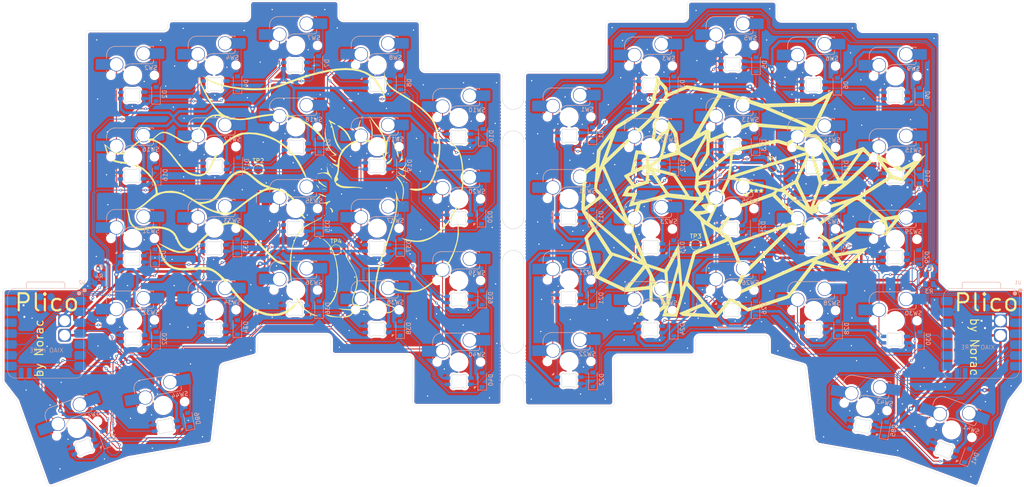
<source format=kicad_pcb>
(kicad_pcb (version 20241229) (generator "pcbnew") (generator_version "9.0")
  (layers (0 "F.Cu" signal) (2 "B.Cu" signal) (13 "F.Paste" user) (15 "B.Paste" user) (5 "F.SilkS" user "F.Silkscreen") (7 "B.SilkS" user "B.Silkscreen") (1 "F.Mask" user) (3 "B.Mask" user) (25 "Edge.Cuts" user))
  (net 0 "")
  (net 1 "Net-(D1-A)")
  (net 2 "/left/row0")
  (net 3 "/right/row0")
  (net 4 "Net-(D2-A)")
  (net 5 "Net-(D3-A)")
  (net 6 "Net-(D4-A)")
  (net 7 "Net-(D5-A)")
  (net 8 "Net-(D6-A)")
  (net 9 "Net-(D7-A)")
  (net 10 "Net-(D8-A)")
  (net 11 "Net-(D9-A)")
  (net 12 "Net-(D10-A)")
  (net 13 "Net-(D11-A)")
  (net 14 "/left/row1")
  (net 15 "Net-(D12-A)")
  (net 16 "Net-(D13-A)")
  (net 17 "Net-(D14-A)")
  (net 18 "Net-(D15-A)")
  (net 19 "Net-(D16-A)")
  (net 20 "/right/row1")
  (net 21 "Net-(D17-A)")
  (net 22 "Net-(D18-A)")
  (net 23 "Net-(D19-A)")
  (net 24 "Net-(D20-A)")
  (net 25 "/left/row2")
  (net 26 "Net-(D21-A)")
  (net 27 "/left/row3")
  (net 28 "Net-(D22-A)")
  (net 29 "Net-(D23-A)")
  (net 30 "Net-(D24-A)")
  (net 31 "Net-(D25-A)")
  (net 32 "Net-(D26-A)")
  (net 33 "Net-(D27-A)")
  (net 34 "Net-(D28-A)")
  (net 35 "Net-(D29-A)")
  (net 36 "Net-(D30-A)")
  (net 37 "/right/row2")
  (net 38 "Net-(D31-A)")
  (net 39 "/right/row3")
  (net 40 "Net-(D32-A)")
  (net 41 "Net-(D33-A)")
  (net 42 "Net-(D34-A)")
  (net 43 "Net-(D35-A)")
  (net 44 "Net-(D36-A)")
  (net 45 "Net-(D37-A)")
  (net 46 "Net-(D38-A)")
  (net 47 "Net-(D39-A)")
  (net 48 "Net-(D40-A)")
  (net 49 "Net-(D41-A)")
  (net 50 "/left/row4")
  (net 51 "Net-(D42-A)")
  (net 52 "/right/row4")
  (net 53 "/left/VBAT")
  (net 54 "/left/BT_PIN")
  (net 55 "/right/VBAT")
  (net 56 "/right/BT_PIN")
  (net 57 "GND")
  (net 58 "/left/col0")
  (net 59 "/right/col0")
  (net 60 "/left/col1")
  (net 61 "/right/col1")
  (net 62 "/left/col2")
  (net 63 "/left/col3")
  (net 64 "/right/col2")
  (net 65 "/right/col3")
  (net 66 "/left/col4")
  (net 67 "/right/col4")
  (net 68 "Net-(D43-DIN)")
  (net 81 "Net-(D43-DOUT)")
  (net 84 "Net-(D44-DIN)")
  (net 85 "Net-(D44-DOUT)")
  (net 86 "Net-(D45-DOUT)")
  (net 87 "Net-(D46-DOUT)")
  (net 88 "Net-(D47-DOUT)")
  (net 89 "Net-(D48-DOUT)")
  (net 90 "Net-(D49-DOUT)")
  (net 91 "Net-(D50-DOUT)")
  (net 94 "Net-(D53-DIN)")
  (net 95 "Net-(D54-DIN)")
  (net 96 "Net-(D55-DIN)")
  (net 97 "Net-(D56-DIN)")
  (net 98 "Net-(D57-DIN)")
  (net 99 "Net-(D58-DIN)")
  (net 100 "Net-(D59-DIN)")
  (net 101 "Net-(D60-DIN)")
  (net 102 "Net-(D61-DIN)")
  (net 103 "Net-(D62-DIN)")
  (net 104 "Net-(D63-DIN)")
  (net 105 "Net-(D63-DOUT)")
  (net 106 "Net-(D64-DIN)")
  (net 107 "Net-(D65-DOUT)")
  (net 108 "Net-(D66-DIN)")
  (net 109 "Net-(D67-DOUT)")
  (net 110 "Net-(D68-DIN)")
  (net 111 "Net-(D69-DOUT)")
  (net 112 "Net-(D70-DIN)")
  (net 113 "Net-(D72-DIN)")
  (net 114 "Net-(D73-DOUT)")
  (net 115 "Net-(D73-DIN)")
  (net 116 "Net-(D74-DIN)")
  (net 117 "Net-(D75-DOUT)")
  (net 118 "Net-(D76-DIN)")
  (net 119 "Net-(D77-DOUT)")
  (net 120 "Net-(D78-DIN)")
  (net 121 "Net-(D79-DOUT)")
  (net 122 "Net-(D80-DIN)")
  (net 123 "Net-(D82-DIN)")
  (net 124 "/left/led")
  (net 125 "/right/led")
  (net 126 "Net-(D85-A)")
  (net 127 "Net-(D86-A)")
  (net 128 "Net-(D83-DIN)")
  (net 129 "Net-(D84-DIN)")
  (footprint "LOGO" (layer "F.Cu") (at 214.031641 77.339125)
    (property "Reference" "G***")
    (property "Value" "LOGO" (hide yes))
  )
  (footprint "mousebite:mouse-bite-5mm-slot-edgeCuts" (layer "F.Cu") (at 158 60.35 90)
    (property "Reference" "BO1" (hide yes))
    (property "Value" "break off" (hide yes))
    (fp_arc (start -5 -2.5) (mid -2.5 0) (end -5 2.5) (stroke (width 0.1)) (layer "Edge.Cuts"))
    (fp_arc (start 5 2.5) (mid 2.5 0) (end 5 -2.5) (stroke (width 0.1)) (layer "Edge.Cuts"))
  )
  (footprint "mousebite:mouse-bite-5mm-slot-edgeCuts" (layer "F.Cu") (at 158 88.25 90)
    (property "Reference" "BO2" (hide yes))
    (property "Value" "break off" (hide yes))
    (fp_arc (start -5 -2.5) (mid -2.5 0) (end -5 2.5) (stroke (width 0.1)) (layer "Edge.Cuts"))
    (fp_arc (start 5 2.5) (mid 2.5 0) (end 5 -2.5) (stroke (width 0.1)) (layer "Edge.Cuts"))
  )
  (footprint "LOGO" (layer "F.Cu") (at 105.1 73.6)
    (property "Reference" "G***" (hide yes))
    (property "Value" "LOGO" (hide yes))
  )
  (footprint "TestPoint:TestPoint_Pad_D2.0mm" (layer "F.Cu") (at 98.45 71.85)
    (property "Reference" "TP2")
    (property "Value" "TestPoint")
  )
  (footprint "TestPoint:TestPoint_Pad_D2.0mm" (layer "F.Cu") (at 218.526817 71.425595)
    (property "Reference" "TP1")
    (property "Value" "TestPoint")
  )
  (footprint "mousebite:mouse-bite-5mm-slot-edgeCuts" (layer "F.Cu") (at 158 117.35 90)
    (property "Reference" "BO3" (hide yes))
    (property "Value" "break off" (hide yes))
    (fp_arc (start -5 -2.5) (mid -2.5 0) (end -5 2.5) (stroke (width 0.1)) (layer "Edge.Cuts"))
    (fp_arc (start 5 2.5) (mid 2.5 0) (end 5 -2.5) (stroke (width 0.1)) (layer "Edge.Cuts"))
  )
  (footprint "TestPoint:TestPoint_Pad_D2.0mm" (layer "F.Cu") (at 116.6 90.65)
    (property "Reference" "TP4")
    (property "Value" "TestPoint")
  )
  (footprint "TestPoint:TestPoint_Pad_D2.0mm" (layer "F.Cu") (at 200.626817 89.475595)
    (property "Reference" "TP3")
    (property "Value" "TestPoint")
  )
  (footprint "PCM_marbastlib-mx:Untitled" (layer "B.Cu") (at 76.8 131.8 -170)
    (property "Reference" "D88" (hide yes))
    (property "Value" "SK6812" (hide yes))
    (fp_line (start 1.699999 -0.702842) (end 1.699998 0.702842) (stroke (width 0.1)) (layer "Edge.Cuts"))
    (fp_line (start 0.794452 1.5) (end -0.794453 1.499999) (stroke (width 0.1)) (layer "Edge.Cuts"))
    (fp_line (start -0.794452 -1.5) (end 0.794452 -1.5) (stroke (width 0.1)) (layer "Edge.Cuts"))
    (fp_line (start -1.699999 0.702842) (end -1.699998 -0.702842) (stroke (width 0.1)) (layer "Edge.Cuts"))
    (fp_arc (start 1.749484 0.91972) (mid 1.712526 0.814067) (end 1.699998 0.702842) (stroke (width 0.1)) (layer "Edge.Cuts"))
    (fp_arc (start 1.749484 0.91972) (mid 1.638072 1.504037) (end 1.046711 1.568299) (stroke (width 0.1)) (layer "Edge.Cuts"))
    (fp_arc (start 1.699999 -0.702843) (mid 1.712536 -0.814066) (end 1.749484 -0.91972) (stroke (width 0.1)) (layer "Edge.Cuts"))
    (fp_arc (start 0.794453 1.5) (mid 0.925123 1.517376) (end 1.046711 1.568299) (stroke (width 0.1)) (layer "Edge.Cuts"))
    (fp_arc (start 1.046711 -1.568298) (mid 1.638071 -1.504034) (end 1.749484 -0.91972) (stroke (width 0.1)) (layer "Edge.Cuts"))
    (fp_arc (start 1.04671 -1.568299) (mid 0.925122 -1.517377) (end 0.794452 -1.5) (stroke (width 0.1)) (layer "Edge.Cuts"))
    (fp_arc (start -1.046711 1.568298) (mid -0.925123 1.517375) (end -0.794453 1.499999) (stroke (width 0.1)) (layer "Edge.Cuts"))
    (fp_arc (start -1.046711 1.568298) (mid -1.638071 1.504034) (end -1.749484 0.91972) (stroke (width 0.1)) (layer "Edge.Cuts"))
    (fp_arc (start -0.794452 -1.5) (mid -0.925123 -1.517376) (end -1.046711 -1.568299) (stroke (width 0.1)) (layer "Edge.Cuts"))
    (fp_arc (start -1.699999 0.702843) (mid -1.712528 0.814068) (end -1.749484 0.91972) (stroke (width 0.1)) (layer "Edge.Cuts"))
    (fp_arc (start -1.749484 -0.919719) (mid -1.638072 -1.504036) (end -1.046711 -1.568299) (stroke (width 0.1)) (layer "Edge.Cuts"))
    (fp_arc (start -1.749484 -0.91972) (mid -1.712527 -0.814069) (end -1.699998 -0.702842) (stroke (width 0.1)) (layer "Edge.Cuts"))
  )
  (footprint "Diode_SMD:D_SOD-123" (layer "B.Cu") (at 214.626817 66.225595 90)
    (property "Reference" "D13")
    (property "Value" "D")
  )
  (footprint "PCM_marbastlib-mx:Untitled" (layer "B.Cu") (at 145.275 64.299999)
    (property "Reference" "D44" (hide yes))
    (property "Value" "SK6812" (hide yes))
    (fp_line (start -1.699999 0.702842) (end -1.699999 -0.702842) (stroke (width 0.1)) (layer "Edge.Cuts"))
    (fp_line (start -0.794452 -1.5) (end 0.794452 -1.5) (stroke (width 0.1)) (layer "Edge.Cuts"))
    (fp_line (start 0.794452 1.499999) (end -0.794453 1.499999) (stroke (width 0.1)) (layer "Edge.Cuts"))
    (fp_line (start 1.699999 -0.702842) (end 1.699999 0.702842) (stroke (width 0.1)) (layer "Edge.Cuts"))
    (fp_arc (start -1.749484 -0.91972) (mid -1.712527 -0.814068) (end -1.699999 -0.702842) (stroke (width 0.1)) (layer "Edge.Cuts"))
    (fp_arc (start -1.749484 -0.919719) (mid -1.638072 -1.504035) (end -1.046711 -1.568299) (stroke (width 0.1)) (layer "Edge.Cuts"))
    (fp_arc (start -1.699999 0.702843) (mid -1.712527 0.814068) (end -1.749484 0.91972) (stroke (width 0.1)) (layer "Edge.Cuts"))
    (fp_arc (start -1.046711 1.568298) (mid -1.63807 1.504034) (end -1.749484 0.91972) (stroke (width 0.1)) (layer "Edge.Cuts"))
    (fp_arc (start -1.046711 1.568298) (mid -0.925123 1.517376) (end -0.794453 1.499999) (stroke (width 0.1)) (layer "Edge.Cuts"))
    (fp_arc (start -0.794452 -1.5) (mid -0.925123 -1.517377) (end -1.046711 -1.568299) (stroke (width 0.1)) (layer "Edge.Cuts"))
    (fp_arc (start 0.794453 1.5) (mid 0.925123 1.517377) (end 1.046711 1.568299) (stroke (width 0.1)) (layer "Edge.Cuts"))
    (fp_arc (start 1.04671 -1.568299) (mid 0.925122 -1.517377) (end 0.794452 -1.5) (stroke (width 0.1)) (layer "Edge.Cuts"))
    (fp_arc (start 1.046711 -1.568297) (mid 1.63807 -1.504034) (end 1.749484 -0.91972) (stroke (width 0.1)) (layer "Edge.Cuts"))
    (fp_arc (start 1.699999 -0.702843) (mid 1.712536 -0.814065) (end 1.749484 -0.91972) (stroke (width 0.1)) (layer "Edge.Cuts"))
    (fp_arc (start 1.749484 0.91972) (mid 1.638072 1.504037) (end 1.046711 1.568299) (stroke (width 0.1)) (layer "Edge.Cuts"))
    (fp_arc (start 1.749484 0.91972) (mid 1.712526 0.814068) (end 1.699999 0.702842) (stroke (width 0.1)) (layer "Edge.Cuts"))
  )
  (footprint "PCM_marbastlib-mx:Untitled" (layer "B.Cu") (at 190.126817 90.025595 180)
    (property "Reference" "D65" (hide yes))
    (property "Value" "SK6812" (hide yes))
    (fp_line (start 1.699999 -0.702842) (end 1.699999 0.702842) (stroke (width 0.1)) (layer "Edge.Cuts"))
    (fp_line (start 0.794452 1.499999) (end -0.794453 1.499999) (stroke (width 0.1)) (layer "Edge.Cuts"))
    (fp_line (start -0.794452 -1.5) (end 0.794452 -1.5) (stroke (width 0.1)) (layer "Edge.Cuts"))
    (fp_line (start -1.699999 0.702842) (end -1.699999 -0.702842) (stroke (width 0.1)) (layer "Edge.Cuts"))
    (fp_arc (start 1.749484 0.91972) (mid 1.712526 0.814068) (end 1.699999 0.702842) (stroke (width 0.1)) (layer "Edge.Cuts"))
    (fp_arc (start 1.749484 0.91972) (mid 1.638072 1.504037) (end 1.046711 1.568299) (stroke (width 0.1)) (layer "Edge.Cuts"))
    (fp_arc (start 1.699999 -0.702843) (mid 1.712536 -0.814065) (end 1.749484 -0.91972) (stroke (width 0.1)) (layer "Edge.Cuts"))
    (fp_arc (start 1.046711 -1.568297) (mid 1.63807 -1.504034) (end 1.749484 -0.91972) (stroke (width 0.1)) (layer "Edge.Cuts"))
    (fp_arc (start 1.04671 -1.568299) (mid 0.925122 -1.517377) (end 0.794452 -1.5) (stroke (width 0.1)) (layer "Edge.Cuts"))
    (fp_arc (start 0.794453 1.5) (mid 0.925123 1.517377) (end 1.046711 1.568299) (stroke (width 0.1)) (layer "Edge.Cuts"))
    (fp_arc (start -0.794452 -1.5) (mid -0.925123 -1.517377) (end -1.046711 -1.568299) (stroke (width 0.1)) (layer "Edge.Cuts"))
    (fp_arc (start -1.046711 1.568298) (mid -0.925123 1.517376) (end -0.794453 1.499999) (stroke (width 0.1)) (layer "Edge.Cuts"))
    (fp_arc (start -1.046711 1.568298) (mid -1.63807 1.504034) (end -1.749484 0.91972) (stroke (width 0.1)) (layer "Edge.Cuts"))
    (fp_arc (start -1.699999 0.702843) (mid -1.712527 0.814068) (end -1.749484 0.91972) (stroke (width 0.1)) (layer "Edge.Cuts"))
    (fp_arc (start -1.749484 -0.919719) (mid -1.638072 -1.504035) (end -1.046711 -1.568299) (stroke (width 0.1)) (layer "Edge.Cuts"))
    (fp_arc (start -1.749484 -0.91972) (mid -1.712527 -0.814068) (end -1.699999 -0.702842) (stroke (width 0.1)) (layer "Edge.Cuts"))
  )
  (footprint "PCM_marbastlib-mx:Untitled" (layer "B.Cu") (at 57.754147 136.713225 -160)
    (property "Reference" "D84" (hide yes))
    (property "Value" "SK6812" (hide yes))
    (fp_line (start 1.699999 -0.702842) (end 1.699999 0.702843) (stroke (width 0.1)) (layer "Edge.Cuts"))
    (fp_line (start 0.794453 1.499999) (end -0.794453 1.499999) (stroke (width 0.1)) (layer "Edge.Cuts"))
    (fp_line (start -0.794452 -1.5) (end 0.794452 -1.500001) (stroke (width 0.1)) (layer "Edge.Cuts"))
    (fp_line (start -1.699999 0.702842) (end -1.699999 -0.702843) (stroke (width 0.1)) (layer "Edge.Cuts"))
    (fp_arc (start 1.749484 0.91972) (mid 1.712526 0.814068) (end 1.699999 0.702843) (stroke (width 0.1)) (layer "Edge.Cuts"))
    (fp_arc (start 1.749484 0.91972) (mid 1.638073 1.504037) (end 1.04671 1.568299) (stroke (width 0.1)) (layer "Edge.Cuts"))
    (fp_arc (start 1.699999 -0.702843) (mid 1.712536 -0.814065) (end 1.749484 -0.91972) (stroke (width 0.1)) (layer "Edge.Cuts"))
    (fp_arc (start 0.794453 1.5) (mid 0.925123 1.517377) (end 1.04671 1.568299) (stroke (width 0.1)) (layer "Edge.Cuts"))
    (fp_arc (start 1.04671 -1.568297) (mid 1.638071 -1.504034) (end 1.749484 -0.91972) (stroke (width 0.1)) (layer "Edge.Cuts"))
    (fp_arc (start 1.04671 -1.568299) (mid 0.925121 -1.517378) (end 0.794452 -1.500001) (stroke (width 0.1)) (layer "Edge.Cuts"))
    (fp_arc (start -1.046711 1.568298) (mid -0.925123 1.517376) (end -0.794453 1.499999) (stroke (width 0.1)) (layer "Edge.Cuts"))
    (fp_arc (start -1.046711 1.568298) (mid -1.63807 1.504035) (end -1.749484 0.91972) (stroke (width 0.1)) (layer "Edge.Cuts"))
    (fp_arc (start -0.794452 -1.5) (mid -0.925121 -1.517376) (end -1.04671 -1.568299) (stroke (width 0.1)) (layer "Edge.Cuts"))
    (fp_arc (start -1.699999 0.702843) (mid -1.712527 0.814069) (end -1.749484 0.91972) (stroke (width 0.1)) (layer "Edge.Cuts"))
    (fp_arc (start -1.749484 -0.919719) (mid -1.638072 -1.504036) (end -1.04671 -1.568299) (stroke (width 0.1)) (layer "Edge.Cuts"))
    (fp_arc (start -1.749484 -0.91972) (mid -1.712527 -0.814068) (end -1.699999 -0.702843) (stroke (width 0.1)) (layer "Edge.Cuts"))
  )
  (footprint "PCM_marbastlib-mx:SW_MX_HS_CPG151101S11_1u" (layer "B.Cu") (at 126.24375 47.4875 180)
    (property "Reference" "SW8")
    (property "Value" "SW_Push")
  )
  (footprint "PCM_marbastlib-mx:SW_MX_HS_CPG151101S11_1u" (layer "B.Cu") (at 171.066817 59.578095 180)
    (property "Reference" "SW1")
    (property "Value" "SW_Push")
  )
  (footprint "PCM_marbastlib-mx:SW_MX_HS_CPG151101S11_1u" (layer "B.Cu") (at 145.29375 59.71125 180)
    (property "Reference" "SW10")
    (property "Value" "SW_Push")
  )
  (footprint "Diode_SMD:D_SOD-123" (layer "B.Cu") (at 195.526817 109.125595 90)
    (property "Reference" "D24")
    (property "Value" "D")
  )
  (footprint "PCM_marbastlib-mx:SW_MX_HS_CPG151101S11_1u" (layer "B.Cu") (at 107.19375 61.93375 180)
    (property "Reference" "SW18")
    (property "Value" "SW_Push")
  )
  (footprint "Diode_SMD:D_SOD-123" (layer "B.Cu") (at 131.6 109 90)
    (property "Reference" "D38")
    (property "Value" "D")
  )
  (footprint "PCM_marbastlib-mx:Untitled" (layer "B.Cu") (at 190.226817 71.225595)
    (property "Reference" "D54" (hide yes))
    (property "Value" "SK6812" (hide yes))
    (fp_line (start -1.699999 0.702842) (end -1.699999 -0.702842) (stroke (width 0.1)) (layer "Edge.Cuts"))
    (fp_line (start -0.794452 -1.5) (end 0.794452 -1.5) (stroke (width 0.1)) (layer "Edge.Cuts"))
    (fp_line (start 0.794452 1.499999) (end -0.794453 1.499999) (stroke (width 0.1)) (layer "Edge.Cuts"))
    (fp_line (start 1.699999 -0.702842) (end 1.699999 0.702842) (stroke (width 0.1)) (layer "Edge.Cuts"))
    (fp_arc (start -1.749484 -0.91972) (mid -1.712527 -0.814068) (end -1.699999 -0.702842) (stroke (width 0.1)) (layer "Edge.Cuts"))
    (fp_arc (start -1.749484 -0.919719) (mid -1.638072 -1.504035) (end -1.046711 -1.568299) (stroke (width 0.1)) (layer "Edge.Cuts"))
    (fp_arc (start -1.699999 0.702843) (mid -1.712527 0.814068) (end -1.749484 0.91972) (stroke (width 0.1)) (layer "Edge.Cuts"))
    (fp_arc (start -1.046711 1.568298) (mid -1.63807 1.504034) (end -1.749484 0.91972) (stroke (width 0.1)) (layer "Edge.Cuts"))
    (fp_arc (start -1.046711 1.568298) (mid -0.925123 1.517376) (end -0.794453 1.499999) (stroke (width 0.1)) (layer "Edge.Cuts"))
    (fp_arc (start -0.794452 -1.5) (mid -0.925123 -1.517377) (end -1.046711 -1.568299) (stroke (width 0.1)) (layer "Edge.Cuts"))
    (fp_arc (start 0.794453 1.5) (mid 0.925123 1.517377) (end 1.046711 1.568299) (stroke (width 0.1)) (layer "Edge.Cuts"))
    (fp_arc (start 1.04671 -1.568299) (mid 0.925122 -1.517377) (end 0.794452 -1.5) (stroke (width 0.1)) (layer "Edge.Cuts"))
    (fp_arc (start 1.046711 -1.568297) (mid 1.63807 -1.504034) (end 1.749484 -0.91972) (stroke (width 0.1)) (layer "Edge.Cuts"))
    (fp_arc (start 1.699999 -0.702843) (mid 1.712536 -0.814065) (end 1.749484 -0.91972) (stroke (width 0.1)) (layer "Edge.Cuts"))
    (fp_arc (start 1.749484 0.91972) (mid 1.638072 1.504037) (end 1.046711 1.568299) (stroke (width 0.1)) (layer "Edge.Cuts"))
    (fp_arc (start 1.749484 0.91972) (mid 1.712526 0.814068) (end 1.699999 0.702842) (stroke (width 0.1)) (layer "Edge.Cuts"))
  )
  (footprint "Resistor_SMD:R_0805_2012Metric" (layer "B.Cu") (at 255.164317 96.425595 180)
    (property "Reference" "R1")
    (property "Value" "806k")
  )
  (footprint "Diode_SMD:D_SOD-123" (layer "B.Cu") (at 62.614334 134.600493 110)
    (property "Reference" "D42")
    (property "Value" "D")
  )
  (footprint "PCM_marbastlib-mx:Untitled" (layer "B.Cu") (at 171.126817 64.025595 180)
    (property "Reference" "D43" (hide yes))
    (property "Value" "SK6812" (hide yes))
    (fp_line (start 1.699999 -0.702842) (end 1.699999 0.702842) (stroke (width 0.1)) (layer "Edge.Cuts"))
    (fp_line (start 0.794452 1.499999) (end -0.794453 1.499999) (stroke (width 0.1)) (layer "Edge.Cuts"))
    (fp_line (start -0.794452 -1.5) (end 0.794452 -1.5) (stroke (width 0.1)) (layer "Edge.Cuts"))
    (fp_line (start -1.699999 0.702842) (end -1.699999 -0.702842) (stroke (width 0.1)) (layer "Edge.Cuts"))
    (fp_arc (start 1.749484 0.91972) (mid 1.712526 0.814068) (end 1.699999 0.702842) (stroke (width 0.1)) (layer "Edge.Cuts"))
    (fp_arc (start 1.749484 0.91972) (mid 1.638072 1.504037) (end 1.046711 1.568299) (stroke (width 0.1)) (layer "Edge.Cuts"))
    (fp_arc (start 1.699999 -0.702843) (mid 1.712536 -0.814065) (end 1.749484 -0.91972) (stroke (width 0.1)) (layer "Edge.Cuts"))
    (fp_arc (start 1.046711 -1.568297) (mid 1.63807 -1.504034) (end 1.749484 -0.91972) (stroke (width 0.1)) (layer "Edge.Cuts"))
    (fp_arc (start 1.04671 -1.568299) (mid 0.925122 -1.517377) (end 0.794452 -1.5) (stroke (width 0.1)) (layer "Edge.Cuts"))
    (fp_arc (start 0.794453 1.5) (mid 0.925123 1.517377) (end 1.046711 1.568299) (stroke (width 0.1)) (layer "Edge.Cuts"))
    (fp_arc (start -0.794452 -1.5) (mid -0.925123 -1.517377) (end -1.046711 -1.568299) (stroke (width 0.1)) (layer "Edge.Cuts"))
    (fp_arc (start -1.046711 1.568298) (mid -0.925123 1.517376) (end -0.794453 1.499999) (stroke (width 0.1)) (layer "Edge.Cuts"))
    (fp_arc (start -1.046711 1.568298) (mid -1.63807 1.504034) (end -1.749484 0.91972) (stroke (width 0.1)) (layer "Edge.Cuts"))
    (fp_arc (start -1.699999 0.702843) (mid -1.712527 0.814068) (end -1.749484 0.91972) (stroke (width 0.1)) (layer "Edge.Cuts"))
    (fp_arc (start -1.749484 -0.919719) (mid -1.638072 -1.504035) (end -1.046711 -1.568299) (stroke (width 0.1)) (layer "Edge.Cuts"))
    (fp_arc (start -1.749484 -0.91972) (mid -1.712527 -0.814068) (end -1.699999 -0.702842) (stroke (width 0.1)) (layer "Edge.Cuts"))
  )
  (footprint "PCM_marbastlib-mx:Untitled" (layer "B.Cu") (at 107.325 66.549999 180)
    (property "Reference" "D60" (hide yes))
    (property "Value" "SK6812" (hide yes))
    (fp_line (start 1.699999 -0.702842) (end 1.699999 0.702842) (stroke (width 0.1)) (layer "Edge.Cuts"))
    (fp_line (start 0.794452 1.499999) (end -0.794453 1.499999) (stroke (width 0.1)) (layer "Edge.Cuts"))
    (fp_line (start -0.794452 -1.5) (end 0.794452 -1.5) (stroke (width 0.1)) (layer "Edge.Cuts"))
    (fp_line (start -1.699999 0.702842) (end -1.699999 -0.702842) (stroke (width 0.1)) (layer "Edge.Cuts"))
    (fp_arc (start 1.749484 0.91972) (mid 1.712526 0.814068) (end 1.699999 0.702842) (stroke (width 0.1)) (layer "Edge.Cuts"))
    (fp_arc (start 1.749484 0.91972) (mid 1.638072 1.504037) (end 1.046711 1.568299) (stroke (width 0.1)) (layer "Edge.Cuts"))
    (fp_arc (start 1.699999 -0.702843) (mid 1.712536 -0.814065) (end 1.749484 -0.91972) (stroke (width 0.1)) (layer "Edge.Cuts"))
    (fp_arc (start 1.046711 -1.568297) (mid 1.63807 -1.504034) (end 1.749484 -0.91972) (stroke (width 0.1)) (layer "Edge.Cuts"))
    (fp_arc (start 1.04671 -1.568299) (mid 0.925122 -1.517377) (end 0.794452 -1.5) (stroke (width 0.1)) (layer "Edge.Cuts"))
    (fp_arc (start 0.794453 1.5) (mid 0.925123 1.517377) (end 1.046711 1.568299) (stroke (width 0.1)) (layer "Edge.Cuts"))
    (fp_arc (start -0.794452 -1.5) (mid -0.925123 -1.517377) (end -1.046711 -1.568299) (stroke (width 0.1)) (layer "Edge.Cuts"))
    (fp_arc (start -1.046711 1.568298) (mid -0.925123 1.517376) (end -0.794453 1.499999) (stroke (width 0.1)) (layer "Edge.Cuts"))
    (fp_arc (start -1.046711 1.568298) (mid -1.63807 1.504034) (end -1.749484 0.91972) (stroke (width 0.1)) (layer "Edge.Cuts"))
    (fp_arc (start -1.699999 0.702843) (mid -1.712527 0.814068) (end -1.749484 0.91972) (stroke (width 0.1)) (layer "Edge.Cuts"))
    (fp_arc (start -1.749484 -0.919719) (mid -1.638072 -1.504035) (end -1.046711 -1.568299) (stroke (width 0.1)) (layer "Edge.Cuts"))
    (fp_arc (start -1.749484 -0.91972) (mid -1.712527 -0.814068) (end -1.699999 -0.702842) (stroke (width 0.1)) (layer "Edge.Cuts"))
  )
  (footprint "PCM_marbastlib-mx:SW_MX_HS_CPG151101S11_1u" (layer "B.Cu") (at 69.09375 49.86875 180)
    (property "Reference" "SW2")
    (property "Value" "SW_Push")
  )
  (footprint "PCM_marbastlib-mx:Untitled" (layer "B.Cu") (at 88.25 51.95)
    (property "Reference" "D50" (hide yes))
    (property "Value" "SK6812" (hide yes))
    (fp_line (start -1.699999 0.702842) (end -1.699999 -0.702842) (stroke (width 0.1)) (layer "Edge.Cuts"))
    (fp_line (start -0.794452 -1.5) (end 0.794452 -1.5) (stroke (width 0.1)) (layer "Edge.Cuts"))
    (fp_line (start 0.794452 1.499999) (end -0.794453 1.499999) (stroke (width 0.1)) (layer "Edge.Cuts"))
    (fp_line (start 1.699999 -0.702842) (end 1.699999 0.702842) (stroke (width 0.1)) (layer "Edge.Cuts"))
    (fp_arc (start -1.749484 -0.91972) (mid -1.712527 -0.814068) (end -1.699999 -0.702842) (stroke (width 0.1)) (layer "Edge.Cuts"))
    (fp_arc (start -1.749484 -0.919719) (mid -1.638072 -1.504035) (end -1.046711 -1.568299) (stroke (width 0.1)) (layer "Edge.Cuts"))
    (fp_arc (start -1.699999 0.702843) (mid -1.712527 0.814068) (end -1.749484 0.91972) (stroke (width 0.1)) (layer "Edge.Cuts"))
    (fp_arc (start -1.046711 1.568298) (mid -1.63807 1.504034) (end -1.749484 0.91972) (stroke (width 0.1)) (layer "Edge.Cuts"))
    (fp_arc (start -1.046711 1.568298) (mid -0.925123 1.517376) (end -0.794453 1.499999) (stroke (width 0.1)) (layer "Edge.Cuts"))
    (fp_arc (start -0.794452 -1.5) (mid -0.925123 -1.517377) (end -1.046711 -1.568299) (stroke (width 0.1)) (layer "Edge.Cuts"))
    (fp_arc (start 0.794453 1.5) (mid 0.925123 1.517377) (end 1.046711 1.568299) (stroke (width 0.1)) (layer "Edge.Cuts"))
    (fp_arc (start 1.04671 -1.568299) (mid 0.925122 -1.517377) (end 0.794452 -1.5) (stroke (width 0.1)) (layer "Edge.Cuts"))
    (fp_arc (start 1.046711 -1.568297) (mid 1.63807 -1.504034) (end 1.749484 -0.91972) (stroke (width 0.1)) (layer "Edge.Cuts"))
    (fp_arc (start 1.699999 -0.702843) (mid 1.712536 -0.814065) (end 1.749484 -0.91972) (stroke (width 0.1)) (layer "Edge.Cuts"))
    (fp_arc (start 1.749484 0.91972) (mid 1.638072 1.504037) (end 1.046711 1.568299) (stroke (width 0.1)) (layer "Edge.Cuts"))
    (fp_arc (start 1.749484 0.91972) (mid 1.712526 0.814068) (end 1.699999 0.702842) (stroke (width 0.1)) (layer "Edge.Cuts"))
  )
  (footprint "Diode_SMD:D_SOD-123" (layer "B.Cu") (at 233.926817 109.025595 90)
    (property "Reference" "D28")
    (property "Value" "D")
  )
  (footprint "Diode_SMD:D_SOD-123" (layer "B.Cu") (at 233.726817 90.025595 90)
    (property "Reference" "D27")
    (property "Value" "D")
  )
  (footprint "Diode_SMD:D_SOD-123" (layer "B.Cu") (at 252.726817 92.375595 90)
    (property "Reference" "D29")
    (property "Value" "D")
  )
  (footprint "Diode_SMD:D_SOD-123" (layer "B.Cu") (at 82.213481 130.375067 100)
    (property "Reference" "D86")
    (property "Value" "D")
  )
  (footprint "PCM_marbastlib-mx:SW_MX_HS_CPG151101S11_1u" (layer "B.Cu") (at 209.166817 42.909345 180)
    (property "Reference" "SW5")
    (property "Value" "SW_Push")
  )
  (footprint "PCM_marbastlib-mx:SW_MX_HS_CPG151101S11_1u" (layer "B.Cu") (at 88.14375 66.5375 180)
    (property "Reference" "SW17")
    (property "Value" "SW_Push")
  )
  (footprint "Diode_SMD:D_SOD-123" (layer "B.Cu") (at 233.826817 71.125595 90)
    (property "Reference" "D14")
    (property "Value" "D")
  )
  (footprint "PCM_marbastlib-mx:Untitled" (layer "B.Cu") (at 190.026817 52.025595 180)
    (property "Reference" "D45" (hide yes))
    (property "Value" "SK6812" (hide yes))
    (fp_line (start 1.699999 -0.702842) (end 1.699999 0.702842) (stroke (width 0.1)) (layer "Edge.Cuts"))
    (fp_line (start 0.794452 1.499999) (end -0.794453 1.499999) (stroke (width 0.1)) (layer "Edge.Cuts"))
    (fp_line (start -0.794452 -1.5) (end 0.794452 -1.5) (stroke (width 0.1)) (layer "Edge.Cuts"))
    (fp_line (start -1.699999 0.702842) (end -1.699999 -0.702842) (stroke (width 0.1)) (layer "Edge.Cuts"))
    (fp_arc (start 1.749484 0.91972) (mid 1.712526 0.814068) (end 1.699999 0.702842) (stroke (width 0.1)) (layer "Edge.Cuts"))
    (fp_arc (start 1.749484 0.91972) (mid 1.638072 1.504037) (end 1.046711 1.568299) (stroke (width 0.1)) (layer "Edge.Cuts"))
    (fp_arc (start 1.699999 -0.702843) (mid 1.712536 -0.814065) (end 1.749484 -0.91972) (stroke (width 0.1)) (layer "Edge.Cuts"))
    (fp_arc (start 1.046711 -1.568297) (mid 1.63807 -1.504034) (end 1.749484 -0.91972) (stroke (width 0.1)) (layer "Edge.Cuts"))
    (fp_arc (start 1.04671 -1.568299) (mid 0.925122 -1.517377) (end 0.794452 -1.5) (stroke (width 0.1)) (layer "Edge.Cuts"))
    (fp_arc (start 0.794453 1.5) (mid 0.925123 1.517377) (end 1.046711 1.568299) (stroke (width 0.1)) (layer "Edge.Cuts"))
    (fp_arc (start -0.794452 -1.5) (mid -0.925123 -1.517377) (end -1.046711 -1.568299) (stroke (width 0.1)) (layer "Edge.Cuts"))
    (fp_arc (start -1.046711 1.568298) (mid -0.925123 1.517376) (end -0.794453 1.499999) (stroke (width 0.1)) (layer "Edge.Cuts"))
    (fp_arc (start -1.046711 1.568298) (mid -1.63807 1.504034) (end -1.749484 0.91972) (stroke (width 0.1)) (layer "Edge.Cuts"))
    (fp_arc (start -1.699999 0.702843) (mid -1.712527 0.814068) (end -1.749484 0.91972) (stroke (width 0.1)) (layer "Edge.Cuts"))
    (fp_arc (start -1.749484 -0.919719) (mid -1.638072 -1.504035) (end -1.046711 -1.568299) (stroke (width 0.1)) (layer "Edge.Cuts"))
    (fp_arc (start -1.749484 -0.91972) (mid -1.712527 -0.814068) (end -1.699999 -0.702842) (stroke (width 0.1)) (layer "Edge.Cuts"))
  )
  (footprint "PCM_marbastlib-mx:SW_MX_HS_CPG151101S11_1u" (layer "B.Cu") (at 88.14375 85.5875 180)
    (property "Reference" "SW33")
    (property "Value" "SW_Push")
  )
  (footprint "PCM_marbastlib-mx:SW_MX_HS_CPG151101S11_1u" (layer "B.Cu") (at 247.266817 88.153095 180)
    (property "Reference" "SW29")
    (property "Value" "SW_Push")
  )
  (footprint "PCM_marbastlib-mx:SW_MX_HS_CPG151101S11_1u" (layer "B.Cu") (at 190.116817 85.771845 180)
    (property "Reference" "SW23")
    (property "Value" "SW_Push")
  )
  (footprint "PCM_marbastlib-mx:Untitled" (layer "B.Cu") (at 69.1425 111.35 180)
    (property "Reference" "D82" (hide yes))
    (property "Value" "SK6812" (hide yes))
    (fp_line (start 1.699999 -0.702842) (end 1.699999 0.702842) (stroke (width 0.1)) (layer "Edge.Cuts"))
    (fp_line (start 0.794452 1.499999) (end -0.794453 1.499999) (stroke (width 0.1)) (layer "Edge.Cuts"))
    (fp_line (start -0.794452 -1.5) (end 0.794452 -1.5) (stroke (width 0.1)) (layer "Edge.Cuts"))
    (fp_line (start -1.699999 0.702842) (end -1.699999 -0.702842) (stroke (width 0.1)) (layer "Edge.Cuts"))
    (fp_arc (start 1.749484 0.91972) (mid 1.712526 0.814068) (end 1.699999 0.702842) (stroke (width 0.1)) (layer "Edge.Cuts"))
    (fp_arc (start 1.749484 0.91972) (mid 1.638072 1.504037) (end 1.046711 1.568299) (stroke (width 0.1)) (layer "Edge.Cuts"))
    (fp_arc (start 1.699999 -0.702843) (mid 1.712536 -0.814065) (end 1.749484 -0.91972) (stroke (width 0.1)) (layer "Edge.Cuts"))
    (fp_arc (start 1.046711 -1.568297) (mid 1.63807 -1.504034) (end 1.749484 -0.91972) (stroke (width 0.1)) (layer "Edge.Cuts"))
    (fp_arc (start 1.04671 -1.568299) (mid 0.925122 -1.517377) (end 0.794452 -1.5) (stroke (width 0.1)) (layer "Edge.Cuts"))
    (fp_arc (start 0.794453 1.5) (mid 0.925123 1.517377) (end 1.046711 1.568299) (stroke (width 0.1)) (layer "Edge.Cuts"))
    (fp_arc (start -0.794452 -1.5) (mid -0.925123 -1.517377) (end -1.046711 -1.568299) (stroke (width 0.1)) (layer "Edge.Cuts"))
    (fp_arc (start -1.046711 1.568298) (mid -0.925123 1.517376) (end -0.794453 1.499999) (stroke (width 0.1)) (layer "Edge.Cuts"))
    (fp_arc (start -1.046711 1.568298) (mid -1.63807 1.504034) (end -1.749484 0.91972) (stroke (width 0.1)) (layer "Edge.Cuts"))
    (fp_arc (start -1.699999 0.702843) (mid -1.712527 0.814068) (end -1.749484 0.91972) (stroke (width 0.1)) (layer "Edge.Cuts"))
    (fp_arc (start -1.749484 -0.919719) (mid -1.638072 -1.504035) (end -1.046711 -1.568299) (stroke (width 0.1)) (layer "Edge.Cuts"))
    (fp_arc (start -1.749484 -0.91972) (mid -1.712527 -0.814068) (end -1.699999 -0.702842) (stroke (width 0.1)) (layer "Edge.Cuts"))
  )
  (footprint "PCM_marbastlib-mx:SW_MX_HS_CPG151101S11_1u" (layer "B.Cu") (at 126.24375 104.6375 180)
    (property "Reference" "SW38")
    (property "Value" "SW_Push")
  )
  (footprint "PCM_marbastlib-mx:SW_MX_HS_CPG151101S11_1u" (layer "B.Cu") (at 209.166817 100.059345 180)
    (property "Reference" "SW26")
    (property "Value" "SW_Push")
  )
  (footprint "PCM_marbastlib-mx:Untitled" (layer "B.Cu") (at 247.226817 111.625595)
    (property "Reference" "D72" (hide yes))
    (property "Value" "SK6812" (hide yes))
    (fp_line (start -1.699999 0.702842) (end -1.699999 -0.702842) (stroke (width 0.1)) (layer "Edge.Cuts"))
    (fp_line (start -0.794452 -1.5) (end 0.794452 -1.5) (stroke (width 0.1)) (layer "Edge.Cuts"))
    (fp_line (start 0.794452 1.499999) (end -0.794453 1.499999) (stroke (width 0.1)) (layer "Edge.Cuts"))
    (fp_line (start 1.699999 -0.702842) (end 1.699999 0.702842) (stroke (width 0.1)) (layer "Edge.Cuts"))
    (fp_arc (start -1.749484 -0.91972) (mid -1.712527 -0.814068) (end -1.699999 -0.702842) (stroke (width 0.1)) (layer "Edge.Cuts"))
    (fp_arc (start -1.749484 -0.919719) (mid -1.638072 -1.504035) (end -1.046711 -1.568299) (stroke (width 0.1)) (layer "Edge.Cuts"))
    (fp_arc (start -1.699999 0.702843) (mid -1.712527 0.814068) (end -1.749484 0.91972) (stroke (width 0.1)) (layer "Edge.Cuts"))
    (fp_arc (start -1.046711 1.568298) (mid -1.63807 1.504034) (end -1.749484 0.91972) (stroke (width 0.1)) (layer "Edge.Cuts"))
    (fp_arc (start -1.046711 1.568298) (mid -0.925123 1.517376) (end -0.794453 1.499999) (stroke (width 0.1)) (layer "Edge.Cuts"))
    (fp_arc (start -0.794452 -1.5) (mid -0.925123 -1.517377) (end -1.046711 -1.568299) (stroke (width 0.1)) (layer "Edge.Cuts"))
    (fp_arc (start 0.794453 1.5) (mid 0.925123 1.517377) (end 1.046711 1.568299) (stroke (width 0.1)) (layer "Edge.Cuts"))
    (fp_arc (start 1.04671 -1.568299) (mid 0.925122 -1.517377) (end 0.794452 -1.5) (stroke (width 0.1)) (layer "Edge.Cuts"))
    (fp_arc (start 1.046711 -1.568297) (mid 1.63807 -1.504034) (end 1.749484 -0.91972) (stroke (width 0.1)) (layer "Edge.Cuts"))
    (fp_arc (start 1.699999 -0.702843) (mid 1.712536 -0.814065) (end 1.749484 -0.91972) (stroke (width 0.1)) (layer "Edge.Cuts"))
    (fp_arc (start 1.749484 0.91972) (mid 1.638072 1.504037) (end 1.046711 1.568299) (stroke (width 0.1)) (layer "Edge.Cuts"))
    (fp_arc (start 1.749484 0.91972) (mid 1.712526 0.814068) (end 1.699999 0.702842) (stroke (width 0.1)) (layer "Edge.Cuts"))
  )
  (footprint "Diode_SMD:D_SOD-123" (layer "B.Cu") (at 244.926817 132.525595 80)
    (property "Reference" "D85")
    (property "Value" "D")
  )
  (footprint "Diode_SMD:D_SOD-123" (layer "B.Cu") (at 195.626817 70.925595 90)
    (property "Reference" "D12")
    (property "Value" "D")
  )
  (footprint "PCM_marbastlib-mx:Untitled" (layer "B.Cu") (at 88.1425 90.25)
    (property "Reference" "D79" (hide yes))
    (property "Value" "SK6812" (hide yes))
    (fp_line (start -1.699999 0.702842) (end -1.699999 -0.702842) (stroke (width 0.1)) (layer "Edge.Cuts"))
    (fp_line (start -0.794452 -1.5) (end 0.794452 -1.5) (stroke (width 0.1)) (layer "Edge.Cuts"))
    (fp_line (start 0.794452 1.499999) (end -0.794453 1.499999) (stroke (width 0.1)) (layer "Edge.Cuts"))
    (fp_line (start 1.699999 -0.702842) (end 1.699999 0.702842) (stroke (width 0.1)) (layer "Edge.Cuts"))
    (fp_arc (start -1.749484 -0.91972) (mid -1.712527 -0.814068) (end -1.699999 -0.702842) (stroke (width 0.1)) (layer "Edge.Cuts"))
    (fp_arc (start -1.749484 -0.919719) (mid -1.638072 -1.504035) (end -1.046711 -1.568299) (stroke (width 0.1)) (layer "Edge.Cuts"))
    (fp_arc (start -1.699999 0.702843) (mid -1.712527 0.814068) (end -1.749484 0.91972) (stroke (width 0.1)) (layer "Edge.Cuts"))
    (fp_arc (start -1.046711 1.568298) (mid -1.63807 1.504034) (end -1.749484 0.91972) (stroke (width 0.1)) (layer "Edge.Cuts"))
    (fp_arc (start -1.046711 1.568298) (mid -0.925123 1.517376) (end -0.794453 1.499999) (stroke (width 0.1)) (layer "Edge.Cuts"))
    (fp_arc (start -0.794452 -1.5) (mid -0.925123 -1.517377) (end -1.046711 -1.568299) (stroke (width 0.1)) (layer "Edge.Cuts"))
    (fp_arc (start 0.794453 1.5) (mid 0.925123 1.517377) (end 1.046711 1.568299) (stroke (width 0.1)) (layer "Edge.Cuts"))
    (fp_arc (start 1.04671 -1.568299) (mid 0.925122 -1.517377) (end 0.794452 -1.5) (stroke (width 0.1)) (layer "Edge.Cuts"))
    (fp_arc (start 1.046711 -1.568297) (mid 1.63807 -1.504034) (end 1.749484 -0.91972) (stroke (width 0.1)) (layer "Edge.Cuts"))
    (fp_arc (start 1.699999 -0.702843) (mid 1.712536 -0.814065) (end 1.749484 -0.91972) (stroke (width 0.1)) (layer "Edge.Cuts"))
    (fp_arc (start 1.749484 0.91972) (mid 1.638072 1.504037) (end 1.046711 1.568299) (stroke (width 0.1)) (layer "Edge.Cuts"))
    (fp_arc (start 1.749484 0.91972) (mid 1.712526 0.814068) (end 1.699999 0.702842) (stroke (width 0.1)) (layer "Edge.Cuts"))
  )
  (footprint "PCM_marbastlib-mx:SW_MX_HS_CPG151101S11_1u" (layer "B.Cu") (at 88.14375 104.6375 180)
    (property "Reference" "SW34")
    (property "Value" "SW_Push")
  )
  (footprint "Diode_SMD:D_SOD-123" (layer "B.Cu") (at 176.526817 82.925595 90)
    (property "Reference" "D11")
    (property "Value" "D")
  )
  (footprint "PCM_marbastlib-mx:Untitled" (layer "B.Cu") (at 247.326817 54.625595 180)
    (property "Reference" "D51" (hide yes))
    (property "Value" "SK6812" (hide yes))
    (fp_line (start 1.699999 -0.702842) (end 1.699999 0.702842) (stroke (width 0.1)) (layer "Edge.Cuts"))
    (fp_line (start 0.794452 1.499999) (end -0.794453 1.499999) (stroke (width 0.1)) (layer "Edge.Cuts"))
    (fp_line (start -0.794452 -1.5) (end 0.794452 -1.5) (stroke (width 0.1)) (layer "Edge.Cuts"))
    (fp_line (start -1.699999 0.702842) (end -1.699999 -0.702842) (stroke (width 0.1)) (layer "Edge.Cuts"))
    (fp_arc (start 1.749484 0.91972) (mid 1.712526 0.814068) (end 1.699999 0.702842) (stroke (width 0.1)) (layer "Edge.Cuts"))
    (fp_arc (start 1.749484 0.91972) (mid 1.638072 1.504037) (end 1.046711 1.568299) (stroke (width 0.1)) (layer "Edge.Cuts"))
    (fp_arc (start 1.699999 -0.702843) (mid 1.712536 -0.814065) (end 1.749484 -0.91972) (stroke (width 0.1)) (layer "Edge.Cuts"))
    (fp_arc (start 1.046711 -1.568297) (mid 1.63807 -1.504034) (end 1.749484 -0.91972) (stroke (width 0.1)) (layer "Edge.Cuts"))
    (fp_arc (start 1.04671 -1.568299) (mid 0.925122 -1.517377) (end 0.794452 -1.5) (stroke (width 0.1)) (layer "Edge.Cuts"))
    (fp_arc (start 0.794453 1.5) (mid 0.925123 1.517377) (end 1.046711 1.568299) (stroke (width 0.1)) (layer "Edge.Cuts"))
    (fp_arc (start -0.794452 -1.5) (mid -0.925123 -1.517377) (end -1.046711 -1.568299) (stroke (width 0.1)) (layer "Edge.Cuts"))
    (fp_arc (start -1.046711 1.568298) (mid -0.925123 1.517376) (end -0.794453 1.499999) (stroke (width 0.1)) (layer "Edge.Cuts"))
    (fp_arc (start -1.046711 1.568298) (mid -1.63807 1.504034) (end -1.749484 0.91972) (stroke (width 0.1)) (layer "Edge.Cuts"))
    (fp_arc (start -1.699999 0.702843) (mid -1.712527 0.814068) (end -1.749484 0.91972) (stroke (width 0.1)) (layer "Edge.Cuts"))
    (fp_arc (start -1.749484 -0.919719) (mid -1.638072 -1.504035) (end -1.046711 -1.568299) (stroke (width 0.1)) (layer "Edge.Cuts"))
    (fp_arc (start -1.749484 -0.91972) (mid -1.712527 -0.814068) (end -1.699999 -0.702842) (stroke (width 0.1)) (layer "Edge.Cuts"))
  )
  (footprint "PCM_marbastlib-mx:Untitled" (layer "B.Cu") (at 145.375 121.349999 180)
    (property "Reference" "D74" (hide yes))
    (property "Value" "SK6812" (hide yes))
    (fp_line (start 1.699999 -0.702842) (end 1.699999 0.702842) (stroke (width 0.1)) (layer "Edge.Cuts"))
    (fp_line (start 0.794452 1.499999) (end -0.794453 1.499999) (stroke (width 0.1)) (layer "Edge.Cuts"))
    (fp_line (start -0.794452 -1.5) (end 0.794452 -1.5) (stroke (width 0.1)) (layer "Edge.Cuts"))
    (fp_line (start -1.699999 0.702842) (end -1.699999 -0.702842) (stroke (width 0.1)) (layer "Edge.Cuts"))
    (fp_arc (start 1.749484 0.91972) (mid 1.712526 0.814068) (end 1.699999 0.702842) (stroke (width 0.1)) (layer "Edge.Cuts"))
    (fp_arc (start 1.749484 0.91972) (mid 1.638072 1.504037) (end 1.046711 1.568299) (stroke (width 0.1)) (layer "Edge.Cuts"))
    (fp_arc (start 1.699999 -0.702843) (mid 1.712536 -0.814065) (end 1.749484 -0.91972) (stroke (width 0.1)) (layer "Edge.Cuts"))
    (fp_arc (start 1.046711 -1.568297) (mid 1.63807 -1.504034) (end 1.749484 -0.91972) (stroke (width 0.1)) (layer "Edge.Cuts"))
    (fp_arc (start 1.04671 -1.568299) (mid 0.925122 -1.517377) (end 0.794452 -1.5) (stroke (width 0.1)) (layer "Edge.Cuts"))
    (fp_arc (start 0.794453 1.5) (mid 0.925123 1.517377) (end 1.046711 1.568299) (stroke (width 0.1)) (layer "Edge.Cuts"))
    (fp_arc (start -0.794452 -1.5) (mid -0.925123 -1.517377) (end -1.046711 -1.568299) (stroke (width 0.1)) (layer "Edge.Cuts"))
    (fp_arc (start -1.046711 1.568298) (mid -0.925123 1.517376) (end -0.794453 1.499999) (stroke (width 0.1)) (layer "Edge.Cuts"))
    (fp_arc (start -1.046711 1.568298) (mid -1.63807 1.504034) (end -1.749484 0.91972) (stroke (width 0.1)) (layer "Edge.Cuts"))
    (fp_arc (start -1.699999 0.702843) (mid -1.712527 0.814068) (end -1.749484 0.91972) (stroke (width 0.1)) (layer "Edge.Cuts"))
    (fp_arc (start -1.749484 -0.919719) (mid -1.638072 -1.504035) (end -1.046711 -1.568299) (stroke (width 0.1)) (layer "Edge.Cuts"))
    (fp_arc (start -1.749484 -0.91972) (mid -1.712527 -0.814068) (end -1.699999 -0.702842) (stroke (width 0.1)) (layer "Edge.Cuts"))
  )
  (footprint "PCM_marbastlib-mx:SW_MX_HS_CPG151101S11_1u" (layer "B.Cu") (at 88.14375 47.4875 180)
    (property "Reference" "SW4")
    (property "Value" "SW_Push")
  )
  (footprint "PCM_marbastlib-mx:SW_MX_HS_CPG151101S11_1u" (layer "B.Cu") (at 145.29375 97.81125 180)
    (property "Reference" "SW39")
    (property "Value" "SW_Push")
  )
  (footprint "PCM_marbastlib-mx:Untitled" (layer "B.Cu") (at 228.226817 90.125595 180)
    (property "Reference" "D69" (hide yes))
    (property "Value" "SK6812" (hide yes))
    (fp_line (start 1.699999 -0.702842) (end 1.699999 0.702842) (stroke (width 0.1)) (layer "Edge.Cuts"))
    (fp_line (start 0.794452 1.499999) (end -0.794453 1.499999) (stroke (width 0.1)) (layer "Edge.Cuts"))
    (fp_line (start -0.794452 -1.5) (end 0.794452 -1.5) (stroke (width 0.1)) (layer "Edge.Cuts"))
    (fp_line (start -1.699999 0.702842) (end -1.699999 -0.702842) (stroke (width 0.1)) (layer "Edge.Cuts"))
    (fp_arc (start 1.749484 0.91972) (mid 1.712526 0.814068) (end 1.699999 0.702842) (stroke (width 0.1)) (layer "Edge.Cuts"))
    (fp_arc (start 1.749484 0.91972) (mid 1.638072 1.504037) (end 1.046711 1.568299) (stroke (width 0.1)) (layer "Edge.Cuts"))
    (fp_arc (start 1.699999 -0.702843) (mid 1.712536 -0.814065) (end 1.749484 -0.91972) (stroke (width 0.1)) (layer "Edge.Cuts"))
    (fp_arc (start 1.046711 -1.568297) (mid 1.63807 -1.504034) (end 1.749484 -0.91972) (stroke (width 0.1)) (layer "Edge.Cuts"))
    (fp_arc (start 1.04671 -1.568299) (mid 0.925122 -1.517377) (end 0.794452 -1.5) (stroke (width 0.1)) (layer "Edge.Cuts"))
    (fp_arc (start 0.794453 1.5) (mid 0.925123 1.517377) (end 1.046711 1.568299) (stroke (width 0.1)) (layer "Edge.Cuts"))
    (fp_arc (start -0.794452 -1.5) (mid -0.925123 -1.517377) (end -1.046711 -1.568299) (stroke (width 0.1)) (layer "Edge.Cuts"))
    (fp_arc (start -1.046711 1.568298) (mid -0.925123 1.517376) (end -0.794453 1.499999) (stroke (width 0.1)) (layer "Edge.Cuts"))
    (fp_arc (start -1.046711 1.568298) (mid -1.63807 1.504034) (end -1.749484 0.91972) (stroke (width 0.1)) (layer "Edge.Cuts"))
    (fp_arc (start -1.699999 0.702843) (mid -1.712527 0.814068) (end -1.749484 0.91972) (stroke (width 0.1)) (layer "Edge.Cuts"))
    (fp_arc (start -1.749484 -0.919719) (mid -1.638072 -1.504035) (end -1.046711 -1.568299) (stroke (width 0.1)) (layer "Edge.Cuts"))
    (fp_arc (start -1.749484 -0.91972) (mid -1.712527 -0.814068) (end -1.699999 -0.702842) (stroke (width 0.1)) (layer "Edge.Cuts"))
  )
  (footprint "PCM_marbastlib-mx:SW_MX_HS_CPG151101S11_1u" (layer "B.Cu") (at 247.266817 107.203095 180)
    (property "Reference" "SW30")
    (property "Value" "SW_Push")
  )
  (footprint "PCM_marbastlib-mx:Untitled" (layer "B.Cu") (at 190.026817 109.225595)
    (property "Reference" "D66" (hide yes))
    (property "Value" "SK6812" (hide yes))
    (fp_line (start -1.699999 0.702842) (end -1.699999 -0.702842) (stroke (width 0.1)) (layer "Edge.Cuts"))
    (fp_line (start -0.794452 -1.5) (end 0.794452 -1.5) (stroke (width 0.1)) (layer "Edge.Cuts"))
    (fp_line (start 0.794452 1.499999) (end -0.794453 1.499999) (stroke (width 0.1)) (layer "Edge.Cuts"))
    (fp_line (start 1.699999 -0.702842) (end 1.699999 0.702842) (stroke (width 0.1)) (layer "Edge.Cuts"))
    (fp_arc (start -1.749484 -0.91972) (mid -1.712527 -0.814068) (end -1.699999 -0.702842) (stroke (width 0.1)) (layer "Edge.Cuts"))
    (fp_arc (start -1.749484 -0.919719) (mid -1.638072 -1.504035) (end -1.046711 -1.568299) (stroke (width 0.1)) (layer "Edge.Cuts"))
    (fp_arc (start -1.699999 0.702843) (mid -1.712527 0.814068) (end -1.749484 0.91972) (stroke (width 0.1)) (layer "Edge.Cuts"))
    (fp_arc (start -1.046711 1.568298) (mid -1.63807 1.504034) (end -1.749484 0.91972) (stroke (width 0.1)) (layer "Edge.Cuts"))
    (fp_arc (start -1.046711 1.568298) (mid -0.925123 1.517376) (end -0.794453 1.499999) (stroke (width 0.1)) (layer "Edge.Cuts"))
    (fp_arc (start -0.794452 -1.5) (mid -0.925123 -1.517377) (end -1.046711 -1.568299) (stroke (width 0.1)) (layer "Edge.Cuts"))
    (fp_arc (start 0.794453 1.5) (mid 0.925123 1.517377) (end 1.046711 1.568299) (stroke (width 0.1)) (layer "Edge.Cuts"))
    (fp_arc (start 1.04671 -1.568299) (mid 0.925122 -1.517377) (end 0.794452 -1.5) (stroke (width 0.1)) (layer "Edge.Cuts"))
    (fp_arc (start 1.046711 -1.568297) (mid 1.63807 -1.504034) (end 1.749484 -0.91972) (stroke (width 0.1)) (layer "Edge.Cuts"))
    (fp_arc (start 1.699999 -0.702843) (mid 1.712536 -0.814065) (end 1.749484 -0.91972) (stroke (width 0.1)) (layer "Edge.Cuts"))
    (fp_arc (start 1.749484 0.91972) (mid 1.638072 1.504037) (end 1.046711 1.568299) (stroke (width 0.1)) (layer "Edge.Cuts"))
    (fp_arc (start 1.749484 0.91972) (mid 1.712526 0.814068) (end 1.699999 0.702842) (stroke (width 0.1)) (layer "Edge.Cuts"))
  )
  (footprint "PCM_marbastlib-mx:Untitled" (layer "B.Cu") (at 209.226817 66.425595)
    (property "Reference" "D55" (hide yes))
    (property "Value" "SK6812" (hide yes))
    (fp_line (start -1.699999 0.702842) (end -1.699999 -0.702842) (stroke (width 0.1)) (layer "Edge.Cuts"))
    (fp_line (start -0.794452 -1.5) (end 0.794452 -1.5) (stroke (width 0.1)) (layer "Edge.Cuts"))
    (fp_line (start 0.794452 1.499999) (end -0.794453 1.499999) (stroke (width 0.1)) (layer "Edge.Cuts"))
    (fp_line (start 1.699999 -0.702842) (end 1.699999 0.702842) (stroke (width 0.1)) (layer "Edge.Cuts"))
    (fp_arc (start -1.749484 -0.91972) (mid -1.712527 -0.814068) (end -1.699999 -0.702842) (stroke (width 0.1)) (layer "Edge.Cuts"))
    (fp_arc (start -1.749484 -0.919719) (mid -1.638072 -1.504035) (end -1.046711 -1.568299) (stroke (width 0.1)) (layer "Edge.Cuts"))
    (fp_arc (start -1.699999 0.702843) (mid -1.712527 0.814068) (end -1.749484 0.91972) (stroke (width 0.1)) (layer "Edge.Cuts"))
    (fp_arc (start -1.046711 1.568298) (mid -1.63807 1.504034) (end -1.749484 0.91972) (stroke (width 0.1)) (layer "Edge.Cuts"))
    (fp_arc (start -1.046711 1.568298) (mid -0.925123 1.517376) (end -0.794453 1.499999) (stroke (width 0.1)) (layer "Edge.Cuts"))
    (fp_arc (start -0.794452 -1.5) (mid -0.925123 -1.517377) (end -1.046711 -1.568299) (stroke (width 0.1)) (layer "Edge.Cuts"))
    (fp_arc (start 0.794453 1.5) (mid 0.925123 1.517377) (end 1.046711 1.568299) (stroke (width 0.1)) (layer "Edge.Cuts"))
    (fp_arc (start 1.04671 -1.568299) (mid 0.925122 -1.517377) (end 0.794452 -1.5) (stroke (width 0.1)) (layer "Edge.Cuts"))
    (fp_arc (start 1.046711 -1.568297) (mid 1.63807 -1.504034) (end 1.749484 -0.91972) (stroke (width 0.1)) (layer "Edge.Cuts"))
    (fp_arc (start 1.699999 -0.702843) (mid 1.712536 -0.814065) (end 1.749484 -0.91972) (stroke (width 0.1)) (layer "Edge.Cuts"))
    (fp_arc (start 1.749484 0.91972) (mid 1.638072 1.504037) (end 1.046711 1.568299) (stroke (width 0.1)) (layer "Edge.Cuts"))
    (fp_arc (start 1.749484 0.91972) (mid 1.712526 0.814068) (end 1.699999 0.702842) (stroke (width 0.1)) (layer "Edge.Cuts"))
  )
  (footprint "Diode_SMD:D_SOD-123" (layer "B.Cu") (at 74.55 54.25 90)
    (property "Reference" "D2")
    (property "Value" "D")
  )
  (footprint "Diode_SMD:D_SOD-123" (layer "B.Cu") (at 74.3 92.2 90)
    (property "Reference" "D31")
    (property "Value" "D")
  )
  (footprint "PCM_marbastlib-mx:SW_MX_HS_CPG151101S11_1u" (layer "B.Cu") (at 171.066817 116.728095 180)
    (property "Reference" "SW22")
    (property "Value" "SW_Push")
  )
  (footprint "PCM_marbastlib-mx:SW_MX_HS_CPG151101S11_1u" (layer "B.Cu") (at 228.216817 85.771845 180)
    (property "Reference" "SW27")
    (property "Value" "SW_Push")
  )
  (footprint "Diode_SMD:D_SOD-123" (layer "B.Cu") (at 214.426817 85.325595 90)
    (property "Reference" "D25")
    (property "Value" "D")
  )
  (footprint "Diode_SMD:D_SOD-123" (layer "B.Cu") (at 253.026817 111.525595 90)
    (property "Reference" "D30")
    (property "Value" "D")
  )
  (footprint "PCM_marbastlib-mx:SW_MX_HS_CPG151101S11_1u" (layer "B.Cu") (at 228.216817 104.821845 180)
    (property "Reference" "SW28")
    (property "Value" "SW_Push")
  )
  (footprint "Diode_SMD:D_SOD-123" (layer "B.Cu") (at 176.626817 120.975595 90)
    (property "Reference" "D22")
    (property "Value" "D")
  )
  (footprint "PCM_marbastlib-mx:SW_MX_HS_CPG151101S11_1u" (layer "B.Cu") (at 190.116817 66.721845 180)
    (property "Reference" "SW12")
    (property "Value" "SW_Push")
  )
  (footprint "Diode_SMD:D_SOD-123" (layer "B.Cu") (at 176.526817 63.675595 90)
    (property "Reference" "D1")
    (property "Value" "D")
  )
  (footprint "PCM_marbastlib-mx:SW_MX_HS_CPG151101S11_1u" (layer "B.Cu") (at 247.266817 50.053095 180)
    (property "Reference" "SW9")
    (property "Value" "SW_Push")
  )
  (footprint "Diode_SMD:D_SOD-123" (layer "B.Cu") (at 195.526817 51.825595 90)
    (property "Reference" "D3")
    (property "Value" "D")
  )
  (footprint "PCM_marbastlib-mx:Untitled" (layer "B.Cu") (at 107.075 47.599999)
    (property "Reference" "D49" (hide yes))
    (property "Value" "SK6812" (hide yes))
    (fp_line (start -1.699999 0.702842) (end -1.699999 -0.702842) (stroke (width 0.1)) (layer "Edge.Cuts"))
    (fp_line (start -0.794452 -1.5) (end 0.794452 -1.5) (stroke (width 0.1)) (layer "Edge.Cuts"))
    (fp_line (start 0.794452 1.499999) (end -0.794453 1.499999) (stroke (width 0.1)) (layer "Edge.Cuts"))
    (fp_line (start 1.699999 -0.702842) (end 1.699999 0.702842) (stroke (width 0.1)) (layer "Edge.Cuts"))
    (fp_arc (start -1.749484 -0.91972) (mid -1.712527 -0.814068) (end -1.699999 -0.702842) (stroke (width 0.1)) (layer "Edge.Cuts"))
    (fp_arc (start -1.749484 -0.919719) (mid -1.638072 -1.504035) (end -1.046711 -1.568299) (stroke (width 0.1)) (layer "Edge.Cuts"))
    (fp_arc (start -1.699999 0.702843) (mid -1.712527 0.814068) (end -1.749484 0.91972) (stroke (width 0.1)) (layer "Edge.Cuts"))
    (fp_arc (start -1.046711 1.568298) (mid -1.63807 1.504034) (end -1.749484 0.91972) (stroke (width 0.1)) (layer "Edge.Cuts"))
    (fp_arc (start -1.046711 1.568298) (mid -0.925123 1.517376) (end -0.794453 1.499999) (stroke (width 0.1)) (layer "Edge.Cuts"))
    (fp_arc (start -0.794452 -1.5) (mid -0.925123 -1.517377) (end -1.046711 -1.568299) (stroke (width 0.1)) (layer "Edge.Cuts"))
    (fp_arc (start 0.794453 1.5) (mid 0.925123 1.517377) (end 1.046711 1.568299) (stroke (width 0.1)) (layer "Edge.Cuts"))
    (fp_arc (start 1.04671 -1.568299) (mid 0.925122 -1.517377) (end 0.794452 -1.5) (stroke (width 0.1)) (layer "Edge.Cuts"))
    (fp_arc (start 1.046711 -1.568297) (mid 1.63807 -1.504034) (end 1.749484 -0.91972) (stroke (width 0.1)) (layer "Edge.Cuts"))
    (fp_arc (start 1.699999 -0.702843) (mid 1.712536 -0.814065) (end 1.749484 -0.91972) (stroke (width 0.1)) (layer "Edge.Cuts"))
    (fp_arc (start 1.749484 0.91972) (mid 1.638072 1.504037) (end 1.046711 1.568299) (stroke (width 0.1)) (layer "Edge.Cuts"))
    (fp_arc (start 1.749484 0.91972) (mid 1.712526 0.814068) (end 1.699999 0.702842) (stroke (width 0.1)) (layer "Edge.Cuts"))
  )
  (footprint "PCM_marbastlib-mx:SW_MX_HS_CPG151101S11_1u" (layer "B.Cu") (at 126.24375 66.5375 180)
    (property "Reference" "SW19")
    (property "Value" "SW_Push")
  )
  (footprint "Resistor_SMD:R_0805_2012Metric" (layer "B.Cu") (at 255.176817 98.675595)
    (property "Reference" "R3")
    (property "Value" "2M")
  )
  (footprint "PCM_marbastlib-mx:Untitled" (layer "B.Cu") (at 126.175 109.199999 180)
    (property "Reference" "D76" (hide yes))
    (property "Value" "SK6812" (hide yes))
    (fp_line (start 1.699999 -0.702842) (end 1.699999 0.702842) (stroke (width 0.1)) (layer "Edge.Cuts"))
    (fp_line (start 0.794452 1.499999) (end -0.794453 1.499999) (stroke (width 0.1)) (layer "Edge.Cuts"))
    (fp_line (start -0.794452 -1.5) (end 0.794452 -1.5) (stroke (width 0.1)) (layer "Edge.Cuts"))
    (fp_line (start -1.699999 0.702842) (end -1.699999 -0.702842) (stroke (width 0.1)) (layer "Edge.Cuts"))
    (fp_arc (start 1.749484 0.91972) (mid 1.712526 0.814068) (end 1.699999 0.702842) (stroke (width 0.1)) (layer "Edge.Cuts"))
    (fp_arc (start 1.749484 0.91972) (mid 1.638072 1.504037) (end 1.046711 1.568299) (stroke (width 0.1)) (layer "Edge.Cuts"))
    (fp_arc (start 1.699999 -0.702843) (mid 1.712536 -0.814065) (end 1.749484 -0.91972) (stroke (width 0.1)) (layer "Edge.Cuts"))
    (fp_arc (start 1.046711 -1.568297) (mid 1.63807 -1.504034) (end 1.749484 -0.91972) (stroke (width 0.1)) (layer "Edge.Cuts"))
    (fp_arc (start 1.04671 -1.568299) (mid 0.925122 -1.517377) (end 0.794452 -1.5) (stroke (width 0.1)) (layer "Edge.Cuts"))
    (fp_arc (start 0.794453 1.5) (mid 0.925123 1.517377) (end 1.046711 1.568299) (stroke (width 0.1)) (layer "Edge.Cuts"))
    (fp_arc (start -0.794452 -1.5) (mid -0.925123 -1.517377) (end -1.046711 -1.568299) (stroke (width 0.1)) (layer "Edge.Cuts"))
    (fp_arc (start -1.046711 1.568298) (mid -0.925123 1.517376) (end -0.794453 1.499999) (stroke (width 0.1)) (layer "Edge.Cuts"))
    (fp_arc (start -1.046711 1.568298) (mid -1.63807 1.504034) (end -1.749484 0.91972) (stroke (width 0.1)) (layer "Edge.Cuts"))
    (fp_arc (start -1.699999 0.702843) (mid -1.712527 0.814068) (end -1.749484 0.91972) (stroke (width 0.1)) (layer "Edge.Cuts"))
    (fp_arc (start -1.749484 -0.919719) (mid -1.638072 -1.504035) (end -1.046711 -1.568299) (stroke (width 0.1)) (layer "Edge.Cuts"))
    (fp_arc (start -1.749484 -0.91972) (mid -1.712527 -0.814068) (end -1.699999 -0.702842) (stroke (width 0.1)) (layer "Edge.Cuts"))
  )
  (footprint "PCM_marbastlib-mx:Untitled" (layer "B.Cu") (at 170.926817 83.125595)
    (property "Reference" "D53" (hide yes))
    (property "Value" "SK6812" (hide yes))
    (fp_line (start -1.699999 0.702842) (end -1.699999 -0.702842) (stroke (width 0.1)) (layer "Edge.Cuts"))
    (fp_line (start -0.794452 -1.5) (end 0.794452 -1.5) (stroke (width 0.1)) (layer "Edge.Cuts"))
    (fp_line (start 0.794452 1.499999) (end -0.794453 1.499999) (stroke (width 0.1)) (layer "Edge.Cuts"))
    (fp_line (start 1.699999 -0.702842) (end 1.699999 0.702842) (stroke (width 0.1)) (layer "Edge.Cuts"))
    (fp_arc (start -1.749484 -0.91972) (mid -1.712527 -0.814068) (end -1.699999 -0.702842) (stroke (width 0.1)) (layer "Edge.Cuts"))
    (fp_arc (start -1.749484 -0.919719) (mid -1.638072 -1.504035) (end -1.046711 -1.568299) (stroke (width 0.1)) (layer "Edge.Cuts"))
    (fp_arc (start -1.699999 0.702843) (mid -1.712527 0.814068) (end -1.749484 0.91972) (stroke (width 0.1)) (layer "Edge.Cuts"))
    (fp_arc (start -1.046711 1.568298) (mid -1.63807 1.504034) (end -1.749484 0.91972) (stroke (width 0.1)) (layer "Edge.Cuts"))
    (fp_arc (start -1.046711 1.568298) (mid -0.925123 1.517376) (end -0.794453 1.499999) (stroke (width 0.1)) (layer "Edge.Cuts"))
    (fp_arc (start -0.794452 -1.5) (mid -0.925123 -1.517377) (end -1.046711 -1.568299) (stroke (width 0.1)) (layer "Edge.Cuts"))
    (fp_arc (start 0.794453 1.5) (mid 0.925123 1.517377) (end 1.046711 1.568299) (stroke (width 0.1)) (layer "Edge.Cuts"))
    (fp_arc (start 1.04671 -1.568299) (mid 0.925122 -1.517377) (end 0.794452 -1.5) (stroke (width 0.1)) (layer "Edge.Cuts"))
    (fp_arc (start 1.046711 -1.568297) (mid 1.63807 -1.504034) (end 1.749484 -0.91972) (stroke (width 0.1)) (layer "Edge.Cuts"))
    (fp_arc (start 1.699999 -0.702843) (mid 1.712536 -0.814065) (end 1.749484 -0.91972) (stroke (width 0.1)) (layer "Edge.Cuts"))
    (fp_arc (start 1.749484 0.91972) (mid 1.638072 1.504037) (end 1.046711 1.568299) (stroke (width 0.1)) (layer "Edge.Cuts"))
    (fp_arc (start 1.749484 0.91972) (mid 1.712526 0.814068) (end 1.699999 0.702842) (stroke (width 0.1)) (layer "Edge.Cuts"))
  )
  (footprint "PCM_marbastlib-mx:Untitled" (layer "B.Cu") (at 209.251817 47.275594 180)
    (property "Reference" "D47" (hide yes))
    (property "Value" "SK6812" (hide yes))
    (fp_line (start 1.699999 -0.702842) (end 1.699999 0.702842) (stroke (width 0.1)) (layer "Edge.Cuts"))
    (fp_line (start 0.794452 1.499999) (end -0.794453 1.499999) (stroke (width 0.1)) (layer "Edge.Cuts"))
    (fp_line (start -0.794452 -1.5) (end 0.794452 -1.5) (stroke (width 0.1)) (layer "Edge.Cuts"))
    (fp_line (start -1.699999 0.702842) (end -1.699999 -0.702842) (stroke (width 0.1)) (layer "Edge.Cuts"))
    (fp_arc (start 1.749484 0.91972) (mid 1.712526 0.814068) (end 1.699999 0.702842) (stroke (width 0.1)) (layer "Edge.Cuts"))
    (fp_arc (start 1.749484 0.91972) (mid 1.638072 1.504037) (end 1.046711 1.568299) (stroke (width 0.1)) (layer "Edge.Cuts"))
    (fp_arc (start 1.699999 -0.702843) (mid 1.712536 -0.814065) (end 1.749484 -0.91972) (stroke (width 0.1)) (layer "Edge.Cuts"))
    (fp_arc (start 1.046711 -1.568297) (mid 1.63807 -1.504034) (end 1.749484 -0.91972) (stroke (width 0.1)) (layer "Edge.Cuts"))
    (fp_arc (start 1.04671 -1.568299) (mid 0.925122 -1.517377) (end 0.794452 -1.5) (stroke (width 0.1)) (layer "Edge.Cuts"))
    (fp_arc (start 0.794453 1.5) (mid 0.925123 1.517377) (end 1.046711 1.568299) (stroke (width 0.1)) (layer "Edge.Cuts"))
    (fp_arc (start -0.794452 -1.5) (mid -0.925123 -1.517377) (end -1.046711 -1.568299) (stroke (width 0.1)) (layer "Edge.Cuts"))
    (fp_arc (start -1.046711 1.568298) (mid -0.925123 1.517376) (end -0.794453 1.499999) (stroke (width 0.1)) (layer "Edge.Cuts"))
    (fp_arc (start -1.046711 1.568298) (mid -1.63807 1.504034) (end -1.749484 0.91972) (stroke (width 0.1)) (layer "Edge.Cuts"))
    (fp_arc (start -1.699999 0.702843) (mid -1.712527 0.814068) (end -1.749484 0.91972) (stroke (width 0.1)) (layer "Edge.Cuts"))
    (fp_arc (start -1.749484 -0.919719) (mid -1.638072 -1.504035) (end -1.046711 -1.568299) (stroke (width 0.1)) (layer "Edge.Cuts"))
    (fp_arc (start -1.749484 -0.91972) (mid -1.712527 -0.814068) (end -1.699999 -0.702842) (stroke (width 0.1)) (layer "Edge.Cuts"))
  )
  (footprint "PCM_marbastlib-mx:Untitled" (layer "B.Cu") (at 68.9925 92.75)
    (property "Reference" "D81" (hide yes))
    (property "Value" "SK6812" (hide yes))
    (fp_line (start -1.699999 0.702842) (end -1.699999 -0.702842) (stroke (width 0.1)) (layer "Edge.Cuts"))
    (fp_line (start -0.794452 -1.5) (end 0.794452 -1.5) (stroke (width 0.1)) (layer "Edge.Cuts"))
    (fp_line (start 0.794452 1.499999) (end -0.794453 1.499999) (stroke (width 0.1)) (layer "Edge.Cuts"))
    (fp_line (start 1.699999 -0.702842) (end 1.699999 0.702842) (stroke (width 0.1)) (layer "Edge.Cuts"))
    (fp_arc (start -1.749484 -0.91972) (mid -1.712527 -0.814068) (end -1.699999 -0.702842) (stroke (width 0.1)) (layer "Edge.Cuts"))
    (fp_arc (start -1.749484 -0.919719) (mid -1.638072 -1.504035) (end -1.046711 -1.568299) (stroke (width 0.1)) (layer "Edge.Cuts"))
    (fp_arc (start -1.699999 0.702843) (mid -1.712527 0.814068) (end -1.749484 0.91972) (stroke (width 0.1)) (layer "Edge.Cuts"))
    (fp_arc (start -1.046711 1.568298) (mid -1.63807 1.504034) (end -1.749484 0.91972) (stroke (width 0.1)) (layer "Edge.Cuts"))
    (fp_arc (start -1.046711 1.568298) (mid -0.925123 1.517376) (end -0.794453 1.499999) (stroke (width 0.1)) (layer "Edge.Cuts"))
    (fp_arc (start -0.794452 -1.5) (mid -0.925123 -1.517377) (end -1.046711 -1.568299) (stroke (width 0.1)) (layer "Edge.Cuts"))
    (fp_arc (start 0.794453 1.5) (mid 0.925123 1.517377) (end 1.046711 1.568299) (stroke (width 0.1)) (layer "Edge.Cuts"))
    (fp_arc (start 1.04671 -1.568299) (mid 0.925122 -1.517377) (end 0.794452 -1.5) (stroke (width 0.1)) (layer "Edge.Cuts"))
    (fp_arc (start 1.046711 -1.568297) (mid 1.63807 -1.504034) (end 1.749484 -0.91972) (stroke (width 0.1)) (layer "Edge.Cuts"))
    (fp_arc (start 1.699999 -0.702843) (mid 1.712536 -0.814065) (end 1.749484 -0.91972) (stroke (width 0.1)) (layer "Edge.Cuts"))
    (fp_arc (start 1.749484 0.91972) (mid 1.638072 1.504037) (end 1.046711 1.568299) (stroke (width 0.1)) (layer "Edge.Cuts"))
    (fp_arc (start 1.749484 0.91972) (mid 1.712526 0.814068) (end 1.699999 0.702842) (stroke (width 0.1)) (layer "Edge.Cuts"))
  )
  (footprint "PCM_marbastlib-mx:Untitled" (layer "B.Cu") (at 228.226817 109.225595)
    (property "Reference" "D70" (hide yes))
    (property "Value" "SK6812" (hide yes))
    (fp_line (start -1.699999 0.702842) (end -1.699999 -0.702842) (stroke (width 0.1)) (layer "Edge.Cuts"))
    (fp_line (start -0.794452 -1.5) (end 0.794452 -1.5) (stroke (width 0.1)) (layer "Edge.Cuts"))
    (fp_line (start 0.794452 1.499999) (end -0.794453 1.499999) (stroke (width 0.1)) (layer "Edge.Cuts"))
    (fp_line (start 1.699999 -0.702842) (end 1.699999 0.702842) (stroke (width 0.1)) (layer "Edge.Cuts"))
    (fp_arc (start -1.749484 -0.91972) (mid -1.712527 -0.814068) (end -1.699999 -0.702842) (stroke (width 0.1)) (layer "Edge.Cuts"))
    (fp_arc (start -1.749484 -0.919719) (mid -1.638072 -1.504035) (end -1.046711 -1.568299) (stroke (width 0.1)) (layer "Edge.Cuts"))
    (fp_arc (start -1.699999 0.702843) (mid -1.712527 0.814068) (end -1.749484 0.91972) (stroke (width 0.1)) (layer "Edge.Cuts"))
    (fp_arc (start -1.046711 1.568298) (mid -1.63807 1.504034) (end -1.749484 0.91972) (stroke (width 0.1)) (layer "Edge.Cuts"))
    (fp_arc (start -1.046711 1.568298) (mid -0.925123 1.517376) (end -0.794453 1.499999) (stroke (width 0.1)) (layer "Edge.Cuts"))
    (fp_arc (start -0.794452 -1.5) (mid -0.925123 -1.517377) (end -1.046711 -1.568299) (stroke (width 0.1)) (layer "Edge.Cuts"))
    (fp_arc (start 0.794453 1.5) (mid 0.925123 1.517377) (end 1.046711 1.568299) (stroke (width 0.1)) (layer "Edge.Cuts"))
    (fp_arc (start 1.04671 -1.568299) (mid 0.925122 -1.517377) (end 0.794452 -1.5) (stroke (width 0.1)) (layer "Edge.Cuts"))
    (fp_arc (start 1.046711 -1.568297) (mid 1.63807 -1.504034) (end 1.749484 -0.91972) (stroke (width 0.1)) (layer "Edge.Cuts"))
    (fp_arc (start 1.699999 -0.702843) (mid 1.712536 -0.814065) (end 1.749484 -0.91972) (stroke (width 0.1)) (layer "Edge.Cuts"))
    (fp_arc (start 1.749484 0.91972) (mid 1.638072 1.504037) (end 1.046711 1.568299) (stroke (width 0.1)) (layer "Edge.Cuts"))
    (fp_arc (start 1.749484 0.91972) (mid 1.712526 0.814068) (end 1.699999 0.702842) (stroke (width 0.1)) (layer "Edge.Cuts"))
  )
  (footprint "PCM_marbastlib-mx:Untitled" (layer "B.Cu") (at 209.051817 104.675594)
    (property "Reference" "D68" (hide yes))
    (property "Value" "SK6812" (hide yes))
    (fp_line (start -1.699999 0.702842) (end -1.699999 -0.702842) (stroke (width 0.1)) (layer "Edge.Cuts"))
    (fp_line (start -0.794452 -1.5) (end 0.794452 -1.5) (stroke (width 0.1)) (layer "Edge.Cuts"))
    (fp_line (start 0.794452 1.499999) (end -0.794453 1.499999) (stroke (width 0.1)) (layer "Edge.Cuts"))
    (fp_line (start 1.699999 -0.702842) (end 1.699999 0.702842) (stroke (width 0.1)) (layer "Edge.Cuts"))
    (fp_arc (start -1.749484 -0.91972) (mid -1.712527 -0.814068) (end -1.699999 -0.702842) (stroke (width 0.1)) (layer "Edge.Cuts"))
    (fp_arc (start -1.749484 -0.919719) (mid -1.638072 -1.504035) (end -1.046711 -1.568299) (stroke (width 0.1)) (layer "Edge.Cuts"))
    (fp_arc (start -1.699999 0.702843) (mid -1.712527 0.814068) (end -1.749484 0.91972) (stroke (width 0.1)) (layer "Edge.Cuts"))
    (fp_arc (start -1.046711 1.568298) (mid -1.63807 1.504034) (end -1.749484 0.91972) (stroke (width 0.1)) (layer "Edge.Cuts"))
    (fp_arc (start -1.046711 1.568298) (mid -0.925123 1.517376) (end -0.794453 1.499999) (stroke (width 0.1)) (layer "Edge.Cuts"))
    (fp_arc (start -0.794452 -1.5) (mid -0.925123 -1.517377) (end -1.046711 -1.568299) (stroke (width 0.1)) (layer "Edge.Cuts"))
    (fp_arc (start 0.794453 1.5) (mid 0.925123 1.517377) (end 1.046711 1.568299) (stroke (width 0.1)) (layer "Edge.Cuts"))
    (fp_arc (start 1.04671 -1.568299) (mid 0.925122 -1.517377) (end 0.794452 -1.5) (stroke (width 0.1)) (layer "Edge.Cuts"))
    (fp_arc (start 1.046711 -1.568297) (mid 1.63807 -1.504034) (end 1.749484 -0.91972) (stroke (width 0.1)) (layer "Edge.Cuts"))
    (fp_arc (start 1.699999 -0.702843) (mid 1.712536 -0.814065) (end 1.749484 -0.91972) (stroke (width 0.1)) (layer "Edge.Cuts"))
    (fp_arc (start 1.749484 0.91972) (mid 1.638072 1.504037) (end 1.046711 1.568299) (stroke (width 0.1)) (layer "Edge.Cuts"))
    (fp_arc (start 1.749484 0.91972) (mid 1.712526 0.814068) (end 1.699999 0.702842) (stroke (width 0.1)) (layer "Edge.Cuts"))
  )
  (footprint "Diode_SMD:D_SOD-123" (layer "B.Cu") (at 131.8 70.9 90)
    (property "Reference" "D19")
    (property "Value" "D")
  )
  (footprint "PCM_marbastlib-mx:SW_MX_HS_CPG151101S11_1u" (layer "B.Cu") (at 260.390788 132.725595 160)
    (property "Reference" "SW41")
    (property "Value" "SW_Push")
  )
  (footprint "PCM_marbastlib-mx:SW_MX_HS_CPG151101S11_1u" (layer "B.Cu") (at 209.166817 61.959345 180)
    (property "Reference" "SW13")
    (property "Value" "SW_Push")
  )
  (footprint "PCM_marbastlib-mx:SW_MX_HS_CPG151101S11_1u" (layer "B.Cu") (at 190.116817 104.821845 180)
    (property "Reference" "SW24")
    (property "Value" "SW_Push")
  )
  (footprint "Diode_SMD:D_SOD-123" (layer "B.Cu") (at 93.6 51.75 90)
    (property "Reference" "D4")
    (property "Value" "D")
  )
  (footprint "PCM_marbastlib-mx:SW_MX_HS_CPG151101S11_1u" (layer "B.Cu") (at 69.09375 107.01875 180)
    (property "Reference" "SW32")
    (property "Value" "SW_Push")
  )
  (footprint "PCM_marbastlib-mx:SW_MX_HS_CPG151101S11_1u" (layer "B.Cu") (at 171.066817 78.628095 180)
    (property "Reference" "SW11")
    (property "Value" "SW_Push")
  )
  (footprint "PCM_marbastlib-mx:Untitled" (layer "B.Cu") (at 208.726817 85.725595 180)
    (property "Reference" "D67" (hide yes))
    (property "Value" "SK6812" (hide yes))
    (fp_line (start 1.699999 -0.702842) (end 1.699999 0.702842) (stroke (width 0.1)) (layer "Edge.Cuts"))
    (fp_line (start 0.794452 1.499999) (end -0.794453 1.499999) (stroke (width 0.1)) (layer "Edge.Cuts"))
    (fp_line (start -0.794452 -1.5) (end 0.794452 -1.5) (stroke (width 0.1)) (layer "Edge.Cuts"))
    (fp_line (start -1.699999 0.702842) (end -1.699999 -0.702842) (stroke (width 0.1)) (layer "Edge.Cuts"))
    (fp_arc (start 1.749484 0.91972) (mid 1.712526 0.814068) (end 1.699999 0.702842) (stroke (width 0.1)) (layer "Edge.Cuts"))
    (fp_arc (start 1.749484 0.91972) (mid 1.638072 1.504037) (end 1.046711 1.568299) (stroke (width 0.1)) (layer "Edge.Cuts"))
    (fp_arc (start 1.699999 -0.702843) (mid 1.712536 -0.814065) (end 1.749484 -0.91972) (stroke (width 0.1)) (layer "Edge.Cuts"))
    (fp_arc (start 1.046711 -1.568297) (mid 1.63807 -1.504034) (end 1.749484 -0.91972) (stroke (width 0.1)) (layer "Edge.Cuts"))
    (fp_arc (start 1.04671 -1.568299) (mid 0.925122 -1.517377) (end 0.794452 -1.5) (stroke (width 0.1)) (layer "Edge.Cuts"))
    (fp_arc (start 0.794453 1.5) (mid 0.925123 1.517377) (end 1.046711 1.568299) (stroke (width 0.1)) (layer "Edge.Cuts"))
    (fp_arc (start -0.794452 -1.5) (mid -0.925123 -1.517377) (end -1.046711 -1.568299) (stroke (width 0.1)) (layer "Edge.Cuts"))
    (fp_arc (start -1.046711 1.568298) (mid -0.925123 1.517376) (end -0.794453 1.499999) (stroke (width 0.1)) (layer "Edge.Cuts"))
    (fp_arc (start -1.046711 1.568298) (mid -1.63807 1.504034) (end -1.749484 0.91972) (stroke (width 0.1)) (layer "Edge.Cuts"))
    (fp_arc (start -1.699999 0.702843) (mid -1.712527 0.814068) (end -1.749484 0.91972) (stroke (width 0.1)) (layer "Edge.Cuts"))
    (fp_arc (start -1.749484 -0.919719) (mid -1.638072 -1.504035) (end -1.046711 -1.568299) (stroke (width 0.1)) (layer "Edge.Cuts"))
    (fp_arc (start -1.749484 -0.91972) (mid -1.712527 -0.814068) (end -1.699999 -0.702842) (stroke (width 0.1)) (layer "Edge.Cuts"))
  )
  (footprint "PCM_marbastlib-mx:Untitled" (layer "B.Cu") (at 88.325 71.149999 180)
    (property "Reference" "D61" (hide yes))
    (property "Value" "SK6812" (hide yes))
    (fp_line (start 1.699999 -0.702842) (end 1.699999 0.702842) (stroke (width 0.1)) (layer "Edge.Cuts"))
    (fp_line (start 0.794452 1.499999) (end -0.794453 1.499999) (stroke (width 0.1)) (layer "Edge.Cuts"))
    (fp_line (start -0.794452 -1.5) (end 0.794452 -1.5) (stroke (width 0.1)) (layer "Edge.Cuts"))
    (fp_line (start -1.699999 0.702842) (end -1.699999 -0.702842) (stroke (width 0.1)) (layer "Edge.Cuts"))
    (fp_arc (start 1.749484 0.91972) (mid 1.712526 0.814068) (end 1.699999 0.702842) (stroke (width 0.1)) (layer "Edge.Cuts"))
    (fp_arc (start 1.749484 0.91972) (mid 1.638072 1.504037) (end 1.046711 1.568299) (stroke (width 0.1)) (layer "Edge.Cuts"))
    (fp_arc (start 1.699999 -0.702843) (mid 1.712536 -0.814065) (end 1.749484 -0.91972) (stroke (width 0.1)) (layer "Edge.Cuts"))
    (fp_arc (start 1.046711 -1.568297) (mid 1.63807 -1.504034) (end 1.749484 -0.91972) (stroke (width 0.1)) (layer "Edge.Cuts"))
    (fp_arc (start 1.04671 -1.568299) (mid 0.925122 -1.517377) (end 0.794452 -1.5) (stroke (width 0.1)) (layer "Edge.Cuts"))
    (fp_arc (start 0.794453 1.5) (mid 0.925123 1.517377) (end 1.046711 1.568299) (stroke (width 0.1)) (layer "Edge.Cuts"))
    (fp_arc (start -0.794452 -1.5) (mid -0.925123 -1.517377) (end -1.046711 -1.568299) (stroke (width 0.1)) (layer "Edge.Cuts"))
    (fp_arc (start -1.046711 1.568298) (mid -0.925123 1.517376) (end -0.794453 1.499999) (stroke (width 0.1)) (layer "Edge.Cuts"))
    (fp_arc (start -1.046711 1.568298) (mid -1.63807 1.504034) (end -1.749484 0.91972) (stroke (width 0.1)) (layer "Edge.Cuts"))
    (fp_arc (start -1.699999 0.702843) (mid -1.712527 0.814068) (end -1.749484 0.91972) (stroke (width 0.1)) (layer "Edge.Cuts"))
    (fp_arc (start -1.749484 -0.919719) (mid -1.638072 -1.504035) (end -1.046711 -1.568299) (stroke (width 0.1)) (layer "Edge.Cuts"))
    (fp_arc (start -1.749484 -0.91972) (mid -1.712527 -0.814068) (end -1.699999 -0.702842) (stroke (width 0.1)) (layer "Edge.Cuts"))
  )
  (footprint "Diode_SMD:D_SOD-123" (layer "B.Cu") (at 93.55 108.75 90)
    (property "Reference" "D34")
    (property "Value" "D")
  )
  (footprint "Diode_SMD:D_SOD-123" (layer "B.Cu") (at 74.55 111.45 90)
    (property "Reference" "D32")
    (property "Value" "D")
  )
  (footprint "Diode_SMD:D_SOD-123" (layer "B.Cu") (at 74.7 73.15 90)
    (property "Reference" "D16")
    (property "Value" "D")
  )
  (footprint "PCM_marbastlib-mx:SW_MX_HS_CPG151101S11_1u" (layer "B.Cu") (at 228.216817 47.671845 180)
    (property "Reference" "SW6")
    (property "Value" "SW_Push")
  )
  (footprint "Diode_SMD:D_SOD-123" (layer "B.Cu") (at 252.876817 54.475595 90)
    (property "Reference" "D9")
    (property "Value" "D")
  )
  (footprint "PCM_marbastlib-mx:Untitled" (layer "B.Cu") (at 145.225 83.249999 180)
    (property "Reference" "D58" (hide yes))
    (property "Value" "SK6812" (hide yes))
    (fp_line (start 1.699999 -0.702842) (end 1.699999 0.702842) (stroke (width 0.1)) (layer "Edge.Cuts"))
    (fp_line (start 0.794452 1.499999) (end -0.794453 1.499999) (stroke (width 0.1)) (layer "Edge.Cuts"))
    (fp_line (start -0.794452 -1.5) (end 0.794452 -1.5) (stroke (width 0.1)) (layer "Edge.Cuts"))
    (fp_line (start -1.699999 0.702842) (end -1.699999 -0.702842) (stroke (width 0.1)) (layer "Edge.Cuts"))
    (fp_arc (start 1.749484 0.91972) (mid 1.712526 0.814068) (end 1.699999 0.702842) (stroke (width 0.1)) (layer "Edge.Cuts"))
    (fp_arc (start 1.749484 0.91972) (mid 1.638072 1.504037) (end 1.046711 1.568299) (stroke (width 0.1)) (layer "Edge.Cuts"))
    (fp_arc (start 1.699999 -0.702843) (mid 1.712536 -0.814065) (end 1.749484 -0.91972) (stroke (width 0.1)) (layer "Edge.Cuts"))
    (fp_arc (start 1.046711 -1.568297) (mid 1.63807 -1.504034) (end 1.749484 -0.91972) (stroke (width 0.1)) (layer "Edge.Cuts"))
    (fp_arc (start 1.04671 -1.568299) (mid 0.925122 -1.517377) (end 0.794452 -1.5) (stroke (width 0.1)) (layer "Edge.Cuts"))
    (fp_arc (start 0.794453 1.5) (mid 0.925123 1.517377) (end 1.046711 1.568299) (stroke (width 0.1)) (layer "Edge.Cuts"))
    (fp_arc (start -0.794452 -1.5) (mid -0.925123 -1.517377) (end -1.046711 -1.568299) (stroke (width 0.1)) (layer "Edge.Cuts"))
    (fp_arc (start -1.046711 1.568298) (mid -0.925123 1.517376) (end -0.794453 1.499999) (stroke (width 0.1)) (layer "Edge.Cuts"))
    (fp_arc (start -1.046711 1.568298) (mid -1.63807 1.504034) (end -1.749484 0.91972) (stroke (width 0.1)) (layer "Edge.Cuts"))
    (fp_arc (start -1.699999 0.702843) (mid -1.712527 0.814068) (end -1.749484 0.91972) (stroke (width 0.1)) (layer "Edge.Cuts"))
    (fp_arc (start -1.749484 -0.919719) (mid -1.638072 -1.504035) (end -1.046711 -1.568299) (stroke (width 0.1)) (layer "Edge.Cuts"))
    (fp_arc (start -1.749484 -0.91972) (mid -1.712527 -0.814068) (end -1.699999 -0.702842) (stroke (width 0.1)) (layer "Edge.Cuts"))
  )
  (footprint "PCM_marbastlib-mx:Untitled" (layer "B.Cu") (at 247.326817 73.525595)
    (property "Reference" "D57" (hide yes))
    (property "Value" "SK6812" (hide yes))
    (fp_line (start -1.699999 0.702842) (end -1.699999 -0.702842) (stroke (width 0.1)) (layer "Edge.Cuts"))
    (fp_line (start -0.794452 -1.5) (end 0.794452 -1.5) (stroke (width 0.1)) (layer "Edge.Cuts"))
    (fp_line (start 0.794452 1.499999) (end -0.794453 1.499999) (stroke (width 0.1)) (layer "Edge.Cuts"))
    (fp_line (start 1.699999 -0.702842) (end 1.699999 0.702842) (stroke (width 0.1)) (layer "Edge.Cuts"))
    (fp_arc (start -1.749484 -0.91972) (mid -1.712527 -0.814068) (end -1.699999 -0.702842) (stroke (width 0.1)) (layer "Edge.Cuts"))
    (fp_arc (start -1.749484 -0.919719) (mid -1.638072 -1.504035) (end -1.046711 -1.568299) (stroke (width 0.1)) (layer "Edge.Cuts"))
    (fp_arc (start -1.699999 0.702843) (mid -1.712527 0.814068) (end -1.749484 0.91972) (stroke (width 0.1)) (layer "Edge.Cuts"))
    (fp_arc (start -1.046711 1.568298) (mid -1.63807 1.504034) (end -1.749484 0.91972) (stroke (width 0.1)) (layer "Edge.Cuts"))
    (fp_arc (start -1.046711 1.568298) (mid -0.925123 1.517376) (end -0.794453 1.499999) (stroke (width 0.1)) (layer "Edge.Cuts"))
    (fp_arc (start -0.794452 -1.5) (mid -0.925123 -1.517377) (end -1.046711 -1.568299) (stroke (width 0.1)) (layer "Edge.Cuts"))
    (fp_arc (start 0.794453 1.5) (mid 0.925123 1.517377) (end 1.046711 1.568299) (stroke (width 0.1)) (layer "Edge.Cuts"))
    (fp_arc (start 1.04671 -1.568299) (mid 0.925122 -1.517377) (end 0.794452 -1.5) (stroke (width 0.1)) (layer "Edge.Cuts"))
    (fp_arc (start 1.046711 -1.568297) (mid 1.63807 -1.504034) (end 1.749484 -0.91972) (stroke (width 0.1)) (layer "Edge.Cuts"))
    (fp_arc (start 1.699999 -0.702843) (mid 1.712536 -0.814065) (end 1.749484 -0.91972) (stroke (width 0.1)) (layer "Edge.Cuts"))
    (fp_arc (start 1.749484 0.91972) (mid 1.638072 1.504037) (end 1.046711 1.568299) (stroke (width 0.1)) (layer "Edge.Cuts"))
    (fp_arc (start 1.749484 0.91972) (mid 1.712526 0.814068) (end 1.699999 0.702842) (stroke (width 0.1)) (layer "Edge.Cuts"))
  )
  (footprint "PCM_marbastlib-mx:Untitled" (layer "B.Cu") (at 171.026817 121.125595)
    (property "Reference" "D64" (hide yes))
    (property "Value" "SK6812" (hide yes))
    (fp_line (start -1.699999 0.702842) (end -1.699999 -0.702842) (stroke (width 0.1)) (layer "Edge.Cuts"))
    (fp_line (start -0.794452 -1.5) (end 0.794452 -1.5) (stroke (width 0.1)) (layer "Edge.Cuts"))
    (fp_line (start 0.794452 1.499999) (end -0.794453 1.499999) (stroke (width 0.1)) (layer "Edge.Cuts"))
    (fp_line (start 1.699999 -0.702842) (end 1.699999 0.702842) (stroke (width 0.1)) (layer "Edge.Cuts"))
    (fp_arc (start -1.749484 -0.91972) (mid -1.712527 -0.814068) (end -1.699999 -0.702842) (stroke (width 0.1)) (layer "Edge.Cuts"))
    (fp_arc (start -1.749484 -0.919719) (mid -1.638072 -1.504035) (end -1.046711 -1.568299) (stroke (width 0.1)) (layer "Edge.Cuts"))
    (fp_arc (start -1.699999 0.702843) (mid -1.712527 0.814068) (end -1.749484 0.91972) (stroke (width 0.1)) (layer "Edge.Cuts"))
    (fp_arc (start -1.046711 1.568298) (mid -1.63807 1.504034) (end -1.749484 0.91972) (stroke (width 0.1)) (layer "Edge.Cuts"))
    (fp_arc (start -1.046711 1.568298) (mid -0.925123 1.517376) (end -0.794453 1.499999) (stroke (width 0.1)) (layer "Edge.Cuts"))
    (fp_arc (start -0.794452 -1.5) (mid -0.925123 -1.517377) (end -1.046711 -1.568299) (stroke (width 0.1)) (layer "Edge.Cuts"))
    (fp_arc (start 0.794453 1.5) (mid 0.925123 1.517377) (end 1.046711 1.568299) (stroke (width 0.1)) (layer "Edge.Cuts"))
    (fp_arc (start 1.04671 -1.568299) (mid 0.925122 -1.517377) (end 0.794452 -1.5) (stroke (width 0.1)) (layer "Edge.Cuts"))
    (fp_arc (start 1.046711 -1.568297) (mid 1.63807 -1.504034) (end 1.749484 -0.91972) (stroke (width 0.1)) (layer "Edge.Cuts"))
    (fp_arc (start 1.699999 -0.702843) (mid 1.712536 -0.814065) (end 1.749484 -0.91972) (stroke (width 0.1)) (layer "Edge.Cuts"))
    (fp_arc (start 1.749484 0.91972) (mid 1.638072 1.504037) (end 1.046711 1.568299) (stroke (width 0.1)) (layer "Edge.Cuts"))
    (fp_arc (start 1.749484 0.91972) (mid 1.712526 0.814068) (end 1.699999 0.702842) (stroke (width 0.1)) (layer "Edge.Cuts"))
  )
  (footprint "Diode_SMD:D_SOD-123" (layer "B.Cu") (at 131.7 51.6 90)
    (property "Reference" "D8")
    (property "Value" "D")
  )
  (footprint "Diode_SMD:D_SOD-123" (layer "B.Cu") (at 150.6 82.95 90)
    (property "Reference" "D20")
    (property "Value" "D")
  )
  (footprint "PCM_marbastlib-mx:Untitled" (layer "B.Cu") (at 126.1425 90.2)
    (property "Reference" "D75" (hide yes))
    (property "Value" "SK6812" (hide yes))
    (fp_line (start -1.699999 0.702842) (end -1.699999 -0.702842) (stroke (width 0.1)) (layer "Edge.Cuts"))
    (fp_line (start -0.794452 -1.5) (end 0.794452 -1.5) (stroke (width 0.1)) (layer "Edge.Cuts"))
    (fp_line (start 0.794452 1.499999) (end -0.794453 1.499999) (stroke (width 0.1)) (layer "Edge.Cuts"))
    (fp_line (start 1.699999 -0.702842) (end 1.699999 0.702842) (stroke (width 0.1)) (layer "Edge.Cuts"))
    (fp_arc (start -1.749484 -0.91972) (mid -1.712527 -0.814068) (end -1.699999 -0.702842) (stroke (width 0.1)) (layer "Edge.Cuts"))
    (fp_arc (start -1.749484 -0.919719) (mid -1.638072 -1.504035) (end -1.046711 -1.568299) (stroke (width 0.1)) (layer "Edge.Cuts"))
    (fp_arc (start -1.699999 0.702843) (mid -1.712527 0.814068) (end -1.749484 0.91972) (stroke (width 0.1)) (layer "Edge.Cuts"))
    (fp_arc (start -1.046711 1.568298) (mid -1.63807 1.504034) (end -1.749484 0.91972) (stroke (width 0.1)) (layer "Edge.Cuts"))
    (fp_arc (start -1.046711 1.568298) (mid -0.925123 1.517376) (end -0.794453 1.499999) (stroke (width 0.1)) (layer "Edge.Cuts"))
    (fp_arc (start -0.794452 -1.5) (mid -0.925123 -1.517377) (end -1.046711 -1.568299) (stroke (width 0.1)) (layer "Edge.Cuts"))
    (fp_arc (start 0.794453 1.5) (mid 0.925123 1.517377) (end 1.046711 1.568299) (stroke (width 0.1)) (layer "Edge.Cuts"))
    (fp_arc (start 1.04671 -1.568299) (mid 0.925122 -1.517377) (end 0.794452 -1.5) (stroke (width 0.1)) (layer "Edge.Cuts"))
    (fp_arc (start 1.046711 -1.568297) (mid 1.63807 -1.504034) (end 1.749484 -0.91972) (stroke (width 0.1)) (layer "Edge.Cuts"))
    (fp_arc (start 1.699999 -0.702843) (mid 1.712536 -0.814065) (end 1.749484 -0.91972) (stroke (width 0.1)) (layer "Edge.Cuts"))
    (fp_arc (start 1.749484 0.91972) (mid 1.638072 1.504037) (end 1.046711 1.568299) (stroke (width 0.1)) (layer "Edge.Cuts"))
    (fp_arc (start 1.749484 0.91972) (mid 1.712526 0.814068) (end 1.699999 0.702842) (stroke (width 0.1)) (layer "Edge.Cuts"))
  )
  (footprint "Diode_SMD:D_SOD-123" (layer "B.Cu") (at 252.826817 73.425595 90)
    (property "Reference" "D15")
    (property "Value" "D")
  )
  (footprint "PCM_marbastlib-mx:SW_MX_HS_CPG151101S11_1u" (layer "B.Cu") (at 107.19375 80.98375 180)
    (property "Reference" "SW35")
    (property "Value" "SW_Push")
  )
  (footprint "Diode_SMD:D_SOD-123" (layer "B.Cu") (at 195.526817 90.075595 90)
    (property "Reference" "D23")
    (property "Value" "D")
  )
  (footprint "PCM_marbastlib-mx:Untitled" (layer "B.Cu") (at 145.275 102.249999)
    (property "Reference" "D73" (hide yes))
    (property "Value" "SK6812" (hide yes))
    (fp_line (start -1.699999 0.702842) (end -1.699999 -0.702842) (stroke (width 0.1)) (layer "Edge.Cuts"))
    (fp_line (start -0.794452 -1.5) (end 0.794452 -1.5) (stroke (width 0.1)) (layer "Edge.Cuts"))
    (fp_line (start 0.794452 1.499999) (end -0.794453 1.499999) (stroke (width 0.1)) (layer "Edge.Cuts"))
    (fp_line (start 1.699999 -0.702842) (end 1.699999 0.702842) (stroke (width 0.1)) (layer "Edge.Cuts"))
    (fp_arc (start -1.749484 -0.91972) (mid -1.712527 -0.814068) (end -1.699999 -0.702842) (stroke (width 0.1)) (layer "Edge.Cuts"))
    (fp_arc (start -1.749484 -0.919719) (mid -1.638072 -1.504035) (end -1.046711 -1.568299) (stroke (width 0.1)) (layer "Edge.Cuts"))
    (fp_arc (start -1.699999 0.702843) (mid -1.712527 0.814068) (end -1.749484 0.91972) (stroke (width 0.1)) (layer "Edge.Cuts"))
    (fp_arc (start -1.046711 1.568298) (mid -1.63807 1.504034) (end -1.749484 0.91972) (stroke (width 0.1)) (layer "Edge.Cuts"))
    (fp_arc (start -1.046711 1.568298) (mid -0.925123 1.517376) (end -0.794453 1.499999) (stroke (width 0.1)) (layer "Edge.Cuts"))
    (fp_arc (start -0.794452 -1.5) (mid -0.925123 -1.517377) (end -1.046711 -1.568299) (stroke (width 0.1)) (layer "Edge.Cuts"))
    (fp_arc (start 0.794453 1.5) (mid 0.925123 1.517377) (end 1.046711 1.568299) (stroke (width 0.1)) (layer "Edge.Cuts"))
    (fp_arc (start 1.04671 -1.568299) (mid 0.925122 -1.517377) (end 0.794452 -1.5) (stroke (width 0.1)) (layer "Edge.Cuts"))
    (fp_arc (start 1.046711 -1.568297) (mid 1.63807 -1.504034) (end 1.749484 -0.91972) (stroke (width 0.1)) (layer "Edge.Cuts"))
    (fp_arc (start 1.699999 -0.702843) (mid 1.712536 -0.814065) (end 1.749484 -0.91972) (stroke (width 0.1)) (layer "Edge.Cuts"))
    (fp_arc (start 1.749484 0.91972) (mid 1.638072 1.504037) (end 1.046711 1.568299) (stroke (width 0.1)) (layer "Edge.Cuts"))
    (fp_arc (start 1.749484 0.91972) (mid 1.712526 0.814068) (end 1.699999 0.702842) (stroke (width 0.1)) (layer "Edge.Cuts"))
  )
  (footprint "Diode_SMD:D_SOD-123" (layer "B.Cu") (at 150.9 64.05 90)
    (property "Reference" "D10")
    (property "Value" "D")
  )
  (footprint "Diode_SMD:D_SOD-123" (layer "B.Cu") (at 112.65 104.3 90)
    (property "Reference" "D36")
    (property "Value" "D")
  )
  (footprint "Diode_SMD:D_SOD-123" (layer "B.Cu") (at 150.75 101.85 90)
    (property "Reference" "D39")
    (property "Value" "D")
  )
  (footprint "Resistor_SMD:R_0805_2012Metric" (layer "B.Cu") (at 61.25 98.5 180)
    (property "Reference" "R4")
    (property "Value" "2M")
  )
  (footprint "Diode_SMD:D_SOD-123" (layer "B.Cu") (at 176.526817 101.925595 90)
    (property "Reference" "D21")
    (property "Value" "D")
  )
  (footprint "Diode_SMD:D_SOD-123" (layer "B.Cu") (at 233.726817 52.125595 90)
    (property "Reference" "D6")
    (property "Value" "D")
  )
  (footprint "Diode_SMD:D_SOD-123" (layer "B.Cu") (at 214.726817 47.325595 90)
    (property "Reference" "D5")
    (property "Value" "D")
  )
  (footprint "PCM_marbastlib-mx:SW_MX_HS_CPG151101S11_1u" (layer "B.Cu") (at 126.24375 85.5875 180)
    (property "Reference" "SW37")
    (property "Value" "SW_Push")
  )
  (footprint "PCM_marbastlib-mx:SW_MX_HS_CPG151101S11_1u" (layer "B.Cu") (at 145.29375 78.76125 180)
    (property "Reference" "SW20")
    (property "Value" "SW_Push")
  )
  (footprint "PCM_marbastlib-mx:SW_MX_HS_CPG151101S11_1u" (layer "B.Cu") (at 107.19375 100.03375 180)
    (property "Reference" "SW36")
    (property "Value" "SW_Push")
  )
  (footprint "PCM_marbastlib-mx:Untitled" (layer "B.Cu") (at 228.226817 71.325595)
    (property "Reference" "D56" (hide yes))
    (property "Value" "SK6812" (hide yes))
    (fp_line (start -1.699999 0.702842) (end -1.699999 -0.702842) (stroke (width 0.1)) (layer "Edge.Cuts"))
    (fp_line (start -0.794452 -1.5) (end 0.794452 -1.5) (stroke (width 0.1)) (layer "Edge.Cuts"))
    (fp_line (start 0.794452 1.499999) (end -0.794453 1.499999) (stroke (width 0.1)) (layer "Edge.Cuts"))
    (fp_line (start 1.699999 -0.702842) (end 1.699999 0.702842) (stroke (width 0.1)) (layer "Edge.Cuts"))
    (fp_arc (start -1.749484 -0.91972) (mid -1.712527 -0.814068) (end -1.699999 -0.702842) (stroke (width 0.1)) (layer "Edge.Cuts"))
    (fp_arc (start -1.749484 -0.919719) (mid -1.638072 -1.504035) (end -1.046711 -1.568299) (stroke (width 0.1)) (layer "Edge.Cuts"))
    (fp_arc (start -1.699999 0.702843) (mid -1.712527 0.814068) (end -1.749484 0.91972) (stroke (width 0.1)) (layer "Edge.Cuts"))
    (fp_arc (start -1.046711 1.568298) (mid -1.63807 1.504034) (end -1.749484 0.91972) (stroke (width 0.1)) (layer "Edge.Cuts"))
    (fp_arc (start -1.046711 1.568298) (mid -0.925123 1.517376) (end -0.794453 1.499999) (stroke (width 0.1)) (layer "Edge.Cuts"))
    (fp_arc (start -0.794452 -1.5) (mid -0.925123 -1.517377) (end -1.046711 -1.568299) (stroke (width 0.1)) (layer "Edge.Cuts"))
    (fp_arc (start 0.794453 1.5) (mid 0.925123 1.517377) (end 1.046711 1.568299) (stroke (width 0.1)) (layer "Edge.Cuts"))
    (fp_arc (start 1.04671 -1.568299) (mid 0.925122 -1.517377) (end 0.794452 -1.5) (stroke (width 0.1)) (layer "Edge.Cuts"))
    (fp_arc (start 1.046711 -1.568297) (mid 1.63807 -1.504034) (end 1.749484 -0.91972) (stroke (width 0.1)) (layer "Edge.Cuts"))
    (fp_arc (start 1.699999 -0.702843) (mid 1.712536 -0.814065) (end 1.749484 -0.91972) (stroke (width 0.1)) (layer "Edge.Cuts"))
    (fp_arc (start 1.749484 0.91972) (mid 1.638072 1.504037) (end 1.046711 1.568299) (stroke (width 0.1)) (layer "Edge.Cuts"))
    (fp_arc (start 1.749484 0.91972) (mid 1.712526 0.814068) (end 1.699999 0.702842) (stroke (width 0.1)) (layer "Edge.Cuts"))
  )
  (footprint "PCM_marbastlib-mx:Untitled" (layer "B.Cu") (at 247.201817 92.375594 180)
    (property "Reference" "D71" (hide yes))
    (property "Value" "SK6812" (hide yes))
    (fp_line (start 1.699999 -0.702842) (end 1.699999 0.702842) (stroke (width 0.1)) (layer "Edge.Cuts"))
    (fp_line (start 0.794452 1.499999) (end -0.794453 1.499999) (stroke (width 0.1)) (layer "Edge.Cuts"))
    (fp_line (start -0.794452 -1.5) (end 0.794452 -1.5) (stroke (width 0.1)) (layer "Edge.Cuts"))
    (fp_line (start -1.699999 0.702842) (end -1.699999 -0.702842) (stroke (width 0.1)) (layer "Edge.Cuts"))
    (fp_arc (start 1.749484 0.91972) (mid 1.712526 0.814068) (end 1.699999 0.702842) (stroke (width 0.1)) (layer "Edge.Cuts"))
    (fp_arc (start 1.749484 0.91972) (mid 1.638072 1.504037) (end 1.046711 1.568299) (stroke (width 0.1)) (layer "Edge.Cuts"))
    (fp_arc (start 1.699999 -0.702843) (mid 1.712536 -0.814065) (end 1.749484 -0.91972) (stroke (width 0.1)) (layer "Edge.Cuts"))
    (fp_arc (start 1.046711 -1.568297) (mid 1.63807 -1.504034) (end 1.749484 -0.91972) (stroke (width 0.1)) (layer "Edge.Cuts"))
    (fp_arc (start 1.04671 -1.568299) (mid 0.925122 -1.517377) (end 0.794452 -1.5) (stroke (width 0.1)) (layer "Edge.Cuts"))
    (fp_arc (start 0.794453 1.5) (mid 0.925123 1.517377) (end 1.046711 1.568299) (stroke (width 0.1)) (layer "Edge.Cuts"))
    (fp_arc (start -0.794452 -1.5) (mid -0.925123 -1.517377) (end -1.046711 -1.568299) (stroke (width 0.1)) (layer "Edge.Cuts"))
    (fp_arc (start -1.046711 1.568298) (mid -0.925123 1.517376) (end -0.794453 1.499999) (stroke (width 0.1)) (layer "Edge.Cuts"))
    (fp_arc (start -1.046711 1.568298) (mid -1.63807 1.504034) (end -1.749484 0.91972) (stroke (width 0.1)) (layer "Edge.Cuts"))
    (fp_arc (start -1.699999 0.702843) (mid -1.712527 0.814068) (end -1.749484 0.91972) (stroke (width 0.1)) (layer "Edge.Cuts"))
    (fp_arc (start -1.749484 -0.919719) (mid -1.638072 -1.504035) (end -1.046711 -1.568299) (stroke (width 0.1)) (layer "Edge.Cuts"))
    (fp_arc (start -1.749484 -0.91972) (mid -1.712527 -0.814068) (end -1.699999 -0.702842) (stroke (width 0.1)) (layer "Edge.Cuts"))
  )
  (footprint "Diode_SMD:D_SOD-123" (layer "B.Cu") (at 150.75 121.05 90)
    (property "Reference" "D40")
    (property "Value" "D")
  )
  (footprint "PCM_marbastlib-mx:SW_MX_HS_CPG151101S11_1u" (layer "B.Cu") (at 107.19375 42.88375 180)
    (property "Reference" "SW7")
    (property "Value" "SW_Push")
  )
  (footprint "PCM_marbastlib-mx:Untitled" (layer "B.Cu") (at 107.075 104.399999 180)
    (property "Reference" "D78" (hide yes))
    (property "Value" "SK6812" (hide yes))
    (fp_line (start 1.699999 -0.702842) (end 1.699999 0.702842) (stroke (width 0.1)) (layer "Edge.Cuts"))
    (fp_line (start 0.794452 1.499999) (end -0.794453 1.499999) (stroke (width 0.1)) (layer "Edge.Cuts"))
    (fp_line (start -0.794452 -1.5) (end 0.794452 -1.5) (stroke (width 0.1)) (layer "Edge.Cuts"))
    (fp_line (start -1.699999 0.702842) (end -1.699999 -0.702842) (stroke (width 0.1)) (layer "Edge.Cuts"))
    (fp_arc (start 1.749484 0.91972) (mid 1.712526 0.814068) (end 1.699999 0.702842) (stroke (width 0.1)) (layer "Edge.Cuts"))
    (fp_arc (start 1.749484 0.91972) (mid 1.638072 1.504037) (end 1.046711 1.568299) (stroke (width 0.1)) (layer "Edge.Cuts"))
    (fp_arc (start 1.699999 -0.702843) (mid 1.712536 -0.814065) (end 1.749484 -0.91972) (stroke (width 0.1)) (layer "Edge.Cuts"))
    (fp_arc (start 1.046711 -1.568297) (mid 1.63807 -1.504034) (end 1.749484 -0.91972) (stroke (width 0.1)) (layer "Edge.Cuts"))
    (fp_arc (start 1.04671 -1.568299) (mid 0.925122 -1.517377) (end 0.794452 -1.5) (stroke (width 0.1)) (layer "Edge.Cuts"))
    (fp_arc (start 0.794453 1.5) (mid 0.925123 1.517377) (end 1.046711 1.568299) (stroke (width 0.1)) (layer "Edge.Cuts"))
    (fp_arc (start -0.794452 -1.5) (mid -0.925123 -1.517377) (end -1.046711 -1.568299) (stroke (width 0.1)) (layer "Edge.Cuts"))
    (fp_arc (start -1.046711 1.568298) (mid -0.925123 1.517376) (end -0.794453 1.499999) (stroke (width 0.1)) (layer "Edge.Cuts"))
    (fp_arc (start -1.046711 1.568298) (mid -1.63807 1.504034) (end -1.749484 0.91972) (stroke (width 0.1)) (layer "Edge.Cuts"))
    (fp_arc (start -1.699999 0.702843) (mid -1.712527 0.814068) (end -1.749484 0.91972) (stroke (width 0.1)) (layer "Edge.Cuts"))
    (fp_arc (start -1.749484 -0.919719) (mid -1.638072 -1.504035) (end -1.046711 -1.568299) (stroke (width 0.1)) (layer "Edge.Cuts"))
    (fp_arc (start -1.749484 -0.91972) (mid -1.712527 -0.814068) (end -1.699999 -0.702842) (stroke (width 0.1)) (layer "Edge.Cuts"))
  )
  (footprint "PCM_marbastlib-mx:SW_MX_HS_CPG151101S11_1u" (layer "B.Cu") (at 69.09375 87.96875 180)
    (property "Reference" "SW31")
    (property "Value" "SW_Push")
  )
  (footprint "PCM_marbastlib-mx:SW_MX_HS_CPG151101S11_1u" (layer "B.Cu") (at 76.2375 127 -170)
    (property "Reference" "SW44")
    (property "Value" "SW_Push")
  )
  (footprint "Diode_SMD:D_SOD-123" (layer "B.Cu") (at 93.75 70.75 90)
    (property "Reference" "D17")
    (property "Value" "D")
  )
  (footprint "PCM_marbastlib-mx:SW_MX_HS_CPG151101S11_1u" (layer "B.Cu") (at 69.09375 68.91875 180)
    (property "Reference" "SW16")
    (property "Value" "SW_Push")
  )
  (footprint "Diode_SMD:D_SOD-123" (layer "B.Cu") (at 112.5 47.05 90)
    (property "Reference" "D7")
    (property "Value" "D")
  )
  (footprint "Diode_SMD:D_SOD-123" (layer "B.Cu") (at 112.6 85.15 90)
    (property "Reference" "D35")
    (property "Value" "D")
  )
  (footprint "PCM_marbastlib-mx:SW_MX_HS_CPG151101S11_1u" (layer "B.Cu") (at 190.116817 47.671845 180)
    (property "Reference" "SW3")
    (property "Value" "SW_Push")
  )
  (footprint "PCM_marbastlib-mx:Untitled" (layer "B.Cu") (at 170.926817 101.925595 180)
    (property "Reference" "D63" (hide yes))
    (property "Value" "SK6812" (hide yes))
    (fp_line (start 1.699999 -0.702842) (end 1.699999 0.702842) (stroke (width 0.1)) (layer "Edge.Cuts"))
    (fp_line (start 0.794452 1.499999) (end -0.794453 1.499999) (stroke (width 0.1)) (layer "Edge.Cuts"))
    (fp_line (start -0.794452 -1.5) (end 0.794452 -1.5) (stroke (width 0.1)) (layer "Edge.Cuts"))
    (fp_line (start -1.699999 0.702842) (end -1.699999 -0.702842) (stroke (width 0.1)) (layer "Edge.Cuts"))
    (fp_arc (start 1.749484 0.91972) (mid 1.712526 0.814068) (end 1.699999 0.702842) (stroke (width 0.1)) (layer "Edge.Cuts"))
    (fp_arc (start 1.749484 0.91972) (mid 1.638072 1.504037) (end 1.046711 1.568299) (stroke (width 0.1)) (layer "Edge.Cuts"))
    (fp_arc (start 1.699999 -0.702843) (mid 1.712536 -0.814065) (end 1.749484 -0.91972) (stroke (width 0.1)) (layer "Edge.Cuts"))
    (fp_arc (start 1.046711 -1.568297) (mid 1.63807 -1.504034) (end 1.749484 -0.91972) (stroke (width 0.1)) (layer "Edge.Cuts"))
    (fp_arc (start 1.04671 -1.568299) (mid 0.925122 -1.517377) (end 0.794452 -1.5) (stroke (width 0.1)) (layer "Edge.Cuts"))
    (fp_arc (start 0.794453 1.5) (mid 0.925123 1.517377) (end 1.046711 1.568299) (stroke (width 0.1)) (layer "Edge.Cuts"))
    (fp_arc (start -0.794452 -1.5) (mid -0.925123 -1.517377) (end -1.046711 -1.568299) (stroke (width 0.1)) (layer "Edge.Cuts"))
    (fp_arc (start -1.046711 1.568298) (mid -0.925123 1.517376) (end -0.794453 1.499999) (stroke (width 0.1)) (layer "Edge.Cuts"))
    (fp_arc (start -1.046711 1.568298) (mid -1.63807 1.504034) (end -1.749484 0.91972) (stroke (width 0.1)) (layer "Edge.Cuts"))
    (fp_arc (start -1.699999 0.702843) (mid -1.712527 0.814068) (end -1.749484 0.91972) (stroke (width 0.1)) (layer "Edge.Cuts"))
    (fp_arc (start -1.749484 -0.919719) (mid -1.638072 -1.504035) (end -1.046711 -1.568299) (stroke (width 0.1)) (layer "Edge.Cuts"))
    (fp_arc (start -1.749484 -0.91972) (mid -1.712527 -0.814068) (end -1.699999 -0.702842) (stroke (width 0.1)) (layer "Edge.Cuts"))
  )
  (footprint "Diode_SMD:D_SOD-123" (layer "B.Cu") (at 112.75 66.15 90)
    (property "Reference" "D18")
    (property "Value" "D")
  )
  (footprint "PCM_marbastlib-mx:SW_MX_HS_CPG151101S11_1u" (layer "B.Cu") (at 228.216817 66.721845 180)
    (property "Reference" "SW14")
    (property "Value" "SW_Push")
  )
  (footprint "PCM_marbastlib-mx:Untitled" (layer "B.Cu") (at 68.925 73.349999 180)
    (property "Reference" "D62" (hide yes))
    (property "Value" "SK6812" (hide yes))
    (fp_line (start 1.699999 -0.702842) (end 1.699999 0.702842) (stroke (width 0.1)) (layer "Edge.Cuts"))
    (fp_line (start 0.794452 1.499999) (end -0.794453 1.499999) (stroke (width 0.1)) (layer "Edge.Cuts"))
    (fp_line (start -0.794452 -1.5) (end 0.794452 -1.5) (stroke (width 0.1)) (layer "Edge.Cuts"))
    (fp_line (start -1.699999 0.702842) (end -1.699999 -0.702842) (stroke (width 0.1)) (layer "Edge.Cuts"))
    (fp_arc (start 1.749484 0.91972) (mid 1.712526 0.814068) (end 1.699999 0.702842) (stroke (width 0.1)) (layer "Edge.Cuts"))
    (fp_arc (start 1.749484 0.91972) (mid 1.638072 1.504037) (end 1.046711 1.568299) (stroke (width 0.1)) (layer "Edge.Cuts"))
    (fp_arc (start 1.699999 -0.702843) (mid 1.712536 -0.814065) (end 1.749484 -0.91972) (stroke (width 0.1)) (layer "Edge.Cuts"))
    (fp_arc (start 1.046711 -1.568297) (mid 1.63807 -1.504034) (end 1.749484 -0.91972) (stroke (width 0.1)) (layer "Edge.Cuts"))
    (fp_arc (start 1.04671 -1.568299) (mid 0.925122 -1.517377) (end 0.794452 -1.5) (stroke (width 0.1)) (layer "Edge.Cuts"))
    (fp_arc (start 0.794453 1.5) (mid 0.925123 1.517377) (end 1.046711 1.568299) (stroke (width 0.1)) (layer "Edge.Cuts"))
    (fp_arc (start -0.794452 -1.5) (mid -0.925123 -1.517377) (end -1.046711 -1.568299) (stroke (width 0.1)) (layer "Edge.Cuts"))
    (fp_arc (start -1.046711 1.568298) (mid -0.925123 1.517376) (end -0.794453 1.499999) (stroke (width 0.1)) (layer "Edge.Cuts"))
    (fp_arc (start -1.046711 1.568298) (mid -1.63807 1.504034) (end -1.749484 0.91972) (stroke (width 0.1)) (layer "Edge.Cuts"))
    (fp_arc (start -1.699999 0.702843) (mid -1.712527 0.814068) (end -1.749484 0.91972) (stroke (width 0.1)) (layer "Edge.Cuts"))
    (fp_arc (start -1.749484 -0.919719) (mid -1.638072 -1.504035) (end -1.046711 -1.568299) (stroke (width 0.1)) (layer "Edge.Cuts"))
    (fp_arc (start -1.749484 -0.91972) (mid -1.712527 -0.814068) (end -1.699999 -0.702842) (stroke (width 0.1)) (layer "Edge.Cuts"))
  )
  (footprint "PCM_marbastlib-mx:Untitled" (layer "B.Cu") (at 126.175 71.049999 180)
    (property "Reference" "D59" (hide yes))
    (property "Value" "SK6812" (hide yes))
    (fp_line (start 1.699999 -0.702842) (end 1.699999 0.702842) (stroke (width 0.1)) (layer "Edge.Cuts"))
    (fp_line (start 0.794452 1.499999) (end -0.794453 1.499999) (stroke (width 0.1)) (layer "Edge.Cuts"))
    (fp_line (start -0.794452 -1.5) (end 0.794452 -1.5) (stroke (width 0.1)) (layer "Edge.Cuts"))
    (fp_line (start -1.699999 0.702842) (end -1.699999 -0.702842) (stroke (width 0.1)) (layer "Edge.Cuts"))
    (fp_arc (start 1.749484 0.91972) (mid 1.712526 0.814068) (end 1.699999 0.702842) (stroke (width 0.1)) (layer "Edge.Cuts"))
    (fp_arc (start 1.749484 0.91972) (mid 1.638072 1.504037) (end 1.046711 1.568299) (stroke (width 0.1)) (layer "Edge.Cuts"))
    (fp_arc (start 1.699999 -0.702843) (mid 1.712536 -0.814065) (end 1.749484 -0.91972) (stroke (width 0.1)) (layer "Edge.Cuts"))
    (fp_arc (start 1.046711 -1.568297) (mid 1.63807 -1.504034) (end 1.749484 -0.91972) (stroke (width 0.1)) (layer "Edge.Cuts"))
    (fp_arc (start 1.04671 -1.568299) (mid 0.925122 -1.517377) (end 0.794452 -1.5) (stroke (width 0.1)) (layer "Edge.Cuts"))
    (fp_arc (start 0.794453 1.5) (mid 0.925123 1.517377) (end 1.046711 1.568299) (stroke (width 0.1)) (layer "Edge.Cuts"))
    (fp_arc (start -0.794452 -1.5) (mid -0.925123 -1.517377) (end -1.046711 -1.568299) (stroke (width 0.1)) (layer "Edge.Cuts"))
    (fp_arc (start -1.046711 1.568298) (mid -0.925123 1.517376) (end -0.794453 1.499999) (stroke (width 0.1)) (layer "Edge.Cuts"))
    (fp_arc (start -1.046711 1.568298) (mid -1.63807 1.504034) (end -1.749484 0.91972) (stroke (width 0.1)) (layer "Edge.Cuts"))
    (fp_arc (start -1.699999 0.702843) (mid -1.712527 0.814068) (end -1.749484 0.91972) (stroke (width 0.1)) (layer "Edge.Cuts"))
    (fp_arc (start -1.749484 -0.919719) (mid -1.638072 -1.504035) (end -1.046711 -1.568299) (stroke (width 0.1)) (layer "Edge.Cuts"))
    (fp_arc (start -1.749484 -0.91972) (mid -1.712527 -0.814068) (end -1.699999 -0.702842) (stroke (width 0.1)) (layer "Edge.Cuts"))
  )
  (footprint "PCM_marbastlib-mx:SW_MX_HS_CPG151101S11_1u" (layer "B.Cu") (at 240.326817 127.325595 170)
    (property "Reference" "SW43")
    (property "Value" "SW_Push")
  )
  (footprint "Diode_SMD:D_SOD-123" (layer "B.Cu") (at 93.55 89.9 90)
    (property "Reference" "D33")
    (property "Value" "D")
  )
  (footprint "PCM_marbastlib-mx:Untitled" (layer "B.Cu") (at 239.61298 131.791008 170)
    (property "Reference" "D87" (hide yes))
    (property "Value" "SK6812" (hide yes))
    (fp_line (start 1.699998 -0.702842) (end 1.699999 0.702843) (stroke (width 0.1)) (layer "Edge.Cuts"))
    (fp_line (start 0.794453 1.499999) (end -0.794453 1.499999) (stroke (width 0.1)) (layer "Edge.Cuts"))
    (fp_line (start -0.794453 -1.499999) (end 0.794452 -1.500001) (stroke (width 0.1)) (layer "Edge.Cuts"))
    (fp_line (start -1.699998 0.702842) (end -1.699999 -0.702843) (stroke (width 0.1)) (layer "Edge.Cuts"))
    (fp_arc (start 1.699999 -0.702844) (mid 1.712536 -0.814065) (end 1.749484 -0.91972) (stroke (width 0.1)) (layer "Edge.Cuts"))
    (fp_arc (start 1.749484 0.91972) (mid 1.712527 0.814068) (end 1.699999 0.702843) (stroke (width 0.1)) (layer "Edge.Cuts"))
    (fp_arc (start 1.749484 0.91972) (mid 1.638072 1.504037) (end 1.04671 1.568299) (stroke (width 0.1)) (layer "Edge.Cuts"))
    (fp_arc (start 1.046711 -1.568299) (mid 0.925123 -1.517377) (end 0.794452 -1.500001) (stroke (width 0.1)) (layer "Edge.Cuts"))
    (fp_arc (start 1.04671 -1.568297) (mid 1.63807 -1.504035) (end 1.749484 -0.91972) (stroke (width 0.1)) (layer "Edge.Cuts"))
    (fp_arc (start 0.794454 1.5) (mid 0.925125 1.517377) (end 1.04671 1.568299) (stroke (width 0.1)) (layer "Edge.Cuts"))
    (fp_arc (start -0.794453 -1.499999) (mid -0.925122 -1.517377) (end -1.04671 -1.568299) (stroke (width 0.1)) (layer "Edge.Cuts"))
    (fp_arc (start -1.046711 1.568298) (mid -0.925123 1.517376) (end -0.794453 1.499999) (stroke (width 0.1)) (layer "Edge.Cuts"))
    (fp_arc (start -1.046711 1.568298) (mid -1.63807 1.504035) (end -1.749484 0.91972) (stroke (width 0.1)) (layer "Edge.Cuts"))
    (fp_arc (start -1.749484 -0.919719) (mid -1.638072 -1.504036) (end -1.04671 -1.568299) (stroke (width 0.1)) (layer "Edge.Cuts"))
    (fp_arc (start -1.749484 -0.91972) (mid -1.712528 -0.814068) (end -1.699999 -0.702843) (stroke (width 0.1)) (layer "Edge.Cuts"))
    (fp_arc (start -1.699999 0.702844) (mid -1.712528 0.814069) (end -1.749484 0.91972) (stroke (width 0.1)) (layer "Edge.Cuts"))
  )
  (footprint "PCM_marbastlib-mx:SW_MX_HS_CPG151101S11_1u" (layer "B.Cu") (at 56.1 132.4 -160)
    (property "Reference" "SW42")
    (property "Value" "SW_Push")
  )
  (footprint "PCM_marbastlib-mx:Untitled" (layer "B.Cu") (at 88.025 109.099999 180)
    (property "Reference" "D80" (hide yes))
    (property "Value" "SK6812" (hide yes))
    (fp_line (start 1.699999 -0.702842) (end 1.699999 0.702842) (stroke (width 0.1)) (layer "Edge.Cuts"))
    (fp_line (start 0.794452 1.499999) (end -0.794453 1.499999) (stroke (width 0.1)) (layer "Edge.Cuts"))
    (fp_line (start -0.794452 -1.5) (end 0.794452 -1.5) (stroke (width 0.1)) (layer "Edge.Cuts"))
    (fp_line (start -1.699999 0.702842) (end -1.699999 -0.702842) (stroke (width 0.1)) (layer "Edge.Cuts"))
    (fp_arc (start 1.749484 0.91972) (mid 1.712526 0.814068) (end 1.699999 0.702842) (stroke (width 0.1)) (layer "Edge.Cuts"))
    (fp_arc (start 1.749484 0.91972) (mid 1.638072 1.504037) (end 1.046711 1.568299) (stroke (width 0.1)) (layer "Edge.Cuts"))
    (fp_arc (start 1.699999 -0.702843) (mid 1.712536 -0.814065) (end 1.749484 -0.91972) (stroke (width 0.1)) (layer "Edge.Cuts"))
    (fp_arc (start 1.046711 -1.568297) (mid 1.63807 -1.504034) (end 1.749484 -0.91972) (stroke (width 0.1)) (layer "Edge.Cuts"))
    (fp_arc (start 1.04671 -1.568299) (mid 0.925122 -1.517377) (end 0.794452 -1.5) (stroke (width 0.1)) (layer "Edge.Cuts"))
    (fp_arc (start 0.794453 1.5) (mid 0.925123 1.517377) (end 1.046711 1.568299) (stroke (width 0.1)) (layer "Edge.Cuts"))
    (fp_arc (start -0.794452 -1.5) (mid -0.925123 -1.517377) (end -1.046711 -1.568299) (stroke (width 0.1)) (layer "Edge.Cuts"))
    (fp_arc (start -1.046711 1.568298) (mid -0.925123 1.517376) (end -0.794453 1.499999) (stroke (width 0.1)) (layer "Edge.Cuts"))
    (fp_arc (start -1.046711 1.568298) (mid -1.63807 1.504034) (end -1.749484 0.91972) (stroke (width 0.1)) (layer "Edge.Cuts"))
    (fp_arc (start -1.699999 0.702843) (mid -1.712527 0.814068) (end -1.749484 0.91972) (stroke (width 0.1)) (layer "Edge.Cuts"))
    (fp_arc (start -1.749484 -0.919719) (mid -1.638072 -1.504035) (end -1.046711 -1.568299) (stroke (width 0.1)) (layer "Edge.Cuts"))
    (fp_arc (start -1.749484 -0.91972) (mid -1.712527 -0.814068) (end -1.699999 -0.702842) (stroke (width 0.1)) (layer "Edge.Cuts"))
  )
  (footprint "PCM_marbastlib-mx:SW_MX_HS_CPG151101S11_1u" (layer "B.Cu") (at 209.166817 81.009345 180)
    (property "Reference" "SW25")
    (property "Value" "SW_Push")
  )
  (footprint "modXiao:modified-XIAO-nRF52840-SMD" (layer "B.Cu") (at 48.7 110.2 180)
    (property "Reference" "U2")
    (property "Value" "XIAO-nRF52840-SMD")
  )
  (footprint "Resistor_SMD:R_0805_2012Metric" (layer "B.Cu") (at 61.2625 96.35 180)
    (property "Reference" "R2")
    (property "Value" "806k")
  )
  (footprint "PCM_marbastlib-mx:Untitled" (layer "B.Cu") (at 69.025 54.549999)
    (property "Reference" "D52" (hide yes))
    (property "Value" "SK6812" (hide yes))
    (fp_line (start -1.699999 0.702842) (end -1.699999 -0.702842) (stroke (width 0.1)) (layer "Edge.Cuts"))
    (fp_line (start -0.794452 -1.5) (end 0.794452 -1.5) (stroke (width 0.1)) (layer "Edge.Cuts"))
    (fp_line (start 0.794452 1.499999) (end -0.794453 1.499999) (stroke (width 0.1)) (layer "Edge.Cuts"))
    (fp_line (start 1.699999 -0.702842) (end 1.699999 0.702842) (stroke (width 0.1)) (layer "Edge.Cuts"))
    (fp_arc (start -1.749484 -0.91972) (mid -1.712527 -0.814068) (end -1.699999 -0.702842) (stroke (width 0.1)) (layer "Edge.Cuts"))
    (fp_arc (start -1.749484 -0.919719) (mid -1.638072 -1.504035) (end -1.046711 -1.568299) (stroke (width 0.1)) (layer "Edge.Cuts"))
    (fp_arc (start -1.699999 0.702843) (mid -1.712527 0.814068) (end -1.749484 0.91972) (stroke (width 0.1)) (layer "Edge.Cuts"))
    (fp_arc (start -1.046711 1.568298) (mid -1.63807 1.504034) (end -1.749484 0.91972) (stroke (width 0.1)) (layer "Edge.Cuts"))
    (fp_arc (start -1.046711 1.568298) (mid -0.925123 1.517376) (end -0.794453 1.499999) (stroke (width 0.1)) (layer "Edge.Cuts"))
    (fp_arc (start -0.794452 -1.5) (mid -0.925123 -1.517377) (end -1.046711 -1.568299) (stroke (width 0.1)) (layer "Edge.Cuts"))
    (fp_arc (start 0.794453 1.5) (mid 0.925123 1.517377) (end 1.046711 1.568299) (stroke (width 0.1)) (layer "Edge.Cuts"))
    (fp_arc (start 1.04671 -1.568299) (mid 0.925122 -1.517377) (end 0.794452 -1.5) (stroke (width 0.1)) (layer "Edge.Cuts"))
    (fp_arc (start 1.046711 -1.568297) (mid 1.63807 -1.504034) (end 1.749484 -0.91972) (stroke (width 0.1)) (layer "Edge.Cuts"))
    (fp_arc (start 1.699999 -0.702843) (mid 1.712536 -0.814065) (end 1.749484 -0.91972) (stroke (width 0.1)) (layer "Edge.Cuts"))
    (fp_arc (start 1.749484 0.91972) (mid 1.638072 1.504037) (end 1.046711 1.568299) (stroke (width 0.1)) (layer "Edge.Cuts"))
    (fp_arc (start 1.749484 0.91972) (mid 1.712526 0.814068) (end 1.699999 0.702842) (stroke (width 0.1)) (layer "Edge.Cuts"))
  )
  (footprint "PCM_marbastlib-mx:Untitled" (layer "B.Cu") (at 106.975 85.549999)
    (property "Reference" "D77" (hide yes))
    (property "Value" "SK6812" (hide yes))
    (fp_line (start -1.699999 0.702842) (end -1.699999 -0.702842) (stroke (width 0.1)) (layer "Edge.Cuts"))
    (fp_line (start -0.794452 -1.5) (end 0.794452 -1.5) (stroke (width 0.1)) (layer "Edge.Cuts"))
    (fp_line (start 0.794452 1.499999) (end -0.794453 1.499999) (stroke (width 0.1)) (layer "Edge.Cuts"))
    (fp_line (start 1.699999 -0.702842) (end 1.699999 0.702842) (stroke (width 0.1)) (layer "Edge.Cuts"))
    (fp_arc (start -1.749484 -0.91972) (mid -1.712527 -0.814068) (end -1.699999 -0.702842) (stroke (width 0.1)) (layer "Edge.Cuts"))
    (fp_arc (start -1.749484 -0.919719) (mid -1.638072 -1.504035) (end -1.046711 -1.568299) (stroke (width 0.1)) (layer "Edge.Cuts"))
    (fp_arc (start -1.699999 0.702843) (mid -1.712527 0.814068) (end -1.749484 0.91972) (stroke (width 0.1)) (layer "Edge.Cuts"))
    (fp_arc (start -1.046711 1.568298) (mid -1.63807 1.504034) (end -1.749484 0.91972) (stroke (width 0.1)) (layer "Edge.Cuts"))
    (fp_arc (start -1.046711 1.568298) (mid -0.925123 1.517376) (end -0.794453 1.499999) (stroke (width 0.1)) (layer "Edge.Cuts"))
    (fp_arc (start -0.794452 -1.5) (mid -0.925123 -1.517377) (end -1.046711 -1.568299) (stroke (width 0.1)) (layer "Edge.Cuts"))
    (fp_arc (start 0.794453 1.5) (mid 0.925123 1.517377) (end 1.046711 1.568299) (stroke (width 0.1)) (layer "Edge.Cuts"))
    (fp_arc (start 1.04671 -1.568299) (mid 0.925122 -1.517377) (end 0.794452 -1.5) (stroke (width 0.1)) (layer "Edge.Cuts"))
    (fp_arc (start 1.046711 -1.568297) (mid 1.63807 -1.504034) (end 1.749484 -0.91972) (stroke (width 0.1)) (layer "Edge.Cuts"))
    (fp_arc (start 1.699999 -0.702843) (mid 1.712536 -0.814065) (end 1.749484 -0.91972) (stroke (width 0.1)) (layer "Edge.Cuts"))
    (fp_arc (start 1.749484 0.91972) (mid 1.638072 1.504037) (end 1.046711 1.568299) (stroke (width 0.1)) (layer "Edge.Cuts"))
    (fp_arc (start 1.749484 0.91972) (mid 1.712526 0.814068) (end 1.699999 0.702842) (stroke (width 0.1)) (layer "Edge.Cuts"))
  )
  (footprint "Diode_SMD:D_SOD-123" (layer "B.Cu") (at 264.026817 138.725595 70)
    (property "Reference" "D41")
    (property "Value" "D")
  )
  (footprint "Diode_SMD:D_SOD-123" (layer "B.Cu") (at 131.6 89.8 90)
    (property "Reference" "D37")
    (property "Value" "D")
  )
  (footprint "PCM_marbastlib-mx:SW_MX_HS_CPG151101S11_1u" (layer "B.Cu") (at 145.29375 116.86125 180)
    (property "Reference" "SW40")
    (property "Value" "SW_Push")
  )
  (footprint "PCM_marbastlib-mx:SW_MX_HS_CPG151101S11_1u" (layer "B.Cu") (at 247.266817 69.103095 180)
    (property "Reference" "SW15")
    (property "Value" "SW_Push")
  )
  (footprint "PCM_marbastlib-mx:SW_MX_HS_CPG151101S11_1u" (layer "B.Cu") (at 171.066817 97.678095 180)
    (property "Reference" "SW21")
    (property "Value" "SW_Push")
  )
  (footprint "PCM_marbastlib-mx:Untitled" (layer "B.Cu") (at 258.70964 137.398358 160)
    (property "Reference" "D83" (hide yes))
    (property "Value" "SK6812" (hide yes))
    (fp_line (start 1.699998 -0.702842) (end 1.699998 0.702842) (stroke (width 0.1)) (layer "Edge.Cuts"))
    (fp_line (start 0.794452 1.499999) (end -0.794453 1.499999) (stroke (width 0.1)) (layer "Edge.Cuts"))
    (fp_line (start -0.794452 -1.499999) (end 0.794452 -1.500001) (stroke (width 0.1)) (layer "Edge.Cuts"))
    (fp_line (start -1.699998 0.702842) (end -1.699998 -0.702842) (stroke (width 0.1)) (layer "Edge.Cuts"))
    (fp_arc (start 1.699999 -0.702843) (mid 1.712536 -0.814065) (end 1.749484 -0.91972) (stroke (width 0.1)) (layer "Edge.Cuts"))
    (fp_arc (start 1.046711 -1.568297) (mid 1.638071 -1.504034) (end 1.749484 -0.91972) (stroke (width 0.1)) (layer "Edge.Cuts"))
    (fp_arc (start 1.04671 -1.568298) (mid 0.925121 -1.517376) (end 0.794452 -1.500001) (stroke (width 0.1)) (layer "Edge.Cuts"))
    (fp_arc (start 1.749484 0.91972) (mid 1.712526 0.814068) (end 1.699998 0.702842) (stroke (width 0.1)) (layer "Edge.Cuts"))
    (fp_arc (start 1.749484 0.91972) (mid 1.638071 1.504036) (end 1.046711 1.5683) (stroke (width 0.1)) (layer "Edge.Cuts"))
    (fp_arc (start 0.794454 1.5) (mid 0.925123 1.517377) (end 1.046711 1.5683) (stroke (width 0.1)) (layer "Edge.Cuts"))
    (fp_arc (start -0.794452 -1.499999) (mid -0.925123 -1.517376) (end -1.046711 -1.5683) (stroke (width 0.1)) (layer "Edge.Cuts"))
    (fp_arc (start -1.749484 -0.91972) (mid -1.712527 -0.814068) (end -1.699998 -0.702842) (stroke (width 0.1)) (layer "Edge.Cuts"))
    (fp_arc (start -1.749484 -0.919719) (mid -1.638073 -1.504037) (end -1.046711 -1.5683) (stroke (width 0.1)) (layer "Edge.Cuts"))
    (fp_arc (start -1.046711 1.568297) (mid -0.925123 1.517375) (end -0.794453 1.499999) (stroke (width 0.1)) (layer "Edge.Cuts"))
    (fp_arc (start -1.046711 1.568297) (mid -1.63807 1.504033) (end -1.749484 0.91972) (stroke (width 0.1)) (layer "Edge.Cuts"))
    (fp_arc (start -1.699999 0.702843) (mid -1.712527 0.814068) (end -1.749484 0.91972) (stroke (width 0.1)) (layer "Edge.Cuts"))
  )
  (footprint "PCM_marbastlib-mx:Untitled" (layer "B.Cu") (at 228.126817 52.125595 180)
    (property "Reference" "D48" (hide yes))
    (property "Value" "SK6812" (hide yes))
    (fp_line (start 1.699999 -0.702842) (end 1.699999 0.702842) (stroke (width 0.1)) (layer "Edge.Cuts"))
    (fp_line (start 0.794452 1.499999) (end -0.794453 1.499999) (stroke (width 0.1)) (layer "Edge.Cuts"))
    (fp_line (start -0.794452 -1.5) (end 0.794452 -1.5) (stroke (width 0.1)) (layer "Edge.Cuts"))
    (fp_line (start -1.699999 0.702842) (end -1.699999 -0.702842) (stroke (width 0.1)) (layer "Edge.Cuts"))
    (fp_arc (start 1.749484 0.91972) (mid 1.712526 0.814068) (end 1.699999 0.702842) (stroke (width 0.1)) (layer "Edge.Cuts"))
    (fp_arc (start 1.749484 0.91972) (mid 1.638072 1.504037) (end 1.046711 1.568299) (stroke (width 0.1)) (layer "Edge.Cuts"))
    (fp_arc (start 1.699999 -0.702843) (mid 1.712536 -0.814065) (end 1.749484 -0.91972) (stroke (width 0.1)) (layer "Edge.Cuts"))
    (fp_arc (start 1.046711 -1.568297) (mid 1.63807 -1.504034) (end 1.749484 -0.91972) (stroke (width 0.1)) (layer "Edge.Cuts"))
    (fp_arc (start 1.04671 -1.568299) (mid 0.925122 -1.517377) (end 0.794452 -1.5) (stroke (width 0.1)) (layer "Edge.Cuts"))
    (fp_arc (start 0.794453 1.5) (mid 0.925123 1.517377) (end 1.046711 1.568299) (stroke (width 0.1)) (layer "Edge.Cuts"))
    (fp_arc (start -0.794452 -1.5) (mid -0.925123 -1.517377) (end -1.046711 -1.568299) (stroke (width 0.1)) (layer "Edge.Cuts"))
    (fp_arc (start -1.046711 1.568298) (mid -0.925123 1.517376) (end -0.794453 1.499999) (stroke (width 0.1)) (layer "Edge.Cuts"))
    (fp_arc (start -1.046711 1.568298) (mid -1.63807 1.504034) (end -1.749484 0.91972) (stroke (width 0.1)) (layer "Edge.Cuts"))
    (fp_arc (start -1.699999 0.702843) (mid -1.712527 0.814068) (end -1.749484 0.91972) (stroke (width 0.1)) (layer "Edge.Cuts"))
    (fp_arc (start -1.749484 -0.919719) (mid -1.638072 -1.504035) (end -1.046711 -1.568299) (stroke (width 0.1)) (layer "Edge.Cuts"))
    (fp_arc (start -1.749484 -0.91972) (mid -1.712527 -0.814068) (end -1.699999 -0.702842) (stroke (width 0.1)) (layer "Edge.Cuts"))
  )
  (footprint "modXiao:modified-XIAO-nRF52840-SMD" (layer "B.Cu") (at 267.341317 110.237395 180)
    (property "Reference" "U1")
    (property "Value" "XIAO-nRF52840-SMD")
  )
  (footprint "PCM_marbastlib-mx:Untitled" (layer "B.Cu") (at 126.275 52.099999)
    (property "Reference" "D46" (hide yes))
    (property "Value" "SK6812" (hide yes))
    (fp_line (start -1.699999 0.702842) (end -1.699999 -0.702842) (stroke (width 0.1)) (layer "Edge.Cuts"))
    (fp_line (start -0.794452 -1.5) (end 0.794452 -1.5) (stroke (width 0.1)) (layer "Edge.Cuts"))
    (fp_line (start 0.794452 1.499999) (end -0.794453 1.499999) (stroke (width 0.1)) (layer "Edge.Cuts"))
    (fp_line (start 1.699999 -0.702842) (end 1.699999 0.702842) (stroke (width 0.1)) (layer "Edge.Cuts"))
    (fp_arc (start -1.749484 -0.91972) (mid -1.712527 -0.814068) (end -1.699999 -0.702842) (stroke (width 0.1)) (layer "Edge.Cuts"))
    (fp_arc (start -1.749484 -0.919719) (mid -1.638072 -1.504035) (end -1.046711 -1.568299) (stroke (width 0.1)) (layer "Edge.Cuts"))
    (fp_arc (start -1.699999 0.702843) (mid -1.712527 0.814068) (end -1.749484 0.91972) (stroke (width 0.1)) (layer "Edge.Cuts"))
    (fp_arc (start -1.046711 1.568298) (mid -1.63807 1.504034) (end -1.749484 0.91972) (stroke (width 0.1)) (layer "Edge.Cuts"))
    (fp_arc (start -1.046711 1.568298) (mid -0.925123 1.517376) (end -0.794453 1.499999) (stroke (width 0.1)) (layer "Edge.Cuts"))
    (fp_arc (start -0.794452 -1.5) (mid -0.925123 -1.517377) (end -1.046711 -1.568299) (stroke (width 0.1)) (layer "Edge.Cuts"))
    (fp_arc (start 0.794453 1.5) (mid 0.925123 1.517377) (end 1.046711 1.568299) (stroke (width 0.1)) (layer "Edge.Cuts"))
    (fp_arc (start 1.04671 -1.568299) (mid 0.925122 -1.517377) (end 0.794452 -1.5) (stroke (width 0.1)) (layer "Edge.Cuts"))
    (fp_arc (start 1.046711 -1.568297) (mid 1.63807 -1.504034) (end 1.749484 -0.91972) (stroke (width 0.1)) (layer "Edge.Cuts"))
    (fp_arc (start 1.699999 -0.702843) (mid 1.712536 -0.814065) (end 1.749484 -0.91972) (stroke (width 0.1)) (layer "Edge.Cuts"))
    (fp_arc (start 1.749484 0.91972) (mid 1.638072 1.504037) (end 1.046711 1.568299) (stroke (width 0.1)) (layer "Edge.Cuts"))
    (fp_arc (start 1.749484 0.91972) (mid 1.712526 0.814068) (end 1.699999 0.702842) (stroke (width 0.1)) (layer "Edge.Cuts"))
  )
  (footprint "Diode_SMD:D_SOD-123" (layer "B.Cu") (at 214.626817 104.325595 90)
    (property "Reference" "D26")
    (property "Value" "D")
  )
  (gr_arc (start 135.408368 37) (mid 136.112491 37.289935) (end 136.408333 37.991597) (stroke (width 0.05)) (layer "Edge.Cuts"))
  (gr_line (start 160.5 112.35) (end 160.5 93.25) (stroke (width 0.05)) (layer "Edge.Cuts"))
  (gr_line (start 98.3 111.5) (end 98.3 114.434626) (stroke (width 0.05)) (layer "Edge.Cuts"))
  (gr_line (start 181.618343 126.217192) (end 181.535291 116.333998) (stroke (width 0.05)) (layer "Edge.Cuts"))
  (gr_line (start 218.465622 115.525507) (end 225.571449 117.44826) (stroke (width 0.05)) (layer "Edge.Cuts"))
  (gr_line (start 155.5 93.25) (end 155.5 112.35) (stroke (width 0.05)) (layer "Edge.Cuts"))
  (gr_arc (start 225.571449 117.44826) (mid 226.068558 117.76165) (end 226.303804 118.300152) (stroke (width 0.05)) (layer "Edge.Cuts"))
  (gr_arc (start 38.7 100.6) (mid 38.992893 99.892893) (end 39.7 99.6) (stroke (width 0.05)) (layer "Edge.Cuts"))
  (gr_arc (start 133.491561 115.2) (mid 134.201625 115.495878) (end 134.491526 116.208403) (stroke (width 0.05)) (layer "Edge.Cuts"))
  (gr_line (start 117.4 33.3) (end 117.4 36) (stroke (width 0.05)) (layer "Edge.Cuts"))
  (gr_arc (start 179.618484 38.117192) (mid 179.914315 37.415499) (end 180.618449 37.125595) (stroke (width 0.05)) (layer "Edge.Cuts"))
  (gr_arc (start 58.2 97.285786) (mid 58.12388 97.66847) (end 57.907107 97.992893) (stroke (width 0.05)) (layer "Edge.Cuts"))
  (gr_line (start 136.408333 37.991597) (end 136.491667 47.908403) (stroke (width 0.05)) (layer "Edge.Cuts"))
  (gr_arc (start 220.726817 37.125595) (mid 220.01971 36.832702) (end 219.726817 36.125595) (stroke (width 0.05)) (layer "Edge.Cuts"))
  (gr_line (start 201.626817 110.625595) (end 216.726817 110.625595) (stroke (width 0.05)) (layer "Edge.Cuts"))
  (gr_line (start 78.3 37) (end 95.3 37) (stroke (width 0.05)) (layer "Edge.Cuts"))
  (gr_line (start 56.592893 99.307107) (end 57.907107 97.992893) (stroke (width 0.05)) (layer "Edge.Cuts"))
  (gr_line (start 49.058796 145.251171) (end 42.15334 126.048328) (stroke (width 0.05)) (layer "Edge.Cuts"))
  (gr_line (start 266.968021 145.376766) (end 273.873477 126.173923) (stroke (width 0.05)) (layer "Edge.Cuts"))
  (gr_arc (start 77.3 38) (mid 77.592893 37.292893) (end 78.3 37) (stroke (width 0.05)) (layer "Edge.Cuts"))
  (gr_line (start 198.626817 33.425595) (end 198.626817 36.125595) (stroke (width 0.05)) (layer "Edge.Cuts"))
  (gr_arc (start 266.968021 145.376766) (mid 266.449383 145.944811) (end 265.680846 145.976547) (stroke (width 0.05)) (layer "Edge.Cuts"))
  (gr_arc (start 96.3 36) (mid 96.007107 36.707107) (end 95.3 37) (stroke (width 0.05)) (layer "Edge.Cuts"))
  (gr_arc (start 160.526817 50.025595) (mid 160.81971 49.318488) (end 161.526817 49.025595) (stroke (width 0.05)) (layer "Edge.Cuts"))
  (gr_line (start 42.003619 125.775272) (end 38.908715 121.770102) (stroke (width 0.05)) (layer "Edge.Cuts"))
  (gr_line (start 59.2 39.4) (end 76.3 39.4) (stroke (width 0.05)) (layer "Edge.Cuts"))
  (gr_line (start 86.962271 136.027973) (end 68.189773 139.284427) (stroke (width 0.05)) (layer "Edge.Cuts"))
  (gr_arc (start 198.626817 33.425595) (mid 198.91971 32.718488) (end 199.626817 32.425595) (stroke (width 0.05)) (layer "Edge.Cuts"))
  (gr_arc (start 237.726817 37.125595) (mid 238.433924 37.418488) (end 238.726817 38.125595) (stroke (width 0.05)) (layer "Edge.Cuts"))
  (gr_line (start 68.01452 139.331541) (end 50.345971 145.850952) (stroke (width 0.05)) (layer "Edge.Cuts"))
  (gr_arc (start 161.526817 127.225595) (mid 160.81971 126.932702) (end 160.526817 126.225595) (stroke (width 0.05)) (layer "Edge.Cuts"))
  (gr_line (start 229.064546 136.153568) (end 247.837044 139.410022) (stroke (width 0.05)) (layer "Edge.Cuts"))
  (gr_arc (start 77.3 38.4) (mid 77.007107 39.107107) (end 76.3 39.4) (stroke (width 0.05)) (layer "Edge.Cuts"))
  (gr_line (start 238.726817 38.525595) (end 238.726817 38.125595) (stroke (width 0.05)) (layer "Edge.Cuts"))
  (gr_arc (start 200.626817 111.625595) (mid 200.91971 110.918488) (end 201.626817 110.625595) (stroke (width 0.05)) (layer "Edge.Cuts"))
  (gr_arc (start 239.726817 39.525595) (mid 239.01971 39.232702) (end 238.726817 38.525595) (stroke (width 0.05)) (layer "Edge.Cuts"))
  (gr_line (start 114.4 110.5) (end 99.3 110.5) (stroke (width 0.05)) (layer "Edge.Cuts"))
  (gr_arc (start 181.618343 126.217192) (mid 181.328453 126.929746) (end 180.618378 127.225595) (stroke (width 0.05)) (layer "Edge.Cuts"))
  (gr_arc (start 114.4 110.5) (mid 115.107107 110.792893) (end 115.4 111.5) (stroke (width 0.05)) (layer "Edge.Cuts"))
  (gr_line (start 77.3 38.4) (end 77.3 38) (stroke (width 0.05)) (layer "Edge.Cuts"))
  (gr_arc (start 198.626817 36.125595) (mid 198.333924 36.832702) (end 197.626817 37.125595) (stroke (width 0.05)) (layer "Edge.Cuts"))
  (gr_arc (start 218.465622 115.525507) (mid 217.932744 115.167999) (end 217.726817 114.560221) (stroke (width 0.05)) (layer "Edge.Cuts"))
  (gr_arc (start 89.723013 118.174557) (mid 89.958258 117.636051) (end 90.455368 117.322665) (stroke (width 0.05)) (layer "Edge.Cuts"))
  (gr_arc (start 137.491632 48.9) (mid 136.787502 48.610072) (end 136.491667 47.908403) (stroke (width 0.05)) (layer "Edge.Cuts"))
  (gr_arc (start 229.064546 136.153568) (mid 228.50809 135.854556) (end 228.241913 135.281677) (stroke (width 0.05)) (layer "Edge.Cuts"))
  (gr_arc (start 276.326817 99.725595) (mid 277.033924 100.018488) (end 277.326817 100.725595) (stroke (width 0.05)) (layer "Edge.Cuts"))
  (gr_arc (start 181.535291 116.333998) (mid 181.825181 115.621444) (end 182.535256 115.325595) (stroke (width 0.05)) (layer "Edge.Cuts"))
  (gr_arc (start 179.53515 48.033998) (mid 179.239313 48.735655) (end 178.535185 49.025595) (stroke (width 0.05)) (layer "Edge.Cuts"))
  (gr_arc (start 98.3 114.434626) (mid 98.094109 115.042417) (end 97.561195 115.399912) (stroke (width 0.05)) (layer "Edge.Cuts"))
  (gr_arc (start 258.11971 98.118488) (mid 257.902942 97.794064) (end 257.826817 97.411381) (stroke (width 0.05)) (layer "Edge.Cuts"))
  (gr_line (start 179.618484 38.117192) (end 179.53515 48.033998) (stroke (width 0.05)) (layer "Edge.Cuts"))
  (gr_line (start 226.303804 118.300152) (end 228.241913 135.281677) (stroke (width 0.05)) (layer "Edge.Cuts"))
  (gr_line (start 259.433924 99.432702) (end 258.11971 98.118488) (stroke (width 0.05)) (layer "Edge.Cuts"))
  (gr_line (start 257.826817 97.411381) (end 257.826817 40.525595) (stroke (width 0.05)) (layer "Edge.Cuts"))
  (gr_arc (start 116.4 32.3) (mid 117.107107 32.592893) (end 117.4 33.3) (stroke (width 0.05)) (layer "Edge.Cuts"))
  (gr_arc (start 135.408439 127.1) (mid 134.698375 126.804122) (end 134.408474 126.091597) (stroke (width 0.05)) (layer "Edge.Cuts"))
  (gr_line (start 274.023198 125.900867) (end 277.118102 121.895697) (stroke (width 0.05)) (layer "Edge.Cuts"))
  (gr_line (start 97.3 32.3) (end 116.4 32.3) (stroke (width 0.05)) (layer "Edge.Cuts"))
  (gr_line (start 118.4 37) (end 135.408368 37) (stroke (width 0.05)) (layer "Edge.Cuts"))
  (gr_line (start 197.626817 37.125595) (end 180.618449 37.125595) (stroke (width 0.05)) (layer "Edge.Cuts"))
  (gr_arc (start 38.908715 121.770102) (mid 38.753583 121.481706) (end 38.7 121.158654) (stroke (width 0.05)) (layer "Edge.Cuts"))
  (gr_arc (start 98.3 111.5) (mid 98.592893 110.792893) (end 99.3 110.5) (stroke (width 0.05)) (layer "Edge.Cuts"))
  (gr_line (start 115.4 114.2) (end 115.4 111.5) (stroke (width 0.05)) (layer "Edge.Cuts"))
  (gr_line (start 134.408474 126.091597) (end 134.491526 116.208403) (stroke (width 0.05)) (layer "Edge.Cuts"))
  (gr_line (start 38.7 121.158654) (end 38.7 100.6) (stroke (width 0.05)) (layer "Edge.Cuts"))
  (gr_arc (start 58.2 40.4) (mid 58.492893 39.692893) (end 59.2 39.4) (stroke (width 0.05)) (layer "Edge.Cuts"))
  (gr_line (start 154.5 127.1) (end 135.408439 127.1) (stroke (width 0.05)) (layer "Edge.Cuts"))
  (gr_arc (start 260.141031 99.725595) (mid 259.75835 99.649473) (end 259.433924 99.432702) (stroke (width 0.05)) (layer "Edge.Cuts"))
  (gr_arc (start 200.626817 114.325595) (mid 200.333924 115.032702) (end 199.626817 115.325595) (stroke (width 0.05)) (layer "Edge.Cuts"))
  (gr_line (start 182.535256 115.325595) (end 199.626817 115.325595) (stroke (width 0.05)) (layer "Edge.Cuts"))
  (gr_line (start 256.826817 39.525595) (end 239.726817 39.525595) (stroke (width 0.05)) (layer "Edge.Cuts"))
  (gr_arc (start 218.726817 32.425595) (mid 219.433924 32.718488) (end 219.726817 33.425595) (stroke (width 0.05)) (layer "Edge.Cuts"))
  (gr_line (start 217.726817 111.625595) (end 217.726817 114.560221) (stroke (width 0.05)) (layer "Edge.Cuts"))
  (gr_arc (start 56.592893 99.307107) (mid 56.268474 99.523896) (end 55.885786 99.6) (stroke (width 0.05)) (layer "Edge.Cuts"))
  (gr_arc (start 42.003619 125.775272) (mid 42.089176 125.905935) (end 42.15334 126.048328) (stroke (width 0.05)) (layer "Edge.Cuts"))
  (gr_line (start 277.326817 121.284249) (end 277.326817 100.725595) (stroke (width 0.05)) (layer "Edge.Cuts"))
  (gr_line (start 219.726817 36.125595) (end 219.726817 33.425595) (stroke (width 0.05)) (layer "Edge.Cuts"))
  (gr_arc (start 96.3 33.3) (mid 96.592893 32.592893) (end 97.3 32.3) (stroke (width 0.05)) (layer "Edge.Cuts"))
  (gr_line (start 137.491632 48.9) (end 154.5 48.9) (stroke (width 0.05)) (layer "Edge.Cuts"))
  (gr_line (start 133.491561 115.2) (end 116.4 115.2) (stroke (width 0.05)) (layer "Edge.Cuts"))
  (gr_line (start 155.5 65.35) (end 155.5 83.25) (stroke (width 0.05)) (layer "Edge.Cuts"))
  (gr_line (start 160.5 83.25) (end 160.5 65.35) (stroke (width 0.05)) (layer "Edge.Cuts"))
  (gr_arc (start 277.326817 121.284249) (mid 277.273201 121.60729) (end 277.118102 121.895697) (stroke (width 0.05)) (layer "Edge.Cuts"))
  (gr_line (start 160.526817 50.0256) (end 160.5 55.35) (stroke (width 0.05)) (layer "Edge.Cuts"))
  (gr_line (start 58.2 97.285786) (end 58.2 40.4) (stroke (width 0.05)) (layer "Edge.Cuts"))
  (gr_line (start 161.526817 127.225595) (end 180.618378 127.225595) (stroke (width 0.05)) (layer "Edge.Cuts"))
  (gr_line (start 237.726817 37.125595) (end 220.726817 37.125595) (stroke (width 0.05)) (layer "Edge.Cuts"))
  (gr_line (start 39.7 99.6) (end 55.885786 99.6) (stroke (width 0.05)) (layer "Edge.Cuts"))
  (gr_line (start 200.626817 114.325595) (end 200.626817 111.625595) (stroke (width 0.05)) (layer "Edge.Cuts"))
  (gr_line (start 160.526817 126.230498) (end 160.5 122.35) (stroke (width 0.05)) (layer "Edge.Cuts"))
  (gr_arc (start 116.4 115.2) (mid 115.692893 114.907107) (end 115.4 114.2) (stroke (width 0.05)) (layer "Edge.Cuts"))
  (gr_line (start 96.3 36) (end 96.3 33.3) (stroke (width 0.05)) (layer "Edge.Cuts"))
  (gr_arc (start 118.4 37) (mid 117.692893 36.707107) (end 117.4 36) (stroke (width 0.05)) (layer "Edge.Cuts"))
  (gr_line (start 218.726817 32.425595) (end 199.626817 32.425595) (stroke (width 0.05)) (layer "Edge.Cuts"))
  (gr_line (start 89.723013 118.174557) (end 87.784904 135.156082) (stroke (width 0.05)) (layer "Edge.Cuts"))
  (gr_arc (start 87.784904 135.156082) (mid 87.518708 135.72895) (end 86.962271 136.027973) (stroke (width 0.05)) (layer "Edge.Cuts"))
  (gr_line (start 155.5 126.1) (end 155.5 122.35) (stroke (width 0.05)) (layer "Edge.Cuts"))
  (gr_line (start 155.5 49.9) (end 155.5 55.35) (stroke (width 0.05)) (layer "Edge.Cuts"))
  (gr_arc (start 155.5 126.1) (mid 155.207107 126.807107) (end 154.5 127.1) (stroke (width 0.05)) (layer "Edge.Cuts"))
  (gr_line (start 276.326817 99.725595) (end 260.141031 99.725595) (stroke (width 0.05)) (layer "Edge.Cuts"))
  (gr_arc (start 154.5 48.9) (mid 155.207107 49.192893) (end 155.5 49.9) (stroke (width 0.05)) (layer "Edge.Cuts"))
  (gr_arc (start 68.01452 139.331541) (mid 68.101075 139.304) (end 68.189773 139.284427) (stroke (width 0.05)) (layer "Edge.Cuts"))
  (gr_line (start 97.561195 115.399912) (end 90.455368 117.322665) (stroke (width 0.05)) (layer "Edge.Cuts"))
  (gr_line (start 248.012297 139.457136) (end 265.680846 145.976547) (stroke (width 0.05)) (layer "Edge.Cuts"))
  (gr_arc (start 216.726817 110.625595) (mid 217.433924 110.918488) (end 217.726817 111.625595) (stroke (width 0.05)) (layer "Edge.Cuts"))
  (gr_arc (start 247.837044 139.410022) (mid 247.925741 139.429598) (end 248.012297 139.457136) (stroke (width 0.05)) (layer "Edge.Cuts"))
  (gr_arc (start 256.826817 39.525595) (mid 257.533924 39.818488) (end 257.826817 40.525595) (stroke (width 0.05)) (layer "Edge.Cuts"))
  (gr_arc (start 50.345971 145.850952) (mid 49.577436 145.819207) (end 49.058796 145.251171) (stroke (width 0.05)) (layer "Edge.Cuts"))
  (gr_arc (start 273.873477 126.173923) (mid 273.937644 126.031532) (end 274.023198 125.900867) (stroke (width 0.05)) (layer "Edge.Cuts"))
  (gr_line (start 178.535185 49.025595) (end 161.526817 49.025595) (stroke (width 0.05)) (layer "Edge.Cuts"))
  (gr_text "by Norac" (at 48.4 120.6 90) (layer "F.SilkS") (effects (font (size 2 2) (thickness 0.25)) (justify left bottom)))
  (gr_text "Plico" (at 41.2 105.3 0) (layer "F.SilkS") (effects (font (size 4 4) (thickness 0.5)) (justify left bottom)))
  (gr_text "Plico" (at 260.7 105.3 0) (layer "F.SilkS") (effects (font (size 4 4) (thickness 0.5)) (justify left bottom)))
  (gr_text "by Norac" (at 264.6 106.4 270) (layer "F.SilkS") (effects (font (size 2 2) (thickness 0.25)) (justify left bottom)))
  (gr_text "XIAO HERE\n" (at 53 114.7 0) (layer "B.SilkS") (effects (font (size 1 1) (thickness 0.1)) (justify left bottom mirror)))
  (gr_text "XIAO HERE\n" (at 270.6 114 0) (layer "B.SilkS") (effects (font (size 1 1) (thickness 0.1)) (justify left bottom mirror)))
  (segment (start 177.156817 54.498095) (end 177.372817 54.714095) (width 0.2) (layer "B.Cu") (net 1))
  (segment (start 177.372817 54.714095) (end 177.372817 61.179595) (width 0.2) (layer "B.Cu") (net 1))
  (segment (start 177.372817 61.179595) (end 176.526817 62.025595) (width 0.2) (layer "B.Cu") (net 1))
  (segment (start 214.726817 52.258381) (end 213.509603 53.475595) (width 0.2) (layer "B.Cu") (net 2))
  (segment (start 252.876817 56.125595) (end 251.476817 57.525595) (width 0.2) (layer "B.Cu") (net 2))
  (segment (start 222.326817 55.925595) (end 215.376817 48.975595) (width 0.2) (layer "B.Cu") (net 2))
  (segment (start 251.476817 57.525595) (end 237.476817 57.525595) (width 0.2) (layer "B.Cu") (net 2))
  (segment (start 254.628817 100.527595) (end 253.438277 100.527595) (width 0.2) (layer "B.Cu") (net 2))
  (segment (start 233.726817 53.775595) (end 231.576817 55.925595) (width 0.2) (layer "B.Cu") (net 2))
  (segment (start 252.326817 93.025595) (end 253.626817 93.025595) (width 0.2) (layer "B.Cu") (net 2))
  (segment (start 259.286317 110.237395) (end 254.932817 105.883895) (width 0.2) (layer "B.Cu") (net 2))
  (segment (start 184.373134 58.22922) (end 177.276759 65.325595) (width 0.2) (layer "B.Cu") (net 2))
  (segment (start 177.276759 65.325595) (end 176.526817 65.325595) (width 0.2) (layer "B.Cu") (net 2))
  (segment (start 255.524817 58.773595) (end 252.876817 56.125595) (width 0.2) (layer "B.Cu") (net 2))
  (segment (start 215.376817 48.975595) (end 214.726817 48.975595) (width 0.2) (layer "B.Cu") (net 2))
  (segment (start 195.526817 53.475595) (end 190.773192 58.22922) (width 0.2) (layer "B.Cu") (net 2))
  (segment (start 254.932817 100.831595) (end 254.628817 100.527595) (width 0.2) (layer "B.Cu") (net 2))
  (segment (start 214.726817 48.975595) (end 214.726817 52.258381) (width 0.2) (layer "B.Cu") (net 2))
  (segment (start 251.226817 94.125595) (end 252.326817 93.025595) (width 0.2) (layer "B.Cu") (net 2))
  (segment (start 213.509603 53.475595) (end 195.526817 53.475595) (width 0.2) (layer "B.Cu") (net 2))
  (segment (start 190.773192 58.22922) (end 184.373134 58.22922) (width 0.2) (layer "B.Cu") (net 2))
  (segment (start 237.476817 57.525595) (end 233.726817 53.775595) (width 0.2) (layer "B.Cu") (net 2))
  (segment (start 231.576817 55.925595) (end 222.326817 55.925595) (width 0.2) (layer "B.Cu") (net 2))
  (segment (start 254.932817 105.883895) (end 254.932817 100.831595) (width 0.2) (layer "B.Cu") (net 2))
  (segment (start 253.626817 93.025595) (end 255.524817 91.127595) (width 0.2) (layer "B.Cu") (net 2))
  (segment (start 251.226817 98.316135) (end 251.226817 94.125595) (width 0.2) (layer "B.Cu") (net 2))
  (segment (start 255.524817 91.127595) (end 255.524817 58.773595) (width 0.2) (layer "B.Cu") (net 2))
  (segment (start 253.438277 100.527595) (end 251.226817 98.316135) (width 0.2) (layer "B.Cu") (net 2))
  (segment (start 72.1 57.7) (end 70.5 57.7) (width 0.2) (layer "F.Cu") (net 3))
  (segment (start 119.4 55.4) (end 115.2 51.2) (width 0.2) (layer "F.Cu") (net 3))
  (segment (start 108.5 51.2) (end 101.4 51.2) (width 0.2) (layer "F.Cu") (net 3))
  (segment (start 70.5 57.7) (end 68.1 60.1) (width 0.2) (layer "F.Cu") (net 3))
  (segment (start 89.7 55.9) (end 89.8 55.8) (width 0.2) (layer "F.Cu") (net 3))
  (segment (start 68.1 60.1) (end 66.6 60.1) (width 0.2) (layer "F.Cu") (net 3))
  (segment (start 83.3 55.9) (end 89.7 55.9) (width 0.2) (layer "F.Cu") (net 3))
  (segment (start 144.7 67.9) (end 140.6 63.8) (width 0.2) (layer "F.Cu") (net 3))
  (segment (start 127.4 55.4) (end 119.4 55.4) (width 0.2) (layer "F.Cu") (net 3))
  (via (at 140.6 63.8) (size 0.6) (drill 0.3) (layers "F.Cu" "B.Cu") (net 3))
  (via (at 115.2 51.2) (size 0.6) (drill 0.3) (layers "F.Cu" "B.Cu") (net 3))
  (via (at 66.6 60.1) (size 0.6) (drill 0.3) (layers "F.Cu" "B.Cu") (net 3))
  (via (at 72.1 57.7) (size 0.6) (drill 0.3) (layers "F.Cu" "B.Cu") (net 3))
  (via (at 89.8 55.8) (size 0.6) (drill 0.3) (layers "F.Cu" "B.Cu") (net 3))
  (via (at 101.4 51.2) (size 0.6) (drill 0.3) (layers "F.Cu" "B.Cu") (net 3))
  (via (at 127.4 55.4) (size 0.6) (drill 0.3) (layers "F.Cu" "B.Cu") (net 3))
  (via (at 144.7 67.9) (size 0.6) (drill 0.3) (layers "F.Cu" "B.Cu") (net 3))
  (via (at 108.5 51.2) (size 0.6) (drill 0.3) (layers "F.Cu" "B.Cu") (net 3))
  (via (at 83.3 55.9) (size 0.6) (drill 0.3) (layers "F.Cu" "B.Cu") (net 3))
  (segment (start 108.5 51.2) (end 110.6 51.2) (width 0.2) (layer "B.Cu") (net 3))
  (segment (start 74.55 55.9) (end 83.3 55.9) (width 0.2) (layer "B.Cu") (net 3))
  (segment (start 92.2 53.4) (end 93.6 53.4) (width 0.2) (layer "B.Cu") (net 3))
  (segment (start 114.741505 50.741505) (end 115.2 51.2) (width 0.2) (layer "B.Cu") (net 3))
  (segment (start 93.6 53.4) (end 99.2 53.4) (width 0.2) (layer "B.Cu") (net 3))
  (segment (start 72.1 57.7) (end 72.75 57.7) (width 0.2) (layer "B.Cu") (net 3))
  (segment (start 110.6 51.2) (end 111.2 50.6) (width 0.2) (layer "B.Cu") (net 3))
  (segment (start 114.741505 50.158495) (end 114.741505 50.741505) (width 0.2) (layer "B.Cu") (net 3))
  (segment (start 60.1 63.6) (end 60.1 76.9339) (width 0.2) (layer "B.Cu") (net 3))
  (segment (start 66.6 60.1) (end 63.6 60.1) (width 0.2) (layer "B.Cu") (net 3))
  (segment (start 129.55 55.4) (end 131.7 53.25) (width 0.2) (layer "B.Cu") (net 3))
  (segment (start 60.1 76.9339) (end 59.699 77.3349) (width 0.2) (layer "B.Cu") (net 3))
  (segment (start 140.6 63.8) (end 134.6 57.8) (width 0.2) (layer "B.Cu") (net 3))
  (segment (start 148.7 67.9) (end 150.9 65.7) (width 0.2) (layer "B.Cu") (net 3))
  (segment (start 134.6 57.8) (end 134.6 54.7) (width 0.2) (layer "B.Cu") (net 3))
  (segment (start 144.7 67.9) (end 148.7 67.9) (width 0.2) (layer "B.Cu") (net 3))
  (segment (start 72.75 57.7) (end 74.55 55.9) (width 0.2) (layer "B.Cu") (net 3))
  (segment (start 63.1 99.2) (end 61.886314 100.413686) (width 0.2) (layer "B.Cu") (net 3))
  (segment (start 134.6 54.7) (end 133.15 53.25) (width 0.2) (layer "B.Cu") (net 3))
  (segment (start 99.2 53.4) (end 101.4 51.2) (width 0.2) (layer "B.Cu") (net 3))
  (segment (start 112.5 48.7) (end 113.28301 48.7) (width 0.2) (layer "B.Cu") (net 3))
  (segment (start 112 48.7) (end 112.5 48.7) (width 0.2) (layer "B.Cu") (net 3))
  (segment (start 55.252114 100.413686) (end 52.9 102.7658) (width 0.2) (layer "B.Cu") (net 3))
  (segment (start 111.2 49.5) (end 112 48.7) (width 0.2) (layer "B.Cu") (net 3))
  (segment (start 63.6 60.1) (end 60.1 63.6) (width 0.2) (layer "B.Cu") (net 3))
  (segment (start 133.15 53.25) (end 131.7 53.25) (width 0.2) (layer "B.Cu") (net 3))
  (segment (start 111.2 50.6) (end 111.2 49.5) (width 0.2) (layer "B.Cu") (net 3))
  (segment (start 89.8 55.8) (end 92.2 53.4) (width 0.2) (layer "B.Cu") (net 3))
  (segment (start 52.9 102.7658) (end 52.9 103.2658) (width 0.2) (layer "B.Cu") (net 3))
  (segment (start 59.699 77.3349) (end 59.699 87.299) (width 0.2) (layer "B.Cu") (net 3))
  (segment (start 127.4 55.4) (end 129.55 55.4) (width 0.2) (layer "B.Cu") (net 3))
  (segment (start 52.9 103.2658) (end 45.9658 110.2) (width 0.2) (layer "B.Cu") (net 3))
  (segment (start 113.28301 48.7) (end 114.741505 50.158495) (width 0.2) (layer "B.Cu") (net 3))
  (segment (start 61.886314 100.413686) (end 55.252114 100.413686) (width 0.2) (layer "B.Cu") (net 3))
  (segment (start 63.1 90.7) (end 63.1 99.2) (width 0.2) (layer "B.Cu") (net 3))
  (segment (start 59.699 87.299) (end 63.1 90.7) (width 0.2) (layer "B.Cu") (net 3))
  (segment (start 45.9658 110.2) (end 40.645 110.2) (width 0.2) (layer "B.Cu") (net 3))
  (segment (start 75.39975 51.75025) (end 74.55 52.6) (width 0.2) (layer "B.Cu") (net 4))
  (segment (start 75.18375 44.78875) (end 75.39975 45.00475) (width 0.2) (layer "B.Cu") (net 4))
  (segment (start 75.39975 45.00475) (end 75.39975 51.75025) (width 0.2) (layer "B.Cu") (net 4))
  (segment (start 196.422817 42.807845) (end 196.422817 49.279595) (width 0.2) (layer "B.Cu") (net 5))
  (segment (start 196.206817 42.591845) (end 196.422817 42.807845) (width 0.2) (layer "B.Cu") (net 5))
  (segment (start 196.422817 49.279595) (end 195.526817 50.175595) (width 0.2) (layer "B.Cu") (net 5))
  (segment (start 94.44975 49.25025) (end 93.6 50.1) (width 0.2) (layer "B.Cu") (net 6))
  (segment (start 94.23375 42.4075) (end 94.44975 42.6235) (width 0.2) (layer "B.Cu") (net 6))
  (segment (start 94.44975 42.6235) (end 94.44975 49.25025) (width 0.2) (layer "B.Cu") (net 6))
  (segment (start 215.472817 38.045345) (end 215.472817 44.929595) (width 0.2) (layer "B.Cu") (net 7))
  (segment (start 215.256817 37.829345) (end 215.472817 38.045345) (width 0.2) (layer "B.Cu") (net 7))
  (segment (start 215.472817 44.929595) (end 214.726817 45.675595) (width 0.2) (layer "B.Cu") (net 7))
  (segment (start 234.306817 42.591845) (end 234.522817 42.807845) (width 0.2) (layer "B.Cu") (net 8))
  (segment (start 234.522817 42.807845) (end 234.522817 49.679595) (width 0.2) (layer "B.Cu") (net 8))
  (segment (start 234.522817 49.679595) (end 233.726817 50.475595) (width 0.2) (layer "B.Cu") (net 8))
  (segment (start 113.49975 44.40025) (end 112.5 45.4) (width 0.2) (layer "B.Cu") (net 9))
  (segment (start 113.28375 37.80375) (end 113.49975 38.01975) (width 0.2) (layer "B.Cu") (net 9))
  (segment (start 113.49975 38.01975) (end 113.49975 44.40025) (width 0.2) (layer "B.Cu") (net 9))
  (segment (start 132.33375 42.4075) (end 132.54975 42.6235) (width 0.2) (layer "B.Cu") (net 10))
  (segment (start 132.54975 49.10025) (end 131.7 49.95) (width 0.2) (layer "B.Cu") (net 10))
  (segment (start 132.54975 42.6235) (end 132.54975 49.10025) (width 0.2) (layer "B.Cu") (net 10))
  (segment (start 253.356817 44.973095) (end 253.572817 45.189095) (width 0.2) (layer "B.Cu") (net 11))
  (segment (start 253.572817 52.129595) (end 252.876817 52.825595) (width 0.2) (layer "B.Cu") (net 11))
  (segment (start 253.572817 45.189095) (end 253.572817 52.129595) (width 0.2) (layer "B.Cu") (net 11))
  (segment (start 151.59975 54.84725) (end 151.59975 61.70025) (width 0.2) (layer "B.Cu") (net 12))
  (segment (start 151.38375 54.63125) (end 151.59975 54.84725) (width 0.2) (layer "B.Cu") (net 12))
  (segment (start 151.59975 61.70025) (end 150.9 62.4) (width 0.2) (layer "B.Cu") (net 12))
  (segment (start 177.372817 80.429595) (end 176.526817 81.275595) (width 0.2) (layer "B.Cu") (net 13))
  (segment (start 177.372817 73.764095) (end 177.372817 80.429595) (width 0.2) (layer "B.Cu") (net 13))
  (segment (start 177.156817 73.548095) (end 177.372817 73.764095) (width 0.2) (layer "B.Cu") (net 13))
  (segment (start 221.226817 78.825595) (end 220.526817 78.125595) (width 0.2) (layer "F.Cu") (net 14))
  (segment (start 251.926817 77.425595) (end 243.726817 77.425595) (width 0.2) (layer "F.Cu") (net 14))
  (segment (start 243.726817 77.425595) (end 241.326817 75.025595) (width 0.2) (layer "F.Cu") (net 14))
  (segment (start 191.026817 75.225595) (end 192.526817 75.225595) (width 0.2) (layer "F.Cu") (net 14))
  (segment (start 190.426817 74.625595) (end 191.026817 75.225595) (width 0.2) (layer "F.Cu") (net 14))
  (segment (start 227.226817 78.825595) (end 221.226817 78.825595) (width 0.2) (layer "F.Cu") (net 14))
  (segment (start 211.826817 69.425595) (end 211.026817 70.225595) (width 0.2) (layer "F.Cu") (net 14))
  (segment (start 212.626817 69.425595) (end 211.826817 69.425595) (width 0.2) (layer "F.Cu") (net 14))
  (segment (start 192.526817 75.225595) (end 193.326817 74.425595) (width 0.2) (layer "F.Cu") (net 14))
  (segment (start 231.026817 75.025595) (end 227.226817 78.825595) (width 0.2) (layer "F.Cu") (net 14))
  (segment (start 220.526817 78.125595) (end 220.526817 71.425595) (width 0.2) (layer "F.Cu") (net 14))
  (segment (start 187.026817 74.625595) (end 190.426817 74.625595) (width 0.2) (layer "F.Cu") (net 14))
  (segment (start 209.226817 70.225595) (end 206.326817 73.125595) (width 0.2) (layer "F.Cu") (net 14))
  (segment (start 211.026817 70.225595) (end 209.226817 70.225595) (width 0.2) (layer "F.Cu") (net 14))
  (segment (start 252.826817 76.525595) (end 251.926817 77.425595) (width 0.2) (layer "F.Cu") (net 14))
  (via (at 206.326817 73.125595) (size 0.6) (drill 0.3) (layers "F.Cu" "B.Cu") (net 14))
  (via (at 241.326817 75.025595) (size 0.6) (drill 0.3) (layers "F.Cu" "B.Cu") (net 14))
  (via (at 193.326817 74.425595) (size 0.6) (drill 0.3) (layers "F.Cu" "B.Cu") (net 14))
  (via (at 220.526817 71.425595) (size 0.6) (drill 0.3) (layers "F.Cu" "B.Cu") (net 14))
  (via (at 231.026817 75.025595) (size 0.6) (drill 0.3) (layers "F.Cu" "B.Cu") (net 14))
  (via (at 212.626817 69.425595) (size 0.6) (drill 0.3) (layers "F.Cu" "B.Cu") (net 14))
  (via (at 187.026817 74.625595) (size 0.6) (drill 0.3) (layers "F.Cu" "B.Cu") (net 14))
  (via (at 252.826817 76.525595) (size 0.6) (drill 0.3) (layers "F.Cu" "B.Cu") (net 14))
  (segment (start 197.177817 74.126595) (end 205.325817 74.126595) (width 0.2) (layer "B.Cu") (net 14))
  (segment (start 216.976817 67.875595) (end 220.526817 71.425595) (width 0.2) (layer "B.Cu") (net 14))
  (segment (start 247.855817 103.450258) (end 247.855817 96.929495) (width 0.2) (layer "B.Cu") (net 14))
  (segment (start 239.076817 72.775595) (end 233.826817 72.775595) (width 0.2) (layer "B.Cu") (net 14))
  (segment (start 214.476817 67.875595) (end 214.626817 67.875595) (width 0.2) (layer "B.Cu") (net 14))
  (segment (start 193.326817 74.425595) (end 195.176817 72.575595) (width 0.2) (layer "B.Cu") (net 14))
  (segment (start 251.838991 110.037879) (end 251.838991 108.429095) (width 0.2) (layer "B.Cu") (net 14))
  (segment (start 259.286317 112.777395) (end 257.135517 110.626595) (width 0.2) (layer "B.Cu") (net 14))
  (segment (start 212.626817 69.425595) (end 212.926817 69.425595) (width 0.2) (layer "B.Cu") (net 14))
  (segment (start 205.325817 74.126595) (end 206.326817 73.125595) (width 0.2) (layer "B.Cu") (net 14))
  (segment (start 253.460717 92.624595) (end 255.123817 90.961495) (width 0.2) (layer "B.Cu") (net 14))
  (segment (start 250.026817 104.725595) (end 249.131154 104.725595) (width 0.2) (layer "B.Cu") (net 14))
  (segment (start 233.276817 72.775595) (end 233.826817 72.775595) (width 0.2) (layer "B.Cu") (net 14))
  (segment (start 252.160717 92.624595) (end 253.460717 92.624595) (width 0.2) (layer "B.Cu") (net 14))
  (segment (start 252.427707 110.626595) (end 251.838991 110.037879) (width 0.2) (layer "B.Cu") (net 14))
  (segment (start 195.176817 72.575595) (end 195.626817 72.575595) (width 0.2) (layer "B.Cu") (net 14))
  (segment (start 251.120817 107.710921) (end 251.120817 105.819595) (width 0.2) (layer "B.Cu") (net 14))
  (segment (start 241.326817 75.025595) (end 239.076817 72.775595) (width 0.2) (layer "B.Cu") (net 14))
  (segment (start 252.826817 76.525595) (end 252.826817 75.075595) (width 0.2) (layer "B.Cu") (net 14))
  (segment (start 251.120817 105.819595) (end 250.026817 104.725595) (width 0.2) (layer "B.Cu") (net 14))
  (segment (start 176.526817 84.575595) (end 177.076817 84.575595) (width 0.2) (layer "B.Cu") (net 14))
  (segment (start 212.926817 69.425595) (end 214.476817 67.875595) (width 0.2) (layer "B.Cu") (net 14))
  (segment (start 251.838991 108.429095) (end 251.120817 107.710921) (width 0.2) (layer "B.Cu") (net 14))
  (segment (start 231.026817 75.025595) (end 233.276817 72.775595) (width 0.2) (layer "B.Cu") (net 14))
  (segment (start 177.076817 84.575595) (end 187.026817 74.625595) (width 0.2) (layer "B.Cu") (net 14))
  (segment (start 255.123817 77.372595) (end 252.826817 75.075595) (width 0.2) (layer "B.Cu") (net 14))
  (segment (start 249.131154 104.725595) (end 247.855817 103.450258) (width 0.2) (layer "B.Cu") (net 14))
  (segment (start 195.626817 72.575595) (end 197.177817 74.126595) (width 0.2) (layer "B.Cu") (net 14))
  (segment (start 257.135517 110.626595) (end 252.427707 110.626595) (width 0.2) (layer "B.Cu") (net 14))
  (segment (start 214.626817 67.875595) (end 216.976817 67.875595) (width 0.2) (layer "B.Cu") (net 14))
  (segment (start 255.123817 90.961495) (end 255.123817 77.372595) (width 0.2) (layer "B.Cu") (net 14))
  (segment (start 247.855817 96.929495) (end 252.160717 92.624595) (width 0.2) (layer "B.Cu") (net 14))
  (segment (start 196.422817 68.479595) (end 195.626817 69.275595) (width 0.2) (layer "B.Cu") (net 15))
  (segment (start 196.422817 61.857845) (end 196.422817 68.479595) (width 0.2) (layer "B.Cu") (net 15))
  (segment (start 196.206817 61.641845) (end 196.422817 61.857845) (width 0.2) (layer "B.Cu") (net 15))
  (segment (start 215.256817 56.879345) (end 215.472817 57.095345) (width 0.2) (layer "B.Cu") (net 16))
  (segment (start 215.472817 57.095345) (end 215.472817 63.729595) (width 0.2) (layer "B.Cu") (net 16))
  (segment (start 215.472817 63.729595) (end 214.626817 64.575595) (width 0.2) (layer "B.Cu") (net 16))
  (segment (start 234.306817 61.641845) (end 234.522817 61.857845) (width 0.2) (layer "B.Cu") (net 17))
  (segment (start 234.522817 61.857845) (end 234.522817 68.779595) (width 0.2) (layer "B.Cu") (net 17))
  (segment (start 234.522817 68.779595) (end 233.826817 69.475595) (width 0.2) (layer "B.Cu") (net 17))
  (segment (start 253.572817 64.239095) (end 253.572817 71.029595) (width 0.2) (layer "B.Cu") (net 18))
  (segment (start 253.356817 64.023095) (end 253.572817 64.239095) (width 0.2) (layer "B.Cu") (net 18))
  (segment (start 253.572817 71.029595) (end 252.826817 71.775595) (width 0.2) (layer "B.Cu") (net 18))
  (segment (start 75.39975 64.05475) (end 75.39975 70.80025) (width 0.2) (layer "B.Cu") (net 19))
  (segment (start 75.39975 70.80025) (end 74.7 71.5) (width 0.2) (layer "B.Cu") (net 19))
  (segment (start 75.18375 63.83875) (end 75.39975 64.05475) (width 0.2) (layer "B.Cu") (net 19))
  (segment (start 66.3 76.7) (end 72.1 76.7) (width 0.2) (layer "F.Cu") (net 20))
  (via (at 66.3 76.7) (size 0.6) (drill 0.3) (layers "F.Cu" "B.Cu") (net 20))
  (via (at 72.1 76.7) (size 0.6) (drill 0.3) (layers "F.Cu" "B.Cu") (net 20))
  (segment (start 60.901 76.7) (end 66.3 76.7) (width 0.2) (layer "B.Cu") (net 20))
  (segment (start 134.2 74.95) (end 134.2 79.2) (width 0.2) (layer "B.Cu") (net 20))
  (segment (start 40.645 112.74) (end 43.9929 112.74) (width 0.2) (layer "B.Cu") (net 20))
  (segment (start 141 86) (end 149.2 86) (width 0.2) (layer "B.Cu") (net 20))
  (segment (start 112.75 67.8) (end 114 67.8) (width 0.2) (layer "B.Cu") (net 20))
  (segment (start 53.301 102.9319) (end 55.418214 100.814686) (width 0.2) (layer "B.Cu") (net 20))
  (segment (start 72.8 76.7) (end 74.7 74.8) (width 0.2) (layer "B.Cu") (net 20))
  (segment (start 134.2 79.2) (end 141 86) (width 0.2) (layer "B.Cu") (net 20))
  (segment (start 114 67.8) (end 120.2 74) (width 0.2) (layer "B.Cu") (net 20))
  (segment (start 149.2 86) (end 150.6 84.6) (width 0.2) (layer "B.Cu") (net 20))
  (segment (start 91.35 74.8) (end 93.75 72.4) (width 0.2) (layer "B.Cu") (net 20))
  (segment (start 129.6 74) (end 131.05 72.55) (width 0.2) (layer "B.Cu") (net 20))
  (segment (start 120.2 74) (end 129.6 74) (width 0.2) (layer "B.Cu") (net 20))
  (segment (start 93.75 72.4) (end 108.15 72.4) (width 0.2) (layer "B.Cu") (net 20))
  (segment (start 131.8 72.55) (end 134.2 74.95) (width 0.2) (layer "B.Cu") (net 20))
  (segment (start 108.15 72.4) (end 112.75 67.8) (width 0.2) (layer "B.Cu") (net 20))
  (segment (start 62.052414 100.814686) (end 63.501 99.3661) (width 0.2) (layer "B.Cu") (net 20))
  (segment (start 55.418214 100.814686) (end 62.052414 100.814686) (width 0.2) (layer "B.Cu") (net 20))
  (segment (start 63.501 90.5339) (end 60.1 87.1329) (width 0.2) (layer "B.Cu") (net 20))
  (segment (start 43.9929 112.74) (end 53.301 103.4319) (width 0.2) (layer "B.Cu") (net 20))
  (segment (start 63.501 99.3661) (end 63.501 90.5339) (width 0.2) (layer "B.Cu") (net 20))
  (segment (start 72.1 76.7) (end 72.8 76.7) (width 0.2) (layer "B.Cu") (net 20))
  (segment (start 60.1 77.501) (end 60.901 76.7) (width 0.2) (layer "B.Cu") (net 20))
  (segment (start 131.05 72.55) (end 131.8 72.55) (width 0.2) (layer "B.Cu") (net 20))
  (segment (start 60.1 87.1329) (end 60.1 77.501) (width 0.2) (layer "B.Cu") (net 20))
  (segment (start 53.301 103.4319) (end 53.301 102.9319) (width 0.2) (layer "B.Cu") (net 20))
  (segment (start 74.7 74.8) (end 91.35 74.8) (width 0.2) (layer "B.Cu") (net 20))
  (segment (start 94.23375 61.4575) (end 94.44975 61.6735) (width 0.2) (layer "B.Cu") (net 21))
  (segment (start 94.44975 68.40025) (end 93.75 69.1) (width 0.2) (layer "B.Cu") (net 21))
  (segment (start 94.44975 61.6735) (end 94.44975 68.40025) (width 0.2) (layer "B.Cu") (net 21))
  (segment (start 113.49975 57.06975) (end 113.49975 63.75025) (width 0.2) (layer "B.Cu") (net 22))
  (segment (start 113.28375 56.85375) (end 113.49975 57.06975) (width 0.2) (layer "B.Cu") (net 22))
  (segment (start 113.49975 63.75025) (end 112.75 64.5) (width 0.2) (layer "B.Cu") (net 22))
  (segment (start 132.54975 68.50025) (end 131.8 69.25) (width 0.2) (layer "B.Cu") (net 23))
  (segment (start 132.54975 61.6735) (end 132.54975 68.50025) (width 0.2) (layer "B.Cu") (net 23))
  (segment (start 132.33375 61.4575) (end 132.54975 61.6735) (width 0.2) (layer "B.Cu") (net 23))
  (segment (start 151.59975 73.89725) (end 151.59975 80.30025) (width 0.2) (layer "B.Cu") (net 24))
  (segment (start 151.38375 73.68125) (end 151.59975 73.89725) (width 0.2) (layer "B.Cu") (net 24))
  (segment (start 151.59975 80.30025) (end 150.6 81.3) (width 0.2) (layer "B.Cu") (net 24))
  (segment (start 248.826817 96.425595) (end 246.126817 96.425595) (width 0.2) (layer "F.Cu") (net 25))
  (segment (start 234.526817 94.525595) (end 237.926817 91.125595) (width 0.2) (layer "F.Cu") (net 25))
  (segment (start 237.426817 89.725595) (end 236.426817 89.725595) (width 0.2) (layer "F.Cu") (net 25))
  (segment (start 240.826817 94.475538) (end 240.826817 92.525595) (width 0.2) (layer "F.Cu") (net 25))
  (segment (start 251.826817 94.925595) (end 252.426817 95.525595) (width 0.2) (layer "F.Cu") (net 25))
  (segment (start 241.877874 95.526595) (end 240.826817 94.475538) (width 0.2) (layer "F.Cu") (net 25))
  (segment (start 252.426817 97.225595) (end 251.626817 98.025595) (width 0.2) (layer "F.Cu") (net 25))
  (segment (start 251.626817 98.025595) (end 250.426817 98.025595) (width 0.2) (layer "F.Cu") (net 25))
  (segment (start 250.826817 94.925595) (end 250.225817 95.526595) (width 0.2) (layer "F.Cu") (net 25))
  (segment (start 252.426817 95.525595) (end 252.426817 97.225595) (width 0.2) (layer "F.Cu") (net 25))
  (segment (start 250.426817 98.025595) (end 248.826817 96.425595) (width 0.2) (layer "F.Cu") (net 25))
  (segment (start 237.926817 91.125595) (end 237.926817 90.225595) (width 0.2) (layer "F.Cu") (net 25))
  (segment (start 251.826817 94.925595) (end 250.826817 94.925595) (width 0.2) (layer "F.Cu") (net 25))
  (segment (start 250.225817 95.526595) (end 241.877874 95.526595) (width 0.2) (layer "F.Cu") (net 25))
  (segment (start 237.926817 90.225595) (end 237.426817 89.725595) (width 0.2) (layer "F.Cu") (net 25))
  (via (at 251.826817 94.925595) (size 0.6) (drill 0.3) (layers "F.Cu" "B.Cu") (net 25))
  (via (at 234.526817 94.525595) (size 0.6) (drill 0.3) (layers "F.Cu" "B.Cu") (net 25))
  (via (at 236.426817 89.725595) (size 0.6) (drill 0.3) (layers "F.Cu" "B.Cu") (net 25))
  (via (at 246.126817 96.425595) (size 0.6) (drill 0.3) (layers "F.Cu" "B.Cu") (net 25))
  (via (at 240.826817 92.525595) (size 0.6) (drill 0.3) (layers "F.Cu" "B.Cu") (net 25))
  (segment (start 252.261607 111.027595) (end 249.611717 108.377705) (width 0.2) (layer "B.Cu") (net 25))
  (segment (start 239.976817 91.675595) (end 240.826817 92.525595) (width 0.2) (layer "B.Cu") (net 25))
  (segment (start 186.921567 100.330845) (end 195.076817 92.175595) (width 0.2) (layer "B.Cu") (net 25))
  (segment (start 259.286317 115.317395) (end 254.996517 111.027595) (width 0.2) (layer "B.Cu") (net 25))
  (segment (start 214.426817 86.975595) (end 216.376817 86.975595) (width 0.2) (layer "B.Cu") (net 25))
  (segment (start 179.771567 100.330845) (end 186.921567 100.330845) (width 0.2) (layer "B.Cu") (net 25))
  (segment (start 195.076817 92.175595) (end 195.526817 91.725595) (width 0.2) (layer "B.Cu") (net 25))
  (segment (start 251.826817 94.925595) (end 252.726817 94.025595) (width 0.2) (layer "B.Cu") (net 25))
  (segment (start 249.611717 108.377705) (end 249.611717 105.773258) (width 0.2) (layer "B.Cu") (net 25))
  (segment (start 195.076817 92.175595) (end 209.226817 92.175595) (width 0.2) (layer "B.Cu") (net 25))
  (segment (start 233.726817 91.675595) (end 239.976817 91.675595) (width 0.2) (layer "B.Cu") (net 25))
  (segment (start 224.426817 95.025595) (end 234.026817 95.025595) (width 0.2) (layer "B.Cu") (net 25))
  (segment (start 236.426817 89.725595) (end 234.476817 91.675595) (width 0.2) (layer "B.Cu") (net 25))
  (segment (start 234.026817 95.025595) (end 234.526817 94.525595) (width 0.2) (layer "B.Cu") (net 25))
  (segment (start 249.611717 105.773258) (end 244.426817 100.588358) (width 0.2) (layer "B.Cu") (net 25))
  (segment (start 234.476817 91.675595) (end 233.726817 91.675595) (width 0.2) (layer "B.Cu") (net 25))
  (segment (start 244.426817 96.925595) (end 244.926817 96.425595) (width 0.2) (layer "B.Cu") (net 25))
  (segment (start 244.926817 96.425595) (end 246.126817 96.425595) (width 0.2) (layer "B.Cu") (net 25))
  (segment (start 254.996517 111.027595) (end 252.261607 111.027595) (width 0.2) (layer "B.Cu") (net 25))
  (segment (start 244.426817 100.588358) (end 244.426817 96.925595) (width 0.2) (layer "B.Cu") (net 25))
  (segment (start 176.526817 103.575595) (end 179.771567 100.330845) (width 0.2) (layer "B.Cu") (net 25))
  (segment (start 209.226817 92.175595) (end 214.426817 86.975595) (width 0.2) (layer "B.Cu") (net 25))
  (segment (start 216.376817 86.975595) (end 224.426817 95.025595) (width 0.2) (layer "B.Cu") (net 25))
  (segment (start 177.372817 99.429595) (end 176.526817 100.275595) (width 0.2) (layer "B.Cu") (net 26))
  (segment (start 177.372817 92.814095) (end 177.372817 99.429595) (width 0.2) (layer "B.Cu") (net 26))
  (segment (start 177.156817 92.598095) (end 177.372817 92.814095) (width 0.2) (layer "B.Cu") (net 26))
  (segment (start 193.126817 113.725595) (end 179.893917 113.725595) (width 0.2) (layer "B.Cu") (net 27))
  (segment (start 230.976817 113.625595) (end 233.926817 110.675595) (width 0.2) (layer "B.Cu") (net 27))
  (segment (start 197.676817 110.775595) (end 199.326817 109.125595) (width 0.2) (layer "B.Cu") (net 27))
  (segment (start 199.326817 109.125595) (end 211.826817 109.125595) (width 0.2) (layer "B.Cu") (net 27))
  (segment (start 233.926817 110.675595) (end 240.176817 110.675595) (width 0.2) (layer "B.Cu") (net 27))
  (segment (start 178.626817 114.992695) (end 178.626817 120.625595) (width 0.2) (layer "B.Cu") (net 27))
  (segment (start 217.276817 105.975595) (end 224.926817 113.625595) (width 0.2) (layer "B.Cu") (net 27))
  (segment (start 250.976817 115.225595) (end 253.026817 113.175595) (width 0.2) (layer "B.Cu") (net 27))
  (segment (start 195.526817 111.325595) (end 193.126817 113.725595) (width 0.2) (layer "B.Cu") (net 27))
  (segment (start 253.026817 113.175595) (end 254.604517 113.175595) (width 0.2) (layer "B.Cu") (net 27))
  (segment (start 254.604517 113.175595) (end 259.286317 117.857395) (width 0.2) (layer "B.Cu") (net 27))
  (segment (start 224.926817 113.625595) (end 230.976817 113.625595) (width 0.2) (layer "B.Cu") (net 27))
  (segment (start 178.626817 120.625595) (end 176.626817 122.625595) (width 0.2) (layer "B.Cu") (net 27))
  (segment (start 214.626817 105.975595) (end 217.276817 105.975595) (width 0.2) (layer "B.Cu") (net 27))
  (segment (start 195.526817 110.775595) (end 195.526817 111.325595) (width 0.2) (layer "B.Cu") (net 27))
  (segment (start 195.526817 110.775595) (end 197.676817 110.775595) (width 0.2) (layer "B.Cu") (net 27))
  (segment (start 244.726817 115.225595) (end 250.976817 115.225595) (width 0.2) (layer "B.Cu") (net 27))
  (segment (start 214.626817 106.325595) (end 214.626817 105.975595) (width 0.2) (layer "B.Cu") (net 27))
  (segment (start 211.826817 109.125595) (end 214.626817 106.325595) (width 0.2) (layer "B.Cu") (net 27))
  (segment (start 179.893917 113.725595) (end 178.626817 114.992695) (width 0.2) (layer "B.Cu") (net 27))
  (segment (start 240.176817 110.675595) (end 244.726817 115.225595) (width 0.2) (layer "B.Cu") (net 27))
  (segment (start 195.526817 110.775595) (end 195.376817 110.775595) (width 0.2) (layer "B.Cu") (net 27))
  (segment (start 177.372817 118.579595) (end 176.626817 119.325595) (width 0.2) (layer "B.Cu") (net 28))
  (segment (start 177.156817 111.648095) (end 177.372817 111.864095) (width 0.2) (layer "B.Cu") (net 28))
  (segment (start 177.372817 111.864095) (end 177.372817 118.579595) (width 0.2) (layer "B.Cu") (net 28))
  (segment (start 196.206817 80.691845) (end 196.422817 80.907845) (width 0.2) (layer "B.Cu") (net 29))
  (segment (start 196.422817 80.907845) (end 196.422817 87.529595) (width 0.2) (layer "B.Cu") (net 29))
  (segment (start 196.422817 87.529595) (end 195.526817 88.425595) (width 0.2) (layer "B.Cu") (net 29))
  (segment (start 196.422817 106.579595) (end 195.526817 107.475595) (width 0.2) (layer "B.Cu") (net 30))
  (segment (start 196.206817 99.741845) (end 196.422817 99.957845) (width 0.2) (layer "B.Cu") (net 30))
  (segment (start 196.422817 99.957845) (end 196.422817 106.579595) (width 0.2) (layer "B.Cu") (net 30))
  (segment (start 215.472817 82.629595) (end 214.426817 83.675595) (width 0.2) (layer "B.Cu") (net 31))
  (segment (start 215.472817 76.145345) (end 215.472817 82.629595) (width 0.2) (layer "B.Cu") (net 31))
  (segment (start 215.256817 75.929345) (end 215.472817 76.145345) (width 0.2) (layer "B.Cu") (net 31))
  (segment (start 215.256817 94.979345) (end 215.472817 95.195345) (width 0.2) (layer "B.Cu") (net 32))
  (segment (start 215.472817 101.829595) (end 214.626817 102.675595) (width 0.2) (layer "B.Cu") (net 32))
  (segment (start 215.472817 95.195345) (end 215.472817 101.829595) (width 0.2) (layer "B.Cu") (net 32))
  (segment (start 234.522817 80.907845) (end 234.522817 87.579595) (width 0.2) (layer "B.Cu") (net 33))
  (segment (start 234.522817 87.579595) (end 233.726817 88.375595) (width 0.2) (layer "B.Cu") (net 33))
  (segment (start 234.306817 80.691845) (end 234.522817 80.907845) (width 0.2) (layer "B.Cu") (net 33))
  (segment (start 234.306817 99.741845) (end 234.522817 99.957845) (width 0.2) (layer "B.Cu") (net 34))
  (segment (start 234.522817 99.957845) (end 234.522817 106.779595) (width 0.2) (layer "B.Cu") (net 34))
  (segment (start 234.522817 106.779595) (end 233.926817 107.375595) (width 0.2) (layer "B.Cu") (net 34))
  (segment (start 253.356817 83.073095) (end 253.572817 83.289095) (width 0.2) (layer "B.Cu") (net 35))
  (segment (start 253.572817 83.289095) (end 253.572817 89.879595) (width 0.2) (layer "B.Cu") (net 35))
  (segment (start 253.572817 89.879595) (end 252.726817 90.725595) (width 0.2) (layer "B.Cu") (net 35))
  (segment (start 253.572817 102.339095) (end 253.572817 109.329595) (width 0.2) (layer "B.Cu") (net 36))
  (segment (start 253.356817 102.123095) (end 253.572817 102.339095) (width 0.2) (layer "B.Cu") (net 36))
  (segment (start 253.572817 109.329595) (end 253.026817 109.875595) (width 0.2) (layer "B.Cu") (net 36))
  (segment (start 140.05 103.05) (end 134.6 97.6) (width 0.2) (layer "F.Cu") (net 37))
  (segment (start 127.1 94.1) (end 124.6 94.1) (width 0.2) (layer "F.Cu") (net 37))
  (segment (start 73.4 96.7) (end 74.2 96.7) (width 0.2) (layer "F.Cu") (net 37))
  (segment (start 72.9 97.2) (end 73.4 96.7) (width 0.2) (layer "F.Cu") (net 37))
  (segment (start 124.6 94.1) (end 120 89.5) (width 0.2) (layer "F.Cu") (net 37))
  (segment (start 89.5 94.1) (end 90 93.6) (width 0.2) (layer "F.Cu") (net 37))
  (segment (start 63.715686 101.215686) (end 68.884314 101.215686) (width 0.2) (layer "F.Cu") (net 37))
  (segment (start 68.884314 101.215686) (end 72.9 97.2) (width 0.2) (layer "F.Cu") (net 37))
  (segment (start 82.2 94.1) (end 89.5 94.1) (width 0.2) (layer "F.Cu") (net 37))
  (segment (start 134.6 97.6) (end 134.6 94.4) (width 0.2) (layer "F.Cu") (net 37))
  (segment (start 101.3 90) (end 108.6 90) (width 0.2) (layer "F.Cu") (net 37))
  (segment (start 108.6 90) (end 109.5 89.1) (width 0.2) (layer "F.Cu") (net 37))
  (via (at 90 93.6) (size 0.6) (drill 0.3) (layers "F.Cu" "B.Cu") (net 37))
  (via (at 134.6 94.4) (size 0.6) (drill 0.3) (layers "F.Cu" "B.Cu") (net 37))
  (via (at 140.05 103.05) (size 0.6) (drill 0.3) (layers "F.Cu" "B.Cu") (net 37))
  (via (at 120 89.5) (size 0.6) (drill 0.3) (layers "F.Cu" "B.Cu") (net 37))
  (via (at 82.2 94.1) (size 0.6) (drill 0.3) (layers "F.Cu" "B.Cu") (net 37))
  (via (at 109.5 89.1) (size 0.6) (drill 0.3) (layers "F.Cu" "B.Cu") (net 37))
  (via (at 127.1 94.1) (size 0.6) (drill 0.3) (layers "F.Cu" "B.Cu") (net 37))
  (via (at 74.2 96.7) (size 0.6) (drill 0.3) (layers "F.Cu" "B.Cu") (net 37))
  (via (at 101.3 90) (size 0.6) (drill 0.3) (layers "F.Cu" "B.Cu") (net 37))
  (via (at 63.715686 101.215686) (size 0.6) (drill 0.3) (layers "F.Cu" "B.Cu") (net 37))
  (segment (start 74.2 96.7) (end 75 95.9) (width 0.2) (layer "B.Cu") (net 37))
  (segment (start 113.2 87.4) (end 117.9 87.4) (width 0.2) (layer "B.Cu") (net 37))
  (segment (start 74.3 94.2) (end 74.3 93.85) (width 0.2) (layer "B.Cu") (net 37))
  (segment (start 111.8 86.8) (end 112.6 86.8) (width 0.2) (layer "B.Cu") (net 37))
  (segment (start 55.584314 101.215686) (end 63.715686 101.215686) (width 0.2) (layer "B.Cu") (net 37))
  (segment (start 131.65 91.45) (end 134.6 94.4) (width 0.2) (layer "B.Cu") (net 37))
  (segment (start 140.05 103.05) (end 143.1 106.1) (width 0.2) (layer "B.Cu") (net 37))
  (segment (start 90 93.6) (end 90.4 93.6) (width 0.2) (layer "B.Cu") (net 37))
  (segment (start 53.702 103.598) (end 53.702 103.098) (width 0.2) (layer "B.Cu") (net 37))
  (segment (start 75 95.9) (end 75 94.9) (width 0.2) (layer "B.Cu") (net 37))
  (segment (start 42.02 115.28) (end 53.702 103.598) (width 0.2) (layer "B.Cu") (net 37))
  (segment (start 128.95 94.1) (end 131.6 91.45) (width 0.2) (layer "B.Cu") (net 37))
  (segment (start 53.702 103.098) (end 55.584314 101.215686) (width 0.2) (layer "B.Cu") (net 37))
  (segment (start 40.645 115.28) (end 42.02 115.28) (width 0.2) (layer "B.Cu") (net 37))
  (segment (start 143.1 106.1) (end 148.15 106.1) (width 0.2) (layer "B.Cu") (net 37))
  (segment (start 99.75 91.55) (end 101.3 90) (width 0.2) (layer "B.Cu") (net 37))
  (segment (start 148.15 106.1) (end 150.75 103.5) (width 0.2) (layer "B.Cu") (net 37))
  (segment (start 112.6 86.8) (end 113.2 87.4) (width 0.2) (layer "B.Cu") (net 37))
  (segment (start 82.2 94.1) (end 74.55 94.1) (width 0.2) (layer "B.Cu") (net 37))
  (segment (start 75 94.9) (end 74.3 94.2) (width 0.2) (layer "B.Cu") (net 37))
  (segment (start 92.45 91.55) (end 93.55 91.55) (width 0.2) (layer "B.Cu") (net 37))
  (segment (start 131.6 91.45) (end 131.65 91.45) (width 0.2) (layer "B.Cu") (net 37))
  (segment (start 90.4 93.6) (end 92.45 91.55) (width 0.2) (layer "B.Cu") (net 37))
  (segment (start 93.55 91.55) (end 99.75 91.55) (width 0.2) (layer "B.Cu") (net 37))
  (segment (start 109.5 89.1) (end 111.8 86.8) (width 0.2) (layer "B.Cu") (net 37))
  (segment (start 117.9 87.4) (end 120 89.5) (width 0.2) (layer "B.Cu") (net 37))
  (segment (start 74.55 94.1) (end 74.3 93.85) (width 0.2) (layer "B.Cu") (net 37))
  (segment (start 127.1 94.1) (end 128.95 94.1) (width 0.2) (layer "B.Cu") (net 37))
  (segment (start 75.39975 89.45025) (end 74.3 90.55) (width 0.2) (layer "B.Cu") (net 38))
  (segment (start 75.39975 83.10475) (end 75.39975 89.45025) (width 0.2) (layer "B.Cu") (net 38))
  (segment (start 75.18375 82.88875) (end 75.39975 83.10475) (width 0.2) (layer "B.Cu") (net 38))
  (segment (start 149.45 124) (end 150.75 122.7) (width 0.2) (layer "B.Cu") (net 39))
  (segment (start 55.595942 119.121) (end 64.646214 119.121) (width 0.2) (layer "B.Cu") (net 39))
  (segment (start 99.9 107.5) (end 111.1 107.5) (width 0.2) (layer "B.Cu") (net 39))
  (segment (start 130.2 112.05) (end 131.6 110.65) (width 0.2) (layer "B.Cu") (net 39))
  (segment (start 131.6 110.65) (end 131.6 111.6171) (width 0.2) (layer "B.Cu") (net 39))
  (segment (start 139.3 120.214914) (end 143.085086 124) (width 0.2) (layer "B.Cu") (net 39))
  (segment (start 111.1 107.5) (end 112.65 105.95) (width 0.2) (layer "B.Cu") (net 39))
  (segment (start 97 110.4) (end 99.9 107.5) (width 0.2) (layer "B.Cu") (net 39))
  (segment (start 143.085086 124) (end 149.45 124) (width 0.2) (layer "B.Cu") (net 39))
  (segment (start 72.45 115.2) (end 74.55 113.1) (width 0.2) (layer "B.Cu") (net 39))
  (segment (start 112.65 105.95) (end 118.75 112.05) (width 0.2) (layer "B.Cu") (net 39))
  (segment (start 74.55 113.1) (end 90.85 113.1) (width 0.2) (layer "B.Cu") (net 39))
  (segment (start 54.294942 117.82) (end 55.595942 119.121) (width 0.2) (layer "B.Cu") (net 39))
  (segment (start 68.567214 115.2) (end 72.45 115.2) (width 0.2) (layer "B.Cu") (net 39))
  (segment (start 90.85 113.1) (end 93.55 110.4) (width 0.2) (layer "B.Cu") (net 39))
  (segment (start 130.2 112.05) (end 118.75 112.05) (width 0.2) (layer "B.Cu") (net 39))
  (segment (start 40.645 117.82) (end 54.294942 117.82) (width 0.2) (layer "B.Cu") (net 39))
  (segment (start 93.55 110.4) (end 97 110.4) (width 0.2) (layer "B.Cu") (net 39))
  (segment (start 139.3 119.3171) (end 139.3 120.214914) (width 0.2) (layer "B.Cu") (net 39))
  (segment (start 64.646214 119.121) (end 68.567214 115.2) (width 0.2) (layer "B.Cu") (net 39))
  (segment (start 131.6 111.6171) (end 139.3 119.3171) (width 0.2) (layer "B.Cu") (net 39))
  (segment (start 75.39975 102.15475) (end 75.39975 108.95025) (width 0.2) (layer "B.Cu") (net 40))
  (segment (start 75.39975 108.95025) (end 74.55 109.8) (width 0.2) (layer "B.Cu") (net 40))
  (segment (start 75.18375 101.93875) (end 75.39975 102.15475) (width 0.2) (layer "B.Cu") (net 40))
  (segment (start 94.23375 80.5075) (end 94.44975 80.7235) (width 0.2) (layer "B.Cu") (net 41))
  (segment (start 94.44975 80.7235) (end 94.44975 87.35025) (width 0.2) (layer "B.Cu") (net 41))
  (segment (start 94.44975 87.35025) (end 93.55 88.25) (width 0.2) (layer "B.Cu") (net 41))
  (segment (start 94.23375 99.5575) (end 94.44975 99.7735) (width 0.2) (layer "B.Cu") (net 42))
  (segment (start 94.44975 99.7735) (end 94.44975 106.20025) (width 0.2) (layer "B.Cu") (net 42))
  (segment (start 94.44975 106.20025) (end 93.55 107.1) (width 0.2) (layer "B.Cu") (net 42))
  (segment (start 113.28375 75.90375) (end 113.49975 76.11975) (width 0.2) (layer "B.Cu") (net 43))
  (segment (start 113.49975 82.60025) (end 112.6 83.5) (width 0.2) (layer "B.Cu") (net 43))
  (segment (start 113.49975 76.11975) (end 113.49975 82.60025) (width 0.2) (layer "B.Cu") (net 43))
  (segment (start 113.49975 101.80025) (end 112.65 102.65) (width 0.2) (layer "B.Cu") (net 44))
  (segment (start 113.28375 94.95375) (end 113.49975 95.16975) (width 0.2) (layer "B.Cu") (net 44))
  (segment (start 113.49975 95.16975) (end 113.49975 101.80025) (width 0.2) (layer "B.Cu") (net 44))
  (segment (start 132.33375 80.5075) (end 132.54975 80.7235) (width 0.2) (layer "B.Cu") (net 45))
  (segment (start 132.54975 80.7235) (end 132.54975 87.20025) (width 0.2) (layer "B.Cu") (net 45))
  (segment (start 132.54975 87.20025) (end 131.6 88.15) (width 0.2) (layer "B.Cu") (net 45))
  (segment (start 132.33375 99.5575) (end 132.54975 99.7735) (width 0.2) (layer "B.Cu") (net 46))
  (segment (start 132.54975 106.40025) (end 131.6 107.35) (width 0.2) (layer "B.Cu") (net 46))
  (segment (start 132.54975 99.7735) (end 132.54975 106.40025) (width 0.2) (layer "B.Cu") (net 46))
  (segment (start 151.59975 99.35025) (end 150.75 100.2) (width 0.2) (layer "B.Cu") (net 47))
  (segment (start 151.38375 92.73125) (end 151.59975 92.94725) (width 0.2) (layer "B.Cu") (net 47))
  (segment (start 151.59975 92.94725) (end 151.59975 99.35025) (width 0.2) (layer "B.Cu") (net 47))
  (segment (start 151.59975 111.99725) (end 151.59975 118.55025) (width 0.2) (layer "B.Cu") (net 48))
  (segment (start 151.38375 111.78125) (end 151.59975 111.99725) (width 0.2) (layer "B.Cu") (net 48))
  (segment (start 151.59975 118.55025) (end 150.75 119.4) (width 0.2) (layer "B.Cu") (net 48))
  (segment (start 267.850978 130.034859) (end 267.850978 133.915276) (width 0.2) (layer "B.Cu") (net 49))
  (segment (start 267.850978 133.915276) (end 264.591151 137.175103) (width 0.2) (layer "B.Cu") (net 49))
  (segment (start 263.462483 140.276087) (end 262.912975 140.825595) (width 0.2) (layer "B.Cu") (net 50))
  (segment (start 262.912975 140.825595) (end 256.226817 140.825595) (width 0.2) (layer "B.Cu") (net 50))
  (segment (start 275.451317 117.857395) (end 271.226817 122.081895) (width 0.2) (layer "B.Cu") (net 50))
  (segment (start 271.226817 122.081895) (end 271.226817 129.025595) (width 0.2) (layer "B.Cu") (net 50))
  (segment (start 271.226817 129.025595) (end 269.626817 130.625595) (width 0.2) (layer "B.Cu") (net 50))
  (segment (start 269.626817 134.111753) (end 263.462483 140.276087) (width 0.2) (layer "B.Cu") (net 50))
  (segment (start 256.226817 140.825595) (end 249.55175 134.150528) (width 0.2) (layer "B.Cu") (net 50))
  (segment (start 249.55175 134.150528) (end 244.640298 134.150528) (width 0.2) (layer "B.Cu") (net 50))
  (segment (start 269.626817 130.625595) (end 269.626817 134.111753) (width 0.2) (layer "B.Cu") (net 50))
  (segment (start 56.749358 126.75763) (end 59.95763 126.75763) (width 0.2) (layer "F.Cu") (net 51))
  (segment (start 59.95763 126.75763) (end 63.3 130.1) (width 0.2) (layer "F.Cu") (net 51))
  (via (at 63.3 130.1) (size 0.6) (drill 0.3) (layers "F.Cu" "B.Cu") (net 51))
  (segment (start 63.3 130.1) (end 63.3 131.800001) (width 0.2) (layer "B.Cu") (net 51))
  (segment (start 63.3 131.800001) (end 62.05 133.050001) (width 0.2) (layer "B.Cu") (net 51))
  (segment (start 64.099 130.851057) (end 63.899 131.051057) (width 0.2) (layer "F.Cu") (net 52))
  (segment (start 63.899 134.099) (end 66 136.2) (width 0.2) (layer "F.Cu") (net 52))
  (segment (start 62.9 118.4) (end 64.099 119.599) (width 0.2) (layer "F.Cu") (net 52))
  (segment (start 63.899 131.051057) (end 63.899 134.099) (width 0.2) (layer "F.Cu") (net 52))
  (segment (start 64.099 119.599) (end 64.099 130.851057) (width 0.2) (layer "F.Cu") (net 52))
  (via (at 62.9 118.4) (size 0.6) (drill 0.3) (layers "F.Cu" "B.Cu") (net 52))
  (via (at 66 136.2) (size 0.6) (drill 0.3) (layers "F.Cu" "B.Cu") (net 52))
  (segment (start 66 137.8) (end 65.2 138.6) (width 0.2) (layer "B.Cu") (net 52))
  (segment (start 62.32 117.82) (end 62.9 118.4) (width 0.2) (layer "B.Cu") (net 52))
  (segment (start 64.1 138.6) (end 63.178668 137.678668) (width 0.2) (layer "B.Cu") (net 52))
  (segment (start 65.2 138.6) (end 64.1 138.6) (width 0.2) (layer "B.Cu") (net 52))
  (segment (start 82.5 132) (end 79.1 135.4) (width 0.2) (layer "B.Cu") (net 52))
  (segment (start 63.178668 137.678668) (end 63.178668 136.150985) (width 0.2) (layer "B.Cu") (net 52))
  (segment (start 79.1 135.4) (end 63.929653 135.4) (width 0.2) (layer "B.Cu") (net 52))
  (segment (start 63.929653 135.4) (end 63.178668 136.150985) (width 0.2) (layer "B.Cu") (net 52))
  (segment (start 56.81 117.82) (end 62.32 117.82) (width 0.2) (layer "B.Cu") (net 52))
  (segment (start 66 136.2) (end 66 137.8) (width 0.2) (layer "B.Cu") (net 52))
  (segment (start 247.267236 97.725595) (end 241.026817 97.725595) (width 0.6) (layer "F.Cu") (net 53))
  (segment (start 268.926817 123.425595) (end 271.841317 120.511095) (width 0.6) (layer "F.Cu") (net 53))
  (segment (start 226.582541 92.525595) (end 231.782541 97.725595) (width 0.6) (layer "F.Cu") (net 53))
  (segment (start 239.326817 89.785176) (end 232.384486 82.842845) (width 0.6) (layer "F.Cu") (net 53))
  (segment (start 255.226817 95.125595) (end 254.812903 95.539509) (width 0.6) (layer "F.Cu") (net 53))
  (segment (start 218.526817 78.325595) (end 218.526817 71.425595) (width 0.6) (layer "F.Cu") (net 53))
  (segment (start 218.526817 71.425595) (end 209.826817 71.425595) (width 0.6) (layer "F.Cu") (net 53))
  (segment (start 218.526817 57.725595) (end 213.326817 52.525595) (width 0.6) (layer "F.Cu") (net 53))
  (segment (start 252.176817 99.475595) (end 251.426817 98.725595) (width 0.6) (layer "F.Cu") (net 53))
  (segment (start 252.226817 99.425595) (end 252.226817 101.425595) (width 0.6) (layer "F.Cu") (net 53))
  (segment (start 249.226817 97.725595) (end 247.267236 97.725595) (width 0.6) (layer "F.Cu") (net 53))
  (segment (start 231.782541 97.725595) (end 247.267236 97.725595) (width 0.6) (layer "F.Cu") (net 53))
  (segment (start 271.841317 120.511095) (end 271.841317 110.637395) (width 0.6) (layer "F.Cu") (net 53))
  (segment (start 252.226817 101.425595) (end 261.438617 110.637395) (width 0.6) (layer "F.Cu") (net 53))
  (segment (start 232.384486 82.842845) (end 227.644067 82.842845) (width 0.6) (layer "F.Cu") (net 53))
  (segment (start 261.438617 117.213795) (end 250.926817 127.725595) (width 0.6) (layer "F.Cu") (net 53))
  (segment (start 268.126817 123.425595) (end 268.926817 123.425595) (width 0.6) (layer "F.Cu") (net 53))
  (segment (start 220.326817 80.125595) (end 218.526817 78.325595) (width 0.6) (layer "F.Cu") (net 53))
  (segment (start 218.526817 71.425595) (end 218.526817 57.725595) (width 0.6) (layer "F.Cu") (net 53))
  (segment (start 218.526817 57.725595) (end 218.526817 48.425595) (width 0.6) (layer "F.Cu") (net 53))
  (segment (start 254.812903 96.839509) (end 252.226817 99.425595) (width 0.6) (layer "F.Cu") (net 53))
  (segment (start 251.426817 98.725595) (end 250.226817 98.725595) (width 0.6) (layer "F.Cu") (net 53))
  (segment (start 271.841317 110.637395) (end 261.438617 110.637395) (width 0.6) (layer "F.Cu") (net 53))
  (segment (start 254.812903 95.539509) (end 254.812903 96.839509) (width 0.6) (layer "F.Cu") (net 53))
  (segment (start 224.926817 80.125595) (end 220.326817 80.125595) (width 0.6) (layer "F.Cu") (net 53))
  (segment (start 219.626817 92.525595) (end 226.582541 92.525595) (width 0.6) (layer "F.Cu") (net 53))
  (segment (start 227.644067 82.842845) (end 224.926817 80.125595) (width 0.6) (layer "F.Cu") (net 53))
  (segment (start 261.438617 110.637395) (end 261.438617 117.213795) (width 0.6) (layer "F.Cu") (net 53))
  (segment (start 239.326817 96.025595) (end 239.326817 89.785176) (width 0.6) (layer "F.Cu") (net 53))
  (segment (start 241.026817 97.725595) (end 239.326817 96.025595) (width 0.6) (layer "F.Cu") (net 53))
  (segment (start 250.226817 98.725595) (end 249.226817 97.725595) (width 0.6) (layer "F.Cu") (net 53))
  (via (at 255.226817 95.125595) (size 1) (drill 0.5) (layers "F.Cu" "B.Cu") (net 53))
  (via (at 213.326817 52.525595) (size 1) (drill 0.5) (layers "F.Cu" "B.Cu") (net 53))
  (via (at 219.626817 92.525595) (size 1) (drill 0.5) (layers "F.Cu" "B.Cu") (net 53))
  (via (at 209.826817 71.425595) (size 1) (drill 0.5) (layers "F.Cu" "B.Cu") (net 53))
  (via (at 250.926817 127.725595) (size 1) (drill 0.5) (layers "F.Cu" "B.Cu") (net 53))
  (via (at 268.126817 123.425595) (size 1) (drill 0.5) (layers "F.Cu" "B.Cu") (net 53))
  (via (at 218.526817 48.425595) (size 1) (drill 0.5) (layers "F.Cu" "B.Cu") (net 53))
  (segment (start 226.126817 41.925595) (end 230.851817 46.650595) (width 0.6) (layer "B.Cu") (net 53))
  (segment (start 173.651817 96.650595) (end 171.455817 94.454595) (width 0.6) (layer "B.Cu") (net 53))
  (segment (start 256.826817 95.675595) (end 256.076817 96.425595) (width 0.6) (layer "B.Cu") (net 53))
  (segment (start 208.326817 108.524595) (end 211.327817 108.524595) (width 0.6) (layer "B.Cu") (net 53))
  (segment (start 238.130817 46.195093) (end 239.900315 44.425595) (width 0.6) (layer "B.Cu") (net 53))
  (segment (start 241.253599 78.540845) (end 239.126817 78.540845) (width 0.6) (layer "B.Cu") (net 53))
  (segment (start 225.501817 109.975594) (end 225.501817 111.000595) (width 0.6) (layer "B.Cu") (net 53))
  (segment (start 174.697941 88.196719) (end 174.626817 88.125595) (width 0.6) (layer "B.Cu") (net 53))
  (segment (start 211.327817 108.524595) (end 213.525817 106.326595) (width 0.6) (layer "B.Cu") (net 53))
  (segment (start 187.301817 111.600595) (end 187.301817 109.975594) (width 0.6) (layer "B.Cu") (net 53))
  (segment (start 192.851817 89.275596) (end 192.851817 84.050595) (width 0.6) (layer "B.Cu") (net 53))
  (segment (start 249.926817 91.625595) (end 249.926817 87.214063) (width 0.6) (layer "B.Cu") (net 53))
  (segment (start 178.476816 63.275596) (end 173.851817 63.275596) (width 0.6) (layer "B.Cu") (net 53))
  (segment (start 261.726817 128.566966) (end 266.868188 123.425595) (width 0.6) (layer "B.Cu") (net 53))
  (segment (start 214.775817 92.776595) (end 203.455565 92.776595) (width 0.6) (layer "B.Cu") (net 53))
  (segment (start 200.030817 96.201343) (end 200.030817 99.804593) (width 0.6) (layer "B.Cu") (net 53))
  (segment (start 190.826817 75.925595) (end 190.526817 75.925595) (width 0.6) (layer "B.Cu") (net 53))
  (segment (start 194.426817 111.575653) (end 192.976875 113.025595) (width 0.6) (layer "B.Cu") (net 53))
  (segment (start 256.226817 94.125595) (end 256.826817 94.725595) (width 0.6) (layer "B.Cu") (net 53))
  (segment (start 219.626817 92.525595) (end 218.826817 91.725595) (width 0.6) (layer "B.Cu") (net 53))
  (segment (start 218.526817 48.425595) (end 216.826817 46.725595) (width 0.6) (layer "B.Cu") (net 53))
  (segment (start 187.501817 72.900595) (end 187.501817 71.975594) (width 0.6) (layer "B.Cu") (net 53))
  (segment (start 161.930817 116.179594) (end 167.626817 121.875594) (width 0.6) (layer "B.Cu") (net 53))
  (segment (start 171.026817 88.125595) (end 168.201817 85.300595) (width 0.6) (layer "B.Cu") (net 53))
  (segment (start 213.326817 52.525595) (end 201.526817 52.525595) (width 0.6) (layer "B.Cu") (net 53))
  (segment (start 225.501817 111.000595) (end 227.526817 113.025595) (width 0.6) (layer "B.Cu") (net 53))
  (segment (start 212.426817 84.000596) (end 212.426817 80.670313) (width 0.6) (layer "B.Cu") (net 53))
  (segment (start 263.726817 131.725595) (end 261.726817 129.725595) (width 0.6) (layer "B.Cu") (net 53))
  (segment (start 190.526817 75.925595) (end 187.501817 72.900595) (width 0.6) (layer "B.Cu") (net 53))
  (segment (start 161.930817 93.820093) (end 161.930817 116.179594) (width 0.6) (layer "B.Cu") (net 53))
  (segment (start 200.030817 99.804593) (end 200.030817 104.638641) (width 0.6) (layer "B.Cu") (net 53))
  (segment (start 205.651817 105.425593) (end 206.326817 105.425593) (width 0.6) (layer "B.Cu") (net 53))
  (segment (start 255.676759 94.125595) (end 256.226817 94.125595) (width 0.6) (layer "B.Cu") (net 53))
  (segment (start 184.124192 57.62822) (end 178.476816 63.275596) (width 0.6) (layer "B.Cu") (net 53))
  (segment (start 190.505817 79.800871) (end 194.381093 75.925595) (width 0.6) (layer "B.Cu") (net 53))
  (segment (start 202.426817 73.525595) (end 200.626817 71.725595) (width 0.6) (layer "B.Cu") (net 53))
  (segment (start 200.276818 51.275596) (end 201.526817 52.525595) (width 0.6) (layer "B.Cu") (net 53))
  (segment (start 188.726817 113.025595) (end 187.301817 111.600595) (width 0.6) (layer "B.Cu") (net 53))
  (segment (start 174.626817 88.125595) (end 171.026817 88.125595) (width 0.6) (layer "B.Cu") (net 53))
  (segment (start 243.026817 132.125595) (end 242.426817 131.525595) (width 0.6) (layer "B.Cu") (net 53))
  (segment (start 239.126817 78.540845) (end 224.611567 78.540845) (width 0.6) (layer "B.Cu") (net 53))
  (segment (start 250.051817 49.239063) (end 250.051817 53.875596) (width 0.6) (layer "B.Cu") (net 53))
  (segment (start 205.826817 70.225595) (end 216.296317 70.225595) (width 0.6) (layer "B.Cu") (net 53))
  (segment (start 234.409771 51.425595) (end 238.130817 47.704549) (width 0.6) (layer "B.Cu") (net 53))
  (segment (start 216.296317 70.225595) (end 219.511567 73.440845) (width 0.6) (layer "B.Cu") (net 53))
  (segment (start 213.525817 106.326595) (end 213.525817 105.443641) (width 0.6) (layer "B.Cu") (net 53))
  (segment (start 255.226817 94.575537) (end 255.676759 94.125595) (width 0.6) (layer "B.Cu") (net 53))
  (segment (start 266.868188 123.425595) (end 268.126817 123.425595) (width 0.6) (layer "B.Cu") (net 53))
  (segment (start 212.176817 46.725595) (end 211.976817 46.525595) (width 0.6) (layer "B.Cu") (net 53))
  (segment (start 238.130817 47.704549) (end 238.130817 46.195093) (width 0.6) (layer "B.Cu") (net 53))
  (segment (start 200.626817 69.325595) (end 201.926817 68.025595) (width 0.6) (layer "B.Cu") (net 53))
  (segment (start 203.626817 68.025595) (end 205.826817 70.225595) (width 0.6) (layer "B.Cu") (net 53))
  (segment (start 218.526817 48.425595) (end 218.526817 43.625595) (width 0.6) (layer "B.Cu") (net 53))
  (segment (start 194.381093 75.925595) (end 205.326817 75.925595) (width 0.6) (layer "B.Cu") (net 53))
  (segment (start 232.626846 111.125624) (end 232.626846 110.225566) (width 0.6) (layer "B.Cu") (net 53))
  (segment (start 213.525817 105.443641) (end 213.944863 105.024595) (width 0.6) (layer "B.Cu") (net 53))
  (segment (start 241.30633 109.425595) (end 244.256329 112.375594) (width 0.6) (layer "B.Cu") (net 53))
  (segment (start 189.729442 57.62822) (end 184.124192 57.62822) (width 0.6) (layer "B.Cu") (net 53))
  (segment (start 225.176816 109.975594) (end 225.501817 109.975594) (width 0.6) (layer "B.Cu") (net 53))
  (segment (start 261.526817 137.625595) (end 263.726817 135.425595) (width 0.6) (layer "B.Cu") (net 53))
  (segment (start 200.626817 71.725595) (end 200.626817 69.325595) (width 0.6) (layer "B.Cu") (net 53))
  (segment (start 190.826817 75.925595) (end 194.381093 75.925595) (width 0.6) (layer "B.Cu") (net 53))
  (segment (start 230.951817 89.375596) (end 230.951817 84.907813) (width 0.6) (layer "B.Cu") (net 53))
  (segment (start 203.926817 73.525595) (end 202.426817 73.525595) (width 0.6) (layer "B.Cu") (net 53))
  (segment (start 204.476818 67.175594) (end 206.501817 67.175594) (width 0.6) (layer "B.Cu") (net 53))
  (segment (start 244.256329 112.375594) (end 244.501817 112.375594) (width 0.6) (layer "B.Cu") (net 53))
  (segment (start 233.426817 109.425595) (end 241.30633 109.425595) (width 0.6) (layer "B.Cu") (net 53))
  (segment (start 227.526817 113.025595) (end 230.726875 113.025595) (width 0.6) (layer "B.Cu") (net 53))
  (segment (start 171.455817 91.438843) (end 174.697941 88.196719) (width 0.6) (layer "B.Cu") (net 53))
  (segment (start 221.611567 73.440845) (end 222.976818 72.075594) (width 0.6) (layer "B.Cu") (net 53))
  (segment (start 218.826817 91.725595) (end 215.826817 91.725595) (width 0.6) (layer "B.Cu") (net 53))
  (segment (start 220.226817 41.925595) (end 226.126817 41.925595) (width 0.6) (layer "B.Cu") (net 53))
  (segment (start 205.326817 75.925595) (end 208.326817 72.925595) (width 0.6) (layer "B.Cu") (net 53))
  (segment (start 200.030817 99.804593) (end 205.651817 105.425593) (width 0.6) (layer "B.Cu") (net 53))
  (segment (start 230.951817 84.907813) (end 224.598208 78.554204) (width 0.6) (layer "B.Cu") (net 53))
  (segment (start 230.851817 46.650595) (end 230.851817 51.375596) (width 0.6) (layer "B.Cu") (net 53))
  (segment (start 206.326817 106.524595) (end 208.326817 108.524595) (width 0.6) (layer "B.Cu") (net 53))
  (segment (start 194.832067 52.525595) (end 189.729442 57.62822) (width 0.6) (layer "B.Cu") (net 53))
  (segment (start 203.626817 68.025595) (end 204.476818 67.175594) (width 0.6) (layer "B.Cu") (net 53))
  (segment (start 216.826817 46.725595) (end 212.176817 46.725595) (width 0.6) (layer "B.Cu") (net 53))
  (segment (start 230.851817 51.375596) (end 230.901816 51.425595) (width 0.6) (layer "B.Cu") (net 53))
  (segment (start 219.511567 73.440845) (end 220.361567 74.290845) (width 0.6) (layer "B.Cu") (net 53))
  (segment (start 171.455817 94.454595) (end 171.455817 91.438843) (width 0.6) (layer "B.Cu") (net 53))
  (segment (start 218.526817 43.625595) (end 220.226817 41.925595) (width 0.6) (layer "B.Cu") (net 53))
  (segment (start 263.726817 135.425595) (end 263.726817 131.725595) (width 0.6) (layer "B.Cu") (net 53))
  (segment (start 239.900315 44.425595) (end 245.238349 44.425595) (width 0.6) (layer "B.Cu") (net 53))
  (segment (start 173.651817 101.175596) (end 173.651817 96.650595) (width 0.6) (layer "B.Cu") (net 53))
  (segment (start 250.926817 127.725595) (end 246.526817 132.125595) (width 0.6) (layer "B.Cu") (net 53))
  (segment (start 211.451817 84.975596) (end 212.426817 84.000596) (width 0.6) (layer "B.Cu") (net 53))
  (segment (start 256.826817 94.725595) (end 256.826817 95.675595) (width 0.6) (layer "B.Cu") (net 53))
  (segment (start 206.326817 105.425593) (end 206.326817 106.524595) (width 0.6) (layer "B.Cu") (net 53))
  (segment (start 261.726817 129.725595) (end 261.726817 128.566966) (width 0.6) (layer "B.Cu") (net 53))
  (segment (start 243.392068 74.275594) (end 244.601817 74.275594) (width 0.6) (layer "B.Cu") (net 53))
  (segment (start 208.326817 76.570313) (end 208.326817 72.925595) (width 0.6) (layer "B.Cu") (net 53))
  (segment (start 206.026817 71.425595) (end 203.926817 73.525595) (width 0.6) (layer "B.Cu") (net 53))
  (segment (start 186.969065 75.925595) (end 190.826817 75.925595) (width 0.6) (layer "B.Cu") (net 53))
  (segment (start 192.976875 113.025595) (end 188.726817 113.025595) (width 0.6) (layer "B.Cu") (net 53))
  (segment (start 200.030817 104.638641) (end 194.426817 110.242641) (width 0.6) (layer "B.Cu") (net 53))
  (segment (start 255.226817 95.125595) (end 255.226817 94.575537) (width 0.6) (layer "B.Cu") (net 53))
  (segment (start 174.697941 88.196719) (end 186.969065 75.925595) (width 0.6) (layer "B.Cu") (net 53))
  (segment (start 167.626817 121.875594) (end 168.301817 121.875594) (width 0.6) (layer "B.Cu") (net 53))
  (segment (start 245.238349 44.425595) (end 250.051817 49.239063) (width 0.6) (layer "B.Cu") (net 53))
  (segment (start 230.901816 51.425595) (end 234.409771 51.425595) (width 0.6) (layer "B.Cu") (net 53))
  (segment (start 201.926817 68.025595) (end 203.626817 68.025595) (width 0.6) (layer "B.Cu") (net 53))
  (segment (start 246.526817 132.125595) (end 243.026817 132.125595) (width 0.6) (layer "B.Cu") (net 53))
  (segment (start 215.826817 91.725595) (end 214.775817 92.776595) (width 0.6) (layer "B.Cu") (net 53))
  (segment (start 224.611567 78.540845) (end 224.598208 78.554204) (width 0.6) (layer "B.Cu") (net 53))
  (segment (start 194.426817 110.242641) (end 194.426817 111.575653) (width 0.6) (layer "B.Cu") (net 53))
  (segment (start 192.851817 84.050595) (end 190.505817 81.704595) (width 0.6) (layer "B.Cu") (net 53))
  (segment (start 208.326817 72.925595) (end 209.826817 71.425595) (width 0.6) (layer "B.Cu") (net 53))
  (segment (start 222.976818 72.075594) (end 225.501817 72.075594) (width 0.6) (layer "B.Cu") (net 53))
  (segment (start 219.511567 73.440845) (end 221.611567 73.440845) (width 0.6) (layer "B.Cu") (net 53))
  (segment (start 171.455817 91.438843) (end 164.312067 91.438843) (width 0.6) (layer "B.Cu") (net 53))
  (segment (start 220.225817 105.024595) (end 225.176816 109.975594) (width 0.6) (layer "B.Cu") (net 53))
  (segment (start 212.426817 80.670313) (end 208.326817 76.570313) (width 0.6) (layer "B.Cu") (net 53))
  (segment (start 230.726875 113.025595) (end 232.626846 111.125624) (width 0.6) (layer "B.Cu") (net 53))
  (segment (start 220.361567 74.290845) (end 224.611567 78.540845) (width 0.6) (layer "B.Cu") (net 53))
  (segment (start 201.526817 52.525595) (end 194.832067 52.525595) (width 0.6) (layer "B.Cu") (net 53))
  (segment (start 168.201817 85.300595) (end 168.201817 83.875594) (width 0.6) (layer "B.Cu") (net 53))
  (segment (start 249.926817 87.214063) (end 241.253599 78.540845) (width 0.6) (layer "B.Cu") (net 53))
  (segment (start 232.626846 110.225566) (end 233.426817 109.425595) (width 0.6) (layer "B.Cu") (net 53))
  (segment (start 190.505817 81.704595) (end 190.505817 79.800871) (width 0.6) (layer "B.Cu") (net 53))
  (segment (start 239.126817 78.540845) (end 243.392068 74.275594) (width 0.6) (layer "B.Cu") (net 53))
  (segment (start 209.826817 71.425595) (end 206.026817 71.425595) (width 0.6) (layer "B.Cu") (net 53))
  (segment (start 203.455565 92.776595) (end 200.030817 96.201343) (width 0.6) (layer "B.Cu") (net 53))
  (segment (start 164.312067 91.438843) (end 161.930817 93.820093) (width 0.6) (layer "B.Cu") (net 53))
  (segment (start 213.944863 105.024595) (end 220.225817 105.024595) (width 0.6) (layer "B.Cu") (net 53))
  (segment (start 192.751817 51.275596) (end 200.276818 51.275596) (width 0.6) (layer "B.Cu") (net 53))
  (segment (start 273.259517 100.425595) (end 275.451317 102.617395) (width 0.2) (layer "B.Cu") (net 54))
  (segment (start 255.252817 97.426595) (end 256.727817 97.426595) (width 0.2) (layer "B.Cu") (net 54))
  (segment (start 257.226817 97.925595) (end 257.226817 98.125595) (width 0.2) (layer "B.Cu") (net 54))
  (segment (start 259.526817 100.425595) (end 273.259517 100.425595) (width 0.2) (layer "B.Cu") (net 54))
  (segment (start 254.251817 96.425595) (end 254.251817 98.663095) (width 0.2) (layer "B.Cu") (net 54))
  (segment (start 257.226817 98.125595) (end 259.526817 100.425595) (width 0.2) (layer "B.Cu") (net 54))
  (segment (start 256.727817 97.426595) (end 257.226817 97.925595) (width 0.2) (layer "B.Cu") (net 54))
  (segment (start 254.251817 98.663095) (end 254.264317 98.675595) (width 0.2) (layer "B.Cu") (net 54))
  (segment (start 254.251817 96.425595) (end 255.252817 97.426595) (width 0.2) (layer "B.Cu") (net 54))
  (segment (start 93.581705 95.218295) (end 97.581705 95.218295) (width 0.6) (layer "F.Cu") (net 55))
  (segment (start 98.45 90.35) (end 98.45 71.85) (width 0.6) (layer "F.Cu") (net 55))
  (segment (start 64.45 113.15) (end 68.1 116.8) (width 0.6) (layer "F.Cu") (net 55))
  (segment (start 61 94) (end 61.5 93.5) (width 0.6) (layer "F.Cu") (net 55))
  (segment (start 65.3 98.5) (end 68.1 95.7) (width 0.6) (layer "F.Cu") (net 55))
  (segment (start 63.6 100.2) (end 65.3 98.5) (width 0.6) (layer "F.Cu") (net 55))
  (segment (start 62.9 93.5) (end 63.6 94.2) (width 0.6) (layer "F.Cu") (net 55))
  (segment (start 97.581705 95.218295) (end 98.9 93.9) (width 0.6) (layer "F.Cu") (net 55))
  (segment (start 65.3 98.5) (end 65.3 96.4) (width 0.6) (layer "F.Cu") (net 55))
  (segment (start 68.1 95.7) (end 93.1 95.7) (width 0.6) (layer "F.Cu") (net 55))
  (segment (start 93.1 95.7) (end 93.581705 95.218295) (width 0.6) (layer "F.Cu") (net 55))
  (segment (start 61.9 110.6) (end 64.45 113.15) (width 0.6) (layer "F.Cu") (net 55))
  (segment (start 64.45 113.15) (end 52.2 125.4) (width 0.6) (layer "F.Cu") (net 55))
  (segment (start 61 95) (end 61 94) (width 0.6) (layer "F.Cu") (net 55))
  (segment (start 61.5 93.5) (end 62.9 93.5) (width 0.6) (layer "F.Cu") (net 55))
  (segment (start 53.2 110.6) (end 61.9 110.6) (width 0.6) (layer "F.Cu") (net 55))
  (segment (start 63.6 94.2) (end 63.6 100.2) (width 0.6) (layer "F.Cu") (net 55))
  (segment (start 93.581705 95.218295) (end 98.45 90.35) (width 0.6) (layer "F.Cu") (net 55))
  (segment (start 98.45 71.85) (end 97.1 70.5) (width 0.6) (layer "F.Cu") (net 55))
  (segment (start 53.2 110.6) (end 63.6 100.2) (width 0.6) (layer "F.Cu") (net 55))
  (segment (start 97.1 70.5) (end 97.1 57.7) (width 0.6) (layer "F.Cu") (net 55))
  (segment (start 52.2 125.4) (end 52.2 128.2) (width 0.6) (layer "F.Cu") (net 55))
  (via (at 65.3 96.4) (size 1) (drill 0.5) (layers "F.Cu" "B.Cu") (net 55))
  (via (at 97.1 57.7) (size 1) (drill 0.5) (layers "F.Cu" "B.Cu") (net 55))
  (via (at 98.9 93.9) (size 1) (drill 0.5) (layers "F.Cu" "B.Cu") (net 55))
  (via (at 52.2 128.2) (size 1) (drill 0.5) (layers "F.Cu" "B.Cu") (net 55))
  (via (at 68.1 116.8) (size 1) (drill 0.5) (layers "F.Cu" "B.Cu") (net 55))
  (via (at 61 95) (size 1) (drill 0.5) (layers "F.Cu" "B.Cu") (net 55))
  (segment (start 116.3 52.849998) (end 123.55 52.849998) (width 0.6) (layer "B.Cu") (net 55))
  (segment (start 147.95 77.818468) (end 147.95 82.5) (width 0.6) (layer "B.Cu") (net 55))
  (segment (start 138.737501 99.862499) (end 141.875 102.999998) (width 0.6) (layer "B.Cu") (net 55))
  (segment (start 141.875 102.999998) (end 142.55 102.999998) (width 0.6) (layer "B.Cu") (net 55))
  (segment (start 70.742776 61.68775) (end 69.48275 62.947776) (width 0.6) (layer "B.Cu") (net 55))
  (segment (start 123 95) (end 123 97.794718) (width 0.6) (layer "B.Cu") (net 55))
  (segment (start 87.4926 102.0926) (end 89.197882 102.0926) (width 0.6) (layer "B.Cu") (net 55))
  (segment (start 78.6 60.18775) (end 77.1 61.68775) (width 0.6) (layer "B.Cu") (net 55))
  (segment (start 65.3 94.467499) (end 66.2675 93.499999) (width 0.6) (layer "B.Cu") (net 55))
  (segment (start 84.6 93.9) (end 84.6 91.817499) (width 0.6) (layer "B.Cu") (net 55))
  (segment (start 69.1 95.2) (end 70.2 96.3) (width 0.6) (layer "B.Cu") (net 55))
  (segment (start 66.3 55.299998) (end 66.3 57.7) (width 0.6) (layer "B.Cu") (net 55))
  (segment (start 97.1 57.7) (end 104.35 50.45) (width 0.6) (layer "B.Cu") (net 55))
  (segment (start 66.5 95.2) (end 68.7 95.2) (width 0.6) (layer "B.Cu") (net 55))
  (segment (start 109.8 99.040968) (end 109.8 103.65) (width 0.6) (layer "B.Cu") (net 55))
  (segment (start 122.756502 61.256502) (end 125.4926 63.9926) (width 0.6) (layer "B.Cu") (net 55))
  (segment (start 106.749998 52.849998) (end 106.749998 57.890966) (width 0.6) (layer "B.Cu") (net 55))
  (segment (start 71.8675 106.193468) (end 71.8675 110.600001) (width 0.6) (layer "B.Cu") (net 55))
  (segment (start 86.2 58.3) (end 79.9 58.3) (width 0.6) (layer "B.Cu") (net 55))
  (segment (start 75.9 97.6) (end 78.3 95.2) (width 0.6) (layer "B.Cu") (net 55))
  (segment (start 97.1 57.7) (end 96.1 56.7) (width 0.6) (layer "B.Cu") (net 55))
  (segment (start 148.1 116.068468) (end 148.1 120.6) (width 0.6) (layer "B.Cu") (net 55))
  (segment (start 80.6 95.2) (end 87.4926 102.0926) (width 0.6) (layer "B.Cu") (net 55))
  (segment (start 125.4926 63.9926) (end 127.8926 63.9926) (width 0.6) (layer "B.Cu") (net 55))
  (segment (start 70.2 96.3) (end 70.2 99.5) (width 0.6) (layer "B.Cu") (net 55))
  (segment (start 118.949999 90.949999) (end 123 95) (width 0.6) (layer "B.Cu") (net 55))
  (segment (start 139.649998 65.049998) (end 142.55 65.049998) (width 0.6) (layer "B.Cu") (net 55))
  (segment (start 104.25 89.85) (end 105.349999 90.949999) (width 0.6) (layer "B.Cu") (net 55))
  (segment (start 138.737501 106.705969) (end 148.1 116.068468) (width 0.6) (layer "B.Cu") (net 55))
  (segment (start 101.7 92.4) (end 100.2 93.9) (width 0.6) (layer "B.Cu") (net 55))
  (segment (start 53.7 129.7) (end 56.999032 129.7) (width 0.6) (layer "B.Cu") (net 55))
  (segment (start 105.349999 90.949999) (end 118.1 90.949999) (width 0.6) (layer "B.Cu") (net 55))
  (segment (start 68.1 116.8) (end 69.636532 116.8) (width 0.6) (layer "B.Cu") (net 55))
  (segment (start 69.1 95.2) (end 71.5 97.6) (width 0.6) (layer "B.Cu") (net 55))
  (segment (start 80.11225 61.7) (end 86.905282 61.7) (width 0.6) (layer "B.Cu") (net 55))
  (segment (start 78.3 95.2) (end 80.6 95.2) (width 0.6) (layer "B.Cu") (net 55))
  (segment (start 79.353365 126.516833) (end 79.353365 130.588204) (width 0.6) (layer "B.Cu") (net 55))
  (segment (start 78.6 59.6) (end 78.6 60.18775) (width 0.6) (layer "B.Cu") (net 55))
  (segment (start 123 95) (end 133.875002 95) (width 0.6) (layer "B.Cu") (net 55))
  (segment (start 104.25 89.85) (end 101.7 92.4) (width 0.6) (layer "B.Cu") (net 55))
  (segment (start 62.175 96.175) (end 61 95) (width 0.6) (layer "B.Cu") (net 55))
  (segment (start 60.058295 132.759263) (end 60.058295 135.076453) (width 0.6) (layer "B.Cu") (net 55))
  (segment (start 65.3 96.4) (end 66.5 95.2) (width 0.6) (layer "B.Cu") (net 55))
  (segment (start 65.3 96.4) (end 65.3 94.467499) (width 0.6) (layer "B.Cu") (net 55))
  (segment (start 100.2 93.9) (end 98.9 93.9) (width 0.6) (layer "B.Cu") (net 55))
  (segment (start 56.999032 129.7) (end 60.058295 132.759263) (width 0.6) (layer "B.Cu") (net 55))
  (segment (start 77.1 61.68775) (end 70.742776 61.68775) (width 0.6) (layer "B.Cu") (net 55))
  (segment (start 71.5 97.6) (end 75.9 97.6) (width 0.6) (layer "B.Cu") (net 55))
  (segment (start 138 63.4) (end 138 67.868468) (width 0.6) (layer "B.Cu") (net 55))
  (segment (start 91.05 65.844718) (end 91.05 70.4) (width 0.6) (layer "B.Cu") (net 55))
  (segment (start 110.05 61.190968) (end 110.05 65.8) (width 0.6) (layer "B.Cu") (net 55))
  (segment (start 122.756502 59.3065) (end 122.756502 61.256502) (width 0.6) (layer "B.Cu") (net 55))
  (segment (start 87.8 56.7) (end 85.525 54.425) (width 0.6) (layer "B.Cu") (net 55))
  (segment (start 128.9 65) (end 128.9 70.3) (width 0.6) (layer "B.Cu") (net 55))
  (segment (start 122.756502 59.3065) (end 133.9065 59.3065) (width 0.6) (layer "B.Cu") (net 55))
  (segment (start 84.6 91.817499) (end 85.4175 90.999999) (width 0.6) (layer "B.Cu") (net 55))
  (segment (start 106.749998 57.890966) (end 110.05 61.190968) (width 0.6) (layer "B.Cu") (net 55))
  (segment (start 118.1 90.949999) (end 123.4175 90.949999) (width 0.6) (layer "B.Cu") (net 55))
  (segment (start 69.48275 100.21725) (end 69.48275 103.808718) (width 0.6) (layer "B.Cu") (net 55))
  (segment (start 123 97.794718) (end 128.9 103.694718) (width 0.6) (layer "B.Cu") (net 55))
  (segment (start 71.65 66.896974) (end 71.65 72.6) (width 0.6) (layer "B.Cu") (net 55))
  (segment (start 62.175 96.35) (end 62.175 96.175) (width 0.6) (layer "B.Cu") (net 55))
  (segment (start 68.7 95.2) (end 69.1 95.2) (width 0.6) (layer "B.Cu") (net 55))
  (segment (start 106.749998 52.849998) (end 116.3 52.849998) (width 0.6) (layer "B.Cu") (net 55))
  (segment (start 133.875002 95) (end 138.737501 99.862499) (width 0.6) (layer "B.Cu") (net 55))
  (segment (start 52.2 128.2) (end 53.7 129.7) (width 0.6) (layer "B.Cu") (net 55))
  (segment (start 101.7 92.4) (end 103.159032 92.4) (width 0.6) (layer "B.Cu") (net 55))
  (segment (start 66.3 57.7) (end 67.2 58.6) (width 0.6) (layer "B.Cu") (net 55))
  (segment (start 103.159032 92.4) (end 109.8 99.040968) (width 0.6) (layer "B.Cu") (net 55))
  (segment (start 96.1 56.7) (end 87.8 56.7) (width 0.6) (layer "B.Cu") (net 55))
  (segment (start 69.48275 62.947776) (end 69.48275 64.729724) (width 0.6) (layer "B.Cu") (net 55))
  (segment (start 85.525 54.425) (end 85.525 52.699999) (width 0.6) (layer "B.Cu") (net 55))
  (segment (start 104.35 50.45) (end 106.749998 52.849998) (width 0.6) (layer "B.Cu") (net 55))
  (segment (start 118.1 90.949999) (end 118.949999 90.949999) (width 0.6) (layer "B.Cu") (net 55))
  (segment (start 104.25 86.299998) (end 104.25 89.85) (width 0.6) (layer "B.Cu") (net 55))
  (segment (start 86.905282 61.7) (end 91.05 65.844718) (width 0.6) (layer "B.Cu") (net 55))
  (segment (start 116.3 52.849998) (end 122.756502 59.3065) (width 0.6) (layer "B.Cu") (net 55))
  (segment (start 89.197882 102.0926) (end 90.75 103.644718) (width 0.6) (layer "B.Cu") (net 55))
  (segment (start 138.737501 99.862499) (end 138.737501 106.705969) (width 0.6) (layer "B.Cu") (net 55))
  (segment (start 79.9 58.3) (end 78.6 59.6) (width 0.6) (layer "B.Cu") (net 55))
  (segment (start 69.636532 116.8) (end 79.353365 126.516833) (width 0.6) (layer "B.Cu") (net 55))
  (segment (start 138 63.4) (end 139.649998 65.049998) (width 0.6) (layer "B.Cu") (net 55))
  (segment (start 83.3 95.2) (end 84.6 93.9) (width 0.6) (layer "B.Cu") (net 55))
  (segment (start 127.8926 63.9926) (end 128.9 65) (width 0.6) (layer "B.Cu") (net 55))
  (segment (start 104.35 50.45) (end 104.35 48.349998) (width 0.6) (layer "B.Cu") (net 55))
  (segment (start 69.48275 64.729724) (end 71.65 66.896974) (width 0.6) (layer "B.Cu") (net 55))
  (segment (start 77.6 58.6) (end 78.6 59.6) (width 0.6) (layer "B.Cu") (net 55))
  (segment (start 90.75 103.644718) (end 90.75 108.35) (width 0.6) (layer "B.Cu") (net 55))
  (segment (start 128.9 103.694718) (end 128.9 108.45) (width 0.6) (layer "B.Cu") (net 55))
  (segment (start 67.2 58.6) (end 77.6 58.6) (width 0.6) (layer "B.Cu") (net 55))
  (segment (start 133.9065 59.3065) (end 138 63.4) (width 0.6) (layer "B.Cu") (net 55))
  (segment (start 138 67.868468) (end 147.95 77.818468) (width 0.6) (layer "B.Cu") (net 55))
  (segment (start 87.8 56.7) (end 86.2 58.3) (width 0.6) (layer "B.Cu") (net 55))
  (segment (start 78.3 95.2) (end 83.3 95.2) (width 0.6) (layer "B.Cu") (net 55))
  (segment (start 70.2 99.5) (end 69.48275 100.21725) (width 0.6) (layer "B.Cu") (net 55))
  (segment (start 69.48275 103.808718) (end 71.8675 106.193468) (width 0.6) (layer "B.Cu") (net 55))
  (segment (start 78.6 60.18775) (end 80.11225 61.7) (width 0.6) (layer "B.Cu") (net 55))
  (segment (start 61.4 99.5) (end 59.8 101.1) (width 0.2) (layer "F.Cu") (net 56))
  (segment (start 59.8 101.1) (end 59.8 101.815686) (width 0.2) (layer "F.Cu") (net 56))
  (via (at 59.8 101.815686) (size 0.6) (drill 0.3) (layers "F.Cu" "B.Cu") (net 56))
  (via (at 61.4 99.5) (size 0.6) (drill 0.3) (layers "F.Cu" "B.Cu") (net 56))
  (segment (start 62.1625 98.5) (end 62.1625 98.7375) (width 0.2) (layer "B.Cu") (net 56))
  (segment (start 59.8 102.1) (end 59.32 102.58) (width 0.2) (layer "B.Cu") (net 56))
  (segment (start 59.8 101.815686) (end 59.8 102.1) (width 0.2) (layer "B.Cu") (net 56))
  (segment (start 62.1625 98.7375) (end 61.4 99.5) (width 0.2) (layer "B.Cu") (net 56))
  (segment (start 60.35 96.6875) (end 62.1625 98.5) (width 0.2) (layer "B.Cu") (net 56))
  (segment (start 60.35 96.35) (end 60.35 96.6875) (width 0.2) (layer "B.Cu") (net 56))
  (segment (start 59.32 102.58) (end 56.81 102.58) (width 0.2) (layer "B.Cu") (net 56))
  (via (at 96.7 114.1) (size 0.6) (drill 0.3) (layers "F.Cu" "B.Cu") (net 57))
  (via (at 230.526817 134.325595) (size 0.6) (drill 0.3) (layers "F.Cu" "B.Cu") (net 57))
  (via (at 141.9 118.5) (size 0.6) (drill 0.3) (layers "F.Cu" "B.Cu") (net 57))
  (via (at 59.1 69.9) (size 0.6) (drill 0.3) (layers "F.Cu" "B.Cu") (net 57))
  (via (at 91.4 84.1) (size 0.6) (drill 0.3) (layers "F.Cu" "B.Cu") (net 57))
  (via (at 181.526817 90.125595) (size 0.6) (drill 0.3) (layers "F.Cu" "B.Cu") (net 57))
  (via (at 183.926817 111.725595) (size 0.6) (drill 0.3) (layers "F.Cu" "B.Cu") (net 57))
  (via (at 198.126817 103.125595) (size 0.6) (drill 0.3) (layers "F.Cu" "B.Cu") (net 57))
  (via (at 73.5 129.2) (size 0.6) (drill 0.3) (layers "F.Cu" "B.Cu") (net 57))
  (via (at 78.6 57.3) (size 0.6) (drill 0.3) (layers "F.Cu" "B.Cu") (net 57))
  (via (at 168.526817 99.125595) (size 0.6) (drill 0.3) (layers "F.Cu" "B.Cu") (net 57))
  (via (at 106.9 76.8) (size 0.6) (drill 0.3) (layers "F.Cu" "B.Cu") (net 57))
  (via (at 98.9 46.8) (size 0.6) (drill 0.3) (layers "F.Cu" "B.Cu") (net 57))
  (via (at 261.826817 135.225595) (size 0.6) (drill 0.3) (layers "F.Cu" "B.Cu") (net 57))
  (via (at 201.226817 106.625595) (size 0.6) (drill 0.3) (layers "F.Cu" "B.Cu") (net 57))
  (via (at 239.426817 61.525595) (size 0.6) (drill 0.3) (layers "F.Cu" "B.Cu") (net 57))
  (via (at 80.9 38.9) (size 0.6) (drill 0.3) (layers "F.Cu" "B.Cu") (net 57))
  (via (at 249.026817 99.525595) (size 0.6) (drill 0.3) (layers "F.Cu" "B.Cu") (net 57))
  (via (at 179.726817 76.625595) (size 0.6) (drill 0.3) (layers "F.Cu" "B.Cu") (net 57))
  (via (at 91.1 48) (size 0.6) (drill 0.3) (layers "F.Cu" "B.Cu") (net 57))
  (via (at 63.3 80.1) (size 0.6) (drill 0.3) (layers "F.Cu" "B.Cu") (net 57))
  (via (at 96.7 98.8) (size 0.6) (drill 0.3) (layers "F.Cu" "B.Cu") (net 57))
  (via (at 74.3 92.5) (size 0.6) (drill 0.3) (layers "F.Cu" "B.Cu") (net 57))
  (via (at 236.526817 71.625595) (size 0.6) (drill 0.3) (layers "F.Cu" "B.Cu") (net 57))
  (via (at 188.626817 80.525595) (size 0.6) (drill 0.3) (layers "F.Cu" "B.Cu") (net 57))
  (via (at 221.026817 95.725595) (size 0.6) (drill 0.3) (layers "F.Cu" "B.Cu") (net 57))
  (via (at 95.148517 39.407339) (size 0.6) (drill 0.3) (layers "F.Cu" "B.Cu") (net 57))
  (via (at 126.2 97.1) (size 0.6) (drill 0.3) (layers "F.Cu" "B.Cu") (net 57))
  (via (at 78.3 92.9) (size 0.6) (drill 0.3) (layers "F.Cu" "B.Cu") (net 57))
  (via (at 225.626817 49.225595) (size 0.6) (drill 0.3) (layers "F.Cu" "B.Cu") (net 57))
  (via (at 226.426817 75.225595) (size 0.6) (drill 0.3) (layers "F.Cu" "B.Cu") (net 57))
  (via (at 217.926817 100.225595) (size 0.6) (drill 0.3) (layers "F.Cu" "B.Cu") (net 57))
  (via (at 63.2 63.1) (size 0.6) (drill 0.3) (layers "F.Cu" "B.Cu") (net 57))
  (via (at 223.226817 74.425595) (size 0.6) (drill 0.3) (layers "F.Cu" "B.Cu") (net 57))
  (via (at 119.7 109.5) (size 0.6) (drill 0.3) (layers "F.Cu" "B.Cu") (net 57))
  (via (at 239.926817 55.325595) (size 0.6) (drill 0.3) (layers "F.Cu" "B.Cu") (net 57))
  (via (at 66.4 70.4) (size 0.6) (drill 0.3) (layers "F.Cu" "B.Cu") (net 57))
  (via (at 77 54.9) (size 0.6) (drill 0.3) (layers "F.Cu" "B.Cu") (net 57))
  (via (at 84.9 105.6) (size 0.6) (drill 0.3) (layers "F.Cu" "B.Cu") (net 57))
  (via (at 256.826817 132.725595) (size 0.6) (drill 0.3) (layers "F.Cu" "B.Cu") (net 57))
  (via (at 63.9 115.8) (size 0.6) (drill 0.3) (layers "F.Cu" "B.Cu") (net 57))
  (via (at 136.4 85.9) (size 0.6) (drill 0.3) (layers "F.Cu" "B.Cu") (net 57))
  (via (at 49.8 126.9) (size 0.6) (drill 0.3) (layers "F.Cu" "B.Cu") (net 57))
  (via (at 228.026817 41.425595) (size 0.6) (drill 0.3) (layers "F.Cu" "B.Cu") (net 57))
  (via (at 43.6 103.6) (size 1) (drill 0.5) (layers "F.Cu" "B.Cu") (net 57))
  (via (at 44.2 123.4) (size 0.6) (drill 0.3) (layers "F.Cu" "B.Cu") (net 57))
  (via (at 164.426817 109.725595) (size 0.6) (drill 0.3) (layers "F.Cu" "B.Cu") (net 57))
  (via (at 244.726817 89.725595) (size 0.6) (drill 0.3) (layers "F.Cu" "B.Cu") (net 57))
  (via (at 264.926817 143.625595) (size 0.6) (drill 0.3) (layers "F.Cu" "B.Cu") (net 57))
  (via (at 180.026817 107.025595) (size 0.6) (drill 0.3) (layers "F.Cu" "B.Cu") (net 57))
  (via (at 95.9 52.3) (size 0.6) (drill 0.3) (layers "F.Cu" "B.Cu") (net 57))
  (via (at 82 108.7) (size 0.6) (drill 0.3) (layers "F.Cu" "B.Cu") (net 57))
  (via (at 88.3 54.5) (size 0.6) (drill 0.3) (layers "F.Cu" "B.Cu") (net 57))
  (via (at 249.726817 114.025595) (size 0.6) (drill 0.3) (layers "F.Cu" "B.Cu") (net 57))
  (via (at 258.926817 122.725595) (size 0.6) (drill 0.3) (layers "F.Cu" "B.Cu") (net 57))
  (via (at 217.926817 34.325595) (size 0.6) (drill 0.3) (layers "F.Cu" "B.Cu") (net 57))
  (via (at 163.626817 72.825595) (size 0.6) (drill 0.3) (layers "F.Cu" "B.Cu") (net 57))
  (via (at 54 134.9) (size 0.6) (drill 0.3) (layers "F.Cu" "B.Cu") (net 57))
  (via (at 129.5 84.3) (size 0.6) (drill 0.3) (layers "F.Cu" "B.Cu") (net 57))
  (via (at 82.1 130.5) (size 0.6) (drill 0.3) (layers "F.Cu" "B.Cu") (net 57))
  (via (at 104.7 63.5) (size 0.6) (drill 0.3) (layers "F.Cu" "B.Cu") (net 57))
  (via (at 171.926817 86.325595) (size 0.6) (drill 0.3) (layers "F.Cu" "B.Cu") (net 57))
  (via (at 243.326817 129.025595) (size 0.6) (drill 0.3) (layers "F.Cu" "B.Cu") (net 57))
  (via (at 71.8 51.3) (size 0.6) (drill 0.3) (layers "F.Cu" "B.Cu") (net 57))
  (via (at 87.2 125.7) (size 0.6) (drill 0.3) (layers "F.Cu" "B.Cu") (net 57))
  (via (at 214.426817 90.025595) (size 0.6) (drill 0.3) (layers "F.Cu" "B.Cu") (net 57))
  (via (at 61 113.1) (size 0.6) (drill 0.3) (layers "F.Cu" "B.Cu") (net 57))
  (via (at 78.9 47.7) (size 0.6) (drill 0.3) (layers "F.Cu" "B.Cu") (net 57))
  (via (at 246.026817 99.825595) (size 0.6) (drill 0.3) (layers "F.Cu" "B.Cu") (net 57))
  (via (at 187.426817 49.325595) (size 0.6) (drill 0.3) (layers "F.Cu" "B.Cu") (net 57))
  (via (at 66.1 108.7) (size 0.6) (drill 0.3) (layers "F.Cu" "B.Cu") (net 57))
  (via (at 247.826817 137.525595) (size 0.6) (drill 0.3) (layers "F.Cu" "B.Cu") (net 57))
  (via (at 100.9 103.2) (size 0.6) (drill 0.3) (layers "F.Cu" "B.Cu") (net 57))
  (via (at 236.626817 128.225595) (size 0.6) (drill 0.3) (layers "F.Cu" "B.Cu") (net 57))
  (via (at 219.826817 114.225595) (size 0.6) (drill 0.3) (layers "F.Cu" "B.Cu") (net 57))
  (via (at 77.8 108) (size 0.6) (drill 0.3) (layers "F.Cu" "B.Cu") (net 57))
  (via (at 153.9 98.6) (size 0.6) (drill 0.3) (layers "F.Cu" "B.Cu") (net 57))
  (via (at 221.926817 108.725595) (size 0.6) (drill 0.3) (layers "F.Cu" "B.Cu") (net 57))
  (via (at 238.226817 116.525595) (size 0.6) (drill 0.3) (layers "F.Cu" "B.Cu") (net 57))
  (via (at 146.3 108.2) (size 0.6) (drill 0.3) (layers "F.Cu" "B.Cu") (net 57))
  (via (at 201.926817 55.325595) (size 0.6) (drill 0.3) (layers "F.Cu" "B.Cu") (net 57))
  (via (at 240.126817 100.225595) (size 0.6) (drill 0.3) (layers "F.Cu" "B.Cu") (net 57))
  (via (at 147.9 66.7) (size 0.6) (drill 0.3) (layers "F.Cu" "B.Cu") (net 57))
  (via (at 112.9 54.4) (size 0.6) (drill 0.3) (layers "F.Cu" "B.Cu") (net 57))
  (via (at 58.6 99.1) (size 0.6) (drill 0.3) (layers "F.Cu" "B.Cu") (net 57))
  (via (at 78.8 99) (size 0.6) (drill 0.3) (layers "F.Cu" "B.Cu") (net 57))
  (via (at 81 76.8) (size 0.6) (drill 0.3) (layers "F.Cu" "B.Cu") (net 57))
  (via (at 96.4 103.8) (size 0.6) (drill 0.3) (layers "F.Cu" "B.Cu") (net 57))
  (via (at 212.326817 63.425595) (size 0.6) (drill 0.3) (layers "F.Cu" "B.Cu") (net 57))
  (via (at 120 68.8) (size 0.6) (drill 0.3) (layers "F.Cu" "B.Cu") (net 57))
  (via (at 246.426817 80.225595) (size 0.6) (drill 0.3) (layers "F.Cu" "B.Cu") (net 57))
  (via (at 152.476247 125.219774) (size 0.6) (drill 0.3) (layers "F.Cu" "B.Cu") (net 57))
  (via (at 133.9 91.6) (size 0.6) (drill 0.3) (layers "F.Cu" "B.Cu") (net 57))
  (via (at 68.6 130) (size 0.6) (drill 0.3) (layers "F.Cu" "B.Cu") (net 57))
  (via (at 170.126817 54.925595) (size 0.6) (drill 0.3) (layers "F.Cu" "B.Cu") (net 57))
  (via (at 254.826817 48.525595) (size 0.6) (drill 0.3) (layers "F.Cu" "B.Cu") (net 57))
  (via (at 243.426817 94.425595) (size 0.6) (drill 0.3) (layers "F.Cu" "B.Cu") (net 57))
  (via (at 92.3 102.7) (size 0.6) (drill 0.3) (layers "F.Cu" "B.Cu") (net 57))
  (via (at 250.526817 69.925595) (size 0.6) (drill 0.3) (layers "F.Cu" "B.Cu") (net 57))
  (via (at 207.726817 69.025595) (size 0.6) (drill 0.3) (layers "F.Cu" "B.Cu") (net 57))
  (via (at 154.2 112.5) (size 0.6) (drill 0.3) (layers "F.Cu" "B.Cu") (net 57))
  (via (at 274.326817 122.425595) (size 0.6) (drill 0.3) (layers "F.Cu" "B.Cu") (net 57))
  (via (at 200.726817 34.725595) (size 0.6) (drill 0.3) (layers "F.Cu" "B.Cu") (net 57))
  (via (at 115.5 61.9) (size 0.6) (drill 0.3) (layers "F.Cu" "B.Cu") (net 57))
  (via (at 116.2 100.4) (size 0.6) (drill 0.3) (layers "F.Cu" "B.Cu") (net 57))
  (via (at 126.3 92.9) (size 0.6) (drill 0.3) (layers "F.Cu" "B.Cu") (net 57))
  (via (at 184.126817 98.125595) (size 0.6) (drill 0.3) (layers "F.Cu" "B.Cu") (net 57))
  (via (at 236.326817 95.725595) (size 0.6) (drill 0.3) (layers "F.Cu" "B.Cu") (net 57))
  (via (at 81.1 59.9) (size 0.6) (drill 0.3) (layers "F.Cu" "B.Cu") (net 57))
  (via (at 74.9 124.3) (size 0.6) (drill 0.3) (layers "F.Cu" "B.Cu") (net 57))
  (via (at 241.326817 90.125595) (size 0.6) (drill 0.3) (layers "F.Cu" "B.Cu") (net 57))
  (via (at 113.2 71.8) (size 0.6) (drill 0.3) (layers "F.Cu" "B.Cu") (net 57))
  (via (at 88.4 59.5) (size 0.6) (drill 0.3) (layers "F.Cu" "B.Cu") (net 57))
  (via (at 104 101.3) (size 0.6) (drill 0.3) (layers "F.Cu" "B.Cu") (net 57))
  (via (at 250.826817 60.225595) (size 0.6) (drill 0.3) (layers "F.Cu" "B.Cu") (net 57))
  (via (at 111.5 47.6) (size 0.6) (drill 0.3) (layers "F.Cu" "B.Cu") (net 57))
  (via (at 248.926817 126.625595) (size 0.6) (drill 0.3) (layers "F.Cu" "B.Cu") (net 57))
  (via (at 123.1 105.7) (size 0.6) (drill 0.3) (layers "F.Cu" "B.Cu") (net 57))
  (via (at 104.4 55.4) (size 0.6) (drill 0.3) (layers "F.Cu" "B.Cu") (net 57))
  (via (at 60.9 106.9) (size 0.6) (drill 0.3) (layers "F.Cu" "B.Cu") (net 57))
  (via (at 256.326817 41.225595) (size 0.6) (drill 0.3) (layers "F.Cu" "B.Cu") (net 57))
  (via (at 102.7 94.4) (size 0.6) (drill 0.3) (layers "F.Cu" "B.Cu") (net 57))
  (via (at 85.4 134.3) (size 0.6) (drill 0.3) (layers "F.Cu" "B.Cu") (net 57))
  (via (at 163.726817 84.125595) (size 0.6) (drill 0.3) (layers "F.Cu" "B.Cu") (net 57))
  (via (at 181.726817 70.725595) (size 0.6) (drill 0.3) (layers "F.Cu" "B.Cu") (net 57))
  (via (at 171.326817 106.925595) (size 0.6) (drill 0.3) (layers "F.Cu" "B.Cu") (net 57))
  (via (at 99.6 65.5) (size 0.6) (drill 0.3) (layers "F.Cu" "B.Cu") (net 57))
  (via (at 106.8 88.5) (size 0.6) (drill 0.3) (layers "F.Cu" "B.Cu") (net 57))
  (via (at 171.226817 69.725595) (size 0.6) (drill 0.3) (layers "F.Cu" "B.Cu") (net 57))
  (via (at 174.126817 61.325595) (size 0.6) (drill 0.3) (layers "F.Cu" "B.Cu") (net 57))
  (via (at 174.426817 118.025595) (size 0.6) (drill 0.3) (layers "F.Cu" "B.Cu") (net 57))
  (via (at 220.926817 58.225595) (size 0.6) (drill 0.3) (layers "F.Cu" "B.Cu") (net 57))
  (via (at 183.126817 50.425595) (size 0.6) (drill 0.3) (layers "F.Cu" "B.Cu") (net 57))
  (via (at 237.026817 113.025595) (size 0.6) (drill 0.3) (layers "F.Cu" "B.Cu") (net 57))
  (via (at 188.026817 55.625595) (size 0.6) (drill 0.3) (layers "F.Cu" "B.Cu") (net 57))
  (via (at 168.426817 61.225595) (size 0.6) (drill 0.3) (layers "F.Cu" "B.Cu") (net 57))
  (via (at 202.226817 99.925595) (size 0.6) (drill 0.3) (layers "F.Cu" "B.Cu") (net 57))
  (via (at 148.8 96.8) (size 0.6) (drill 0.3) (layers "F.Cu" "B.Cu") (net 57))
  (via (at 153.1 85.4) (size 0.6) (drill 0.3) (layers "F.Cu" "B.Cu") (net 57))
  (via (at 111.7 60) (size 0.6) (drill 0.3) (layers "F.Cu" "B.Cu") (net 57))
  (via (at 60.9 55.4) (size 0.6) (drill 0.3) (layers "F.Cu" "B.Cu") (net 57))
  (via (at 237.226817 38.825595) (size 0.6) (drill 0.3) (layers "F.Cu" "B.Cu") (net 57))
  (via (at 217.226817 41.625595) (size 0.6) (drill 0.3) (layers "F.Cu" "B.Cu") (net 57))
  (via (at 239.226817 50.925595) (size 0.6) (drill 0.3) (layers "F.Cu" "B.Cu") (net 57))
  (via (at 73.7 66.9) (size 0.6) (drill 0.3) (layers "F.Cu" "B.Cu") (net 57))
  (via (at 232.626817 46.025595) (size 0.6) (drill 0.3) (layers "F.Cu" "B.Cu") (net 57))
  (via (at 121 97) (size 0.6) (drill 0.3) (layers "F.Cu" "B.Cu") (net 57))
  (via (at 212.426817 101.725595) (size 0.6) (drill 0.3) (layers "F.Cu" "B.Cu") (net 57))
  (via (at 173.926817 79.425595) (size 0.6) (drill 0.3) (layers "F.Cu" "B.Cu") (net 57))
  (via (at 179.526817 125.525595) (size 0.6) (drill 0.3) (layers "F.Cu" "B.Cu") (net 57))
  (via (at 225.126817 86.925595) (size 0.6) (drill 0.3) (layers "F.Cu" "B.Cu") (net 57))
  (via (at 193.226817 49.125595) (size 0.6) (drill 0.3) (layers "F.Cu" "B.Cu") (net 57))
  (via (at 265.726817 119.725595) (size 0.6) (drill 0.3) (layers "F.Cu" "B.Cu") (net 57))
  (via (at 262.926817 107.625595) (size 0.6) (drill 0.3) (layers "F.Cu" "B.Cu") (net 57))
  (via (at 71.8 88.3) (size 0.6) (drill 0.3) (layers "F.Cu" "B.Cu") (net 57))
  (via (at 232.326817 109.025595) (size 1) (drill 0.5) (layers "F.Cu" "B.Cu") (net 57))
  (via (at 109.6 49.9) (size 0.6) (drill 0.3) (layers "F.Cu" "B.Cu") (net 57))
  (via (at 121.8 54.2) (size 0.6) (drill 0.3) (layers "F.Cu" "B.Cu") (net 57))
  (via (at 135.4 64.6) (size 0.6) (drill 0.3) (layers "F.Cu" "B.Cu") (net 57))
  (via (at 87.7 111.8) (size 0.6) (drill 0.3) (layers "F.Cu" "B.Cu") (net 57))
  (via (at 197.026817 77.925595) (size 0.6) (drill 0.3) (layers "F.Cu" "B.Cu") (net 57))
  (via (at 251.826817 131.925595) (size 0.6) (drill 0.3) (layers "F.Cu" "B.Cu") (net 57))
  (via (at 60.6 92.2) (size 0.6) (drill 0.3) (layers "F.Cu" "B.Cu") (net 57))
  (via (at 73.7 137) (size 0.6) (drill 0.3) (layers "F.Cu" "B.Cu") (net 57))
  (via (at 106.6 70.3) (size 0.6) (drill 0.3) (layers "F.Cu" "B.Cu") (net 57))
  (via (at 47.4 119.4) (size 0.6) (drill 0.3) (layers "F.Cu" "B.Cu") (net 57))
  (via (at 254.026817 118.225595) (size 0.6) (drill 0.3) (layers "F.Cu" "B.Cu") (net 57))
  (via (at 216.026817 107.425595) (size 0.6) (drill 0.3) (layers "F.Cu" "B.Cu") (net 57))
  (via (at 106.8 92.4) (size 0.6) (drill 0.3) (layers "F.Cu" "B.Cu") (net 57))
  (via (at 169.726817 93.425595) (size 0.6) (drill 0.3) (layers "F.Cu" "B.Cu") (net 57))
  (via (at 49.1 113.2) (size 0.6) (drill 0.3) (layers "F.Cu" "B.Cu") (net 57))
  (via (at 45.6 106.6) (size 0.6) (drill 0.3) (layers "F.Cu" "B.Cu") (net 57))
  (via (at 149 76.5) (size 0.6) (drill 0.3) (layers "F.Cu" "B.Cu") (net 57))
  (via (at 187.126817 106.525595) (size 0.6) (drill 0.3) (layers "F.Cu" "B.Cu") (net 57))
  (via (at 109.9 82.5) (size 0.6) (drill 0.3) (layers "F.Cu" "B.Cu") (net 57))
  (via (at 237.126817 106.525595) (size 0.6) (drill 0.3) (layers "F.Cu" "B.Cu") (net 57))
  (via (at 181.126817 38.725595) (size 0.6) (drill 0.3) (layers "F.Cu" "B.Cu") (net 57))
  (via (at 163.726817 63.525595) (size 0.6) (drill 0.3) (layers "F.Cu" "B.Cu") (net 57))
  (via (at 203.726817 94.925595) (size 0.6) (drill 0.3) (layers "F.Cu" "B.Cu") (net 57))
  (via (at 223.126817 54.325595) (size 0.6) (drill 0.3) (layers "F.Cu" "B.Cu") (net 57))
  (via (at 116.9 38.8) (size 0.6) (drill 0.3) (layers "F.Cu" "B.Cu") (net 57))
  (via (at 231.226817 65.725595) (size 0.6) (drill 0.3) (layers "F.Cu" "B.Cu") (net 57))
  (via (at 154.1 51.6) (size 0.6) (drill 0.3) (layers "F.Cu" "B.Cu") (net 57))
  (via (at 43.8 106.3) (size 1) (drill 0.5) (layers "F.Cu" "B.Cu") (net 57))
  (via (at 208.226817 89.425595) (size 0.6) (drill 0.3) (layers "F.Cu" "B.Cu") (net 57))
  (via (at 213.226817 104.325595) (size 1) (drill 0.5) (layers "F.Cu" "B.Cu") (net 57))
  (via (at 117.4 113.4) (size 0.6) (drill 0.3) (layers "F.Cu" "B.Cu") (net 57))
  (via (at 138.5 78.6) (size 0.6) (drill 0.3) (layers "F.Cu" "B.Cu") (net 57))
  (via (at 257.326817 99.725595) (size 1) (drill 0.5) (layers "F.Cu" "B.Cu") (net 57))
  (via (at 101.7 106.4) (size 0.6) (drill 0.3) (layers "F.Cu" "B.Cu") (net 57))
  (via (at 62.5 139.5) (size 0.6) (drill 0.3) (layers "F.Cu" "B.Cu") (net 57))
  (via (at 100.3 75) (size 0.6) (drill 0.3) (layers "F.Cu" "B.Cu") (net 57))
  (via (at 268.326817 126.125595) (size 0.6) (drill 0.3) (layers "F.Cu" "B.Cu") (net 57))
  (via (at 162.326817 51.125595) (size 0.6) (drill 0.3) (layers "F.Cu" "B.Cu") (net 57))
  (via (at 206.726817 101.725595) (size 0.6) (drill 0.3) (layers "F.Cu" "B.Cu") (net 57))
  (via (at 70.6 121.2) (size 0.6) (drill 0.3) (layers "F.Cu" "B.Cu") (net 57))
  (via (at 117.9 77.6) (size 0.6) (drill 0.3) (layers "F.Cu" "B.Cu") (net 57))
  (via (at 87.7 98.2) (size 0.6) (drill 0.3) (layers "F.Cu" "B.Cu") (net 57))
  (via (at 164.626817 102.225595) (size 0.6) (drill 0.3) (layers "F.Cu" "B.Cu") (net 57))
  (via (at 208.726817 39.025595) (size 0.6) (drill 0.3) (layers "F.Cu" "B.Cu") (net 57))
  (via (at 149.8 114.9) (size 0.6) (drill 0.3) (layers "F.Cu" "B.Cu") (net 57))
  (via (at 193.326817 104.925595) (size 0.6) (drill 0.3) (layers "F.Cu" "B.Cu") (net 57))
  (via (at 134.7 39.3) (size 0.6) (drill 0.3) (layers "F.Cu" "B.Cu") (net 57))
  (via (at 110.1 43.9) (size 0.6) (drill 0.3) (layers "F.Cu" "B.Cu") (net 57))
  (via (at 203.126817 70.825595) (size 0.6) (drill 0.3) (layers "F.Cu" "B.Cu") (net 57))
  (via (at 153.8 61.1) (size 0.6) (drill 0.3) (layers "F.Cu" "B.Cu") (net 57))
  (via (at 227.426817 100.225595) (size 0.6) (drill 0.3) (layers "F.Cu" "B.Cu") (net 57))
  (via (at 147.5 104.7) (size 0.6) (drill 0.3) (layers "F.Cu" "B.Cu") (net 57))
  (via (at 94.7 76.6) (size 0.6) (drill 0.3) (layers "F.Cu" "B.Cu") (net 57))
  (via (at 202.226817 84.625595) (size 0.6) (drill 0.3) (layers "F.Cu" "B.Cu") (net 57))
  (via (at 189.026817 94.625595) (size 0.6) (drill 0.3) (layers "F.Cu" "B.Cu") (net 57))
  (via (at 95.5 90.2) (size 0.6) (drill 0.3) (layers "F.Cu" "B.Cu") (net 57))
  (via (at 82.6 117.3) (size 0.6) (drill 0.3) (layers "F.Cu" "B.Cu") (net 57))
  (via (at 131.1 64.4) (size 0.6) (drill 0.3) (layers "F.Cu" "B.Cu") (net 57))
  (via (at 250.126817 76.025595) (size 1) (drill 0.5) (layers "F.Cu" "B.Cu") (net 57))
  (via (at 221.126817 69.725595) (size 0.6) (drill 0.3) (layers "F.Cu" "B.Cu") (net 57))
  (via (at 221.526817 50.325595) (size 0.6) (drill 0.3) (layers "F.Cu" "B.Cu") (net 57))
  (via (at 76.8 52.4) (size 0.6) (drill 0.3) (layers "F.Cu" "B.Cu") (net 57))
  (via (at 136.3 72.3) (size 0.6) (drill 0.3) (layers "F.Cu" "B.Cu") (net 57))
  (via (at 228.926817 111.725595) (size 0.6) (drill 0.3) (layers "F.Cu" "B.Cu") (net 57))
  (via (at 230.826817 93.325595) (size 0.6) (drill 0.3) (layers "F.Cu" "B.Cu") (net 57))
  (via (at 101.1 83.9) (size 0.6) (drill 0.3) (layers "F.Cu" "B.Cu") (net 57))
  (via (at 128.8 54.2) (size 0.6) (drill 0.3) (layers "F.Cu" "B.Cu") (net 57))
  (via (at 71.7 113.9) (size 0.6) (drill 0.3) (layers "F.Cu" "B.Cu") (net 57))
  (via (at 146.4 51.6) (size 0.6) (drill 0.3) (layers "F.Cu" "B.Cu") (net 57))
  (via (at 210.126817 50.525595) (size 0.6) (drill 0.3) (layers "F.Cu" "B.Cu") (net 57))
  (via (at 228.226817 54.625595) (size 0.6) (drill 0.3) (layers "F.Cu" "B.Cu") (net 57))
  (via (at 267.426817 107.225595) (size 1) (drill 0.5) (layers "F.Cu" "B.Cu") (net 57))
  (via (at 169.426817 89.525595) (size 0.6) (drill 0.3) (layers "F.Cu" "B.Cu") (net 57))
  (via (at 73.3 108.5) (size 0.6) (drill 0.3) (layers "F.Cu" "B.Cu") (net 57))
  (via (at 101.7 34.5) (size 0.6) (drill 0.3) (layers "F.Cu" "B.Cu") (net 57))
  (via (at 256.426817 102.325595) (size 0.6) (drill 0.3) (layers "F.Cu" "B.Cu") (net 57))
  (via (at 137 52.1) (size 0.6) (drill 0.3) (layers "F.Cu" "B.Cu") (net 57))
  (via (at 240.726817 123.725595) (size 0.6) (drill 0.3) (layers "F.Cu" "B.Cu") (net 57))
  (via (at 193.426817 67.925595) (size 0.6) (drill 0.3) (layers "F.Cu" "B.Cu") (net 57))
  (via (at 254.426817 54.625595) (size 0.6) (drill 0.3) (layers "F.Cu" "B.Cu") (net 57))
  (via (at 225.726817 68.125595) (size 0.6) (drill 0.3) (layers "F.Cu" "B.Cu") (net 57))
  (via (at 244.726817 51.925595) (size 0.6) (drill 0.3) (layers "F.Cu" "B.Cu") (net 57))
  (via (at 114 34.5) (size 0.6) (drill 0.3) (layers "F.Cu" "B.Cu") (net 57))
  (via (at 123.8 68.1) (size 0.6) (drill 0.3) (layers "F.Cu" "B.Cu") (net 57))
  (via (at 174.326817 86.125595) (size 0.6) (drill 0.3) (layers "F.Cu" "B.Cu") (net 57))
  (via (at 118.5 57.5) (size 0.6) (drill 0.3) (layers "F.Cu" "B.Cu") (net 57))
  (via (at 115.5 86.1) (size 0.6) (drill 0.3) (layers "F.Cu" "B.Cu") (net 57))
  (via (at 237.426817 82.825595) (size 0.6) (drill 0.3) (layers "F.Cu" "B.Cu") (net 57))
  (via (at 231.526817 105.525595) (size 0.6) (drill 0.3) (layers "F.Cu" "B.Cu") (net 57))
  (via (at 52.1 141.8) (size 0.6) (drill 0.3) (layers "F.Cu" "B.Cu") (net 57))
  (via (at 214.226817 73.125595) (size 0.6) (drill 0.3) (layers "F.Cu" "B.Cu") (net 57))
  (via (at 128.4 76.2) (size 0.6) (drill 0.3) (layers "F.Cu" "B.Cu") (net 57))
  (via (at 189.826817 63.025595) (size 0.6) (drill 0.3) (layers "F.Cu" "B.Cu") (net 57))
  (via (at 175.426817 95.525595) (size 0.6) (drill 0.3) (layers "F.Cu" "B.Cu") (net 57))
  (via (at 180.226817 56.725595) (size 0.6) (drill 0.3) (layers "F.Cu" "B.Cu") (net 57))
  (via (at 88.3 73.7) (size 0.6) (drill 0.3) (layers "F.Cu" "B.Cu") (net 57))
  (via (at 266.026817 113.925595) (size 0.6) (drill 0.3) (layers "F.Cu" "B.Cu") (net 57))
  (via (at 80.1 68.5) (size 0.6) (drill 0.3) (layers "F.Cu" "B.Cu") (net 57))
  (via (at 187.426817 87.025595) (size 0.6) (drill 0.3) (layers "F.Cu" "B.Cu") (net 57))
  (via (at 135.4 106.7) (size 0.6) (drill 0.3) (layers "F.Cu" "B.Cu") (net 57))
  (via (at 190.126817 101.525595) (size 0.6) (drill 0.3) (layers "F.Cu" "B.Cu") (net 57))
  (via (at 85.8 68.4) (size 0.6) (drill 0.3) (layers "F.Cu" "B.Cu") (net 57))
  (via (at 88 92.9) (size 0.6) (drill 0.3) (layers "F.Cu" "B.Cu") (net 57))
  (via (at 140.1 105.6) (size 0.6) (drill 0.3) (layers "F.Cu" "B.Cu") (net 57))
  (via (at 198.726817 113.625595) (size 0.6) (drill 0.3) (layers "F.Cu" "B.Cu") (net 57))
  (via (at 251.726817 48.125595) (size 0.6) (drill 0.3) (layers "F.Cu" "B.Cu") (net 57))
  (via (at 67.9 99) (size 0.6) (drill 0.3) (layers "F.Cu" "B.Cu") (net 57))
  (via (at 221.226817 89.625595) (size 0.6) (drill 0.3) (layers "F.Cu" "B.Cu") (net 57))
  (via (at 200.926817 46.425595) (size 0.6) (drill 0.3) (layers "F.Cu" "B.Cu") (net 57))
  (via (at 253.126817 122.525595) (size 0.6) (drill 0.3) (layers "F.Cu" "B.Cu") (net 57))
  (via (at 217.826817 82.125595) (size 0.6) (drill 0.3) (layers "F.Cu" "B.Cu") (net 57))
  (via (at 176.726817 68.125595) (size 0.6) (drill 0.3) (layers "F.Cu" "B.Cu") (net 57))
  (via (at 184.426817 80.625595) (size 0.6) (drill 0.3) (layers "F.Cu" "B.Cu") (net 57))
  (via (at 52.4 121.6) (size 0.6) (drill 0.3) (layers "F.Cu" "B.Cu") (net 57))
  (via (at 164.026817 89.325595) (size 0.6) (drill 0.3) (layers "F.Cu" "B.Cu") (net 57))
  (via (at 206.526817 82.625595) (size 0.6) (drill 0.3) (layers "F.Cu" "B.Cu") (net 57))
  (via (at 147.7 69.5) (size 0.6) (drill 0.3) (layers "F.Cu" "B.Cu") (net 57))
  (via (at 142.9 80.5) (size 0.6) (drill 0.3) (layers "F.Cu" "B.Cu") (net 57))
  (via (at 95.7 108.7) (size 0.6) (drill 0.3) (layers "F.Cu" "B.Cu") (net 57))
  (via (at 54.4 104.5) (size 1) (drill 0.5) (layers "F.Cu" "B.Cu") (net 57))
  (via (at 216.826817 66.825595) (size 0.6) (drill 0.3) (layers "F.Cu" "B.Cu") (net 57))
  (via (at 233.126817 57.725595) (size 0.6) (drill 0.3) (layers "F.Cu" "B.Cu") (net 57))
  (via (at 208.726817 96.525595) (size 0.6) (drill 0.3) (layers "F.Cu" "B.Cu") (net 57))
  (via (at 67.7 102.6) (size 0.6) (drill 0.3) (layers "F.Cu" "B.Cu") (net 57))
  (via (at 233.926817 76.125595) (size 0.6) (drill 0.3) (layers "F.Cu" "B.Cu") (net 57))
  (via (at 130.5 102.4) (size 0.6) (drill 0.3) (layers "F.Cu" "B.Cu") (net 57))
  (via (at 95.9 55.1) (size 0.6) (drill 0.3) (layers "F.Cu" "B.Cu") (net 57))
  (via (at 268.226817 108.925595) (size 1) (drill 0.5) (layers "F.Cu" "B.Cu") (net 57))
  (via (at 192.226817 111.725595) (size 0.6) (drill 0.3) (layers "F.Cu" "B.Cu") (net 57))
  (via (at 252.926817 79.925595) (size 0.6) (drill 0.3) (layers "F.Cu" "B.Cu") (net 57))
  (via (at 232.426817 87.125595) (size 0.6) (drill 0.3) (layers "F.Cu" "B.Cu") (net 57))
  (via (at 75.6 41.7) (size 0.6) (drill 0.3) (layers "F.Cu" "B.Cu") (net 57))
  (via (at 63 73.1) (size 0.6) (drill 0.3) (layers "F.Cu" "B.Cu") (net 57))
  (via (at 184.226817 61.025595) (size 0.6) (drill 0.3) (layers "F.Cu" "B.Cu") (net 57))
  (via (at 209.859555 107.288222) (size 0.6) (drill 0.3) (layers "F.Cu" "B.Cu") (net 57))
  (via (at 173.726817 124.325595) (size 0.6) (drill 0.3) (layers "F.Cu" "B.Cu") (net 57))
  (via (at 183.526817 41.725595) (size 0.6) (drill 0.3) (layers "F.Cu" "B.Cu") (net 57))
  (via (at 189.326817 43.825595) (size 0.6) (drill 0.3) (layers "F.Cu" "B.Cu") (net 57))
  (via (at 138 124.8) (size 0.6) (drill 0.3) (layers "F.Cu" "B.Cu") (net 57))
  (via (at 128.4 57.6) (size 0.6) (drill 0.3) (layers "F.Cu" "B.Cu") (net 57))
  (via (at 148.2 60.6) (size 0.6) (drill 0.3) (layers "F.Cu" "B.Cu") (net 57))
  (via (at 81 73.6) (size 0.6) (drill 0.3) (layers "F.Cu" "B.Cu") (net 57))
  (via (at 198.226817 90.725595) (size 0.6) (drill 0.3) (layers "F.Cu" "B.Cu") (net 57))
  (via (at 236.826817 44.625595) (size 0.6) (drill 0.3) (layers "F.Cu" "B.Cu") (net 57))
  (via (at 60.7 41.6) (size 0.6) (drill 0.3) (layers "F.Cu" "B.Cu") (net 57))
  (via (at 191.726817 73.925595) (size 0.6) (drill 0.3) (layers "F.Cu" "B.Cu") (net 57))
  (via (at 79.2 88) (size 0.6) (drill 0.3) (layers "F.Cu" "B.Cu") (net 57))
  (via (at 199.926817 65.025595) (size 0.6) (drill 0.3) (layers "F.Cu" "B.Cu") (net 57))
  (via (at 196.426817 94.925595) (size 0.6) (drill 0.3) (layers "F.Cu" "B.Cu") (net 57))
  (via (at 208.526817 57.025595) (size 0.6) (drill 0.3) (layers "F.Cu" "B.Cu") (net 57))
  (via (at 162.226817 125.525595) (size 0.6) (drill 0.3) (layers "F.Cu" "B.Cu") (net 57))
  (via (at 69 57.1) (size 0.6) (drill 0.3) (layers "F.Cu" "B.Cu") (net 57))
  (via (at 198.126817 72.325595) (size 0.6) (drill 0.3) (layers "F.Cu" "B.Cu") (net 57))
  (via (at 206.626817 44.525595) (size 0.6) (drill 0.3) (layers "F.Cu" "B.Cu") (net 57))
  (segment (start 42.9 104) (end 43.3 103.6) (width 0.6) (layer "B.Cu") (net 57))
  (segment (start 259.286317 105.157395) (end 258.095017 105.157395) (width 0.2) (layer "B.Cu") (net 57))
  (segment (start 250.126817 76.025595) (end 250.626817 76.025595) (width 0.6) (layer "B.Cu") (net 57))
  (segment (start 256.089317 98.675595) (end 256.276817 98.675595) (width 0.6) (layer "B.Cu") (net 57))
  (segment (start 59.1 97.1) (end 59.1 94.8) (width 0.6) (layer "B.Cu") (net 57))
  (segment (start 212.226819 105.425593) (end 211.776817 105.425593) (width 0.6) (layer "B.Cu") (net 57))
  (segment (start 256.276817 98.675595) (end 257.326817 99.725595) (width 0.6) (layer "B.Cu") (net 57))
  (segment (start 260.395017 105.157395) (end 259.286317 105.157395) (width 0.2) (layer "B.Cu") (net 57))
  (segment (start 267.438617 107.237395) (end 267.426817 107.225595) (width 0.6) (layer "B.Cu") (net 57))
  (segment (start 250.776816 112.375594) (end 251.426817 113.025595) (width 0.6) (layer "B.Cu") (net 57))
  (segment (start 250.975816 74.275594) (end 250.051817 74.275594) (width 0.6) (layer "B.Cu") (net 57))
  (segment (start 258.258617 105.157395) (end 257.226817 104.125595) (width 0.6) (layer "B.Cu") (net 57))
  (segment (start 258.095017 105.157395) (end 257.226817 106.025595) (width 0.6) (layer "B.Cu") (net 57))
  (segment (start 213.226817 104.425595) (end 212.226819 105.425593) (width 0.6) (layer "B.Cu") (net 57))
  (segment (start 60.3375 98.5) (end 60.3375 98.3375) (width 0.6) (layer "B.Cu") (net 57))
  (segment (start 251.325817 74.625595) (end 250.975816 74.275594) (width 0.6) (layer "B.Cu") (net 57))
  (segment (start 271.841317 107.237395) (end 268.038617 107.237395) (width 0.6) (layer "B.Cu") (net 57))
  (segment (start 270.126817 108.925595) (end 268.226817 108.925595) (width 0.6) (layer "B.Cu") (net 57))
  (segment (start 41.78 105.12) (end 40.645 105.12) (width 0.6) (layer "B.Cu") (net 57))
  (segment (start 260.395017 105.157395) (end 261.426817 104.125595) (width 0.6) (layer "B.Cu") (net 57))
  (segment (start 53.2 107.2) (end 53.2 105.7) (width 0.6) (layer "B.Cu") (net 57))
  (segment (start 271.841317 107.237395) (end 271.815017 107.237395) (width 0.6) (layer "B.Cu") (net 57))
  (segment (start 258.258617 105.157395) (end 259.286317 105.157395) (width 0.2) (layer "B.Cu") (net 57))
  (segment (start 268.038617 107.237395) (end 267.438617 107.237395) (width 0.6) (layer "B.Cu") (net 57))
  (segment (start 43.3 103.6) (end 43.6 103.6) (width 0.6) (layer "B.Cu") (net 57))
  (segment (start 271.815017 107.237395) (end 270.126817 108.925595) (width 0.6) (layer "B.Cu") (net 57))
  (segment (start 251.325817 75.326595) (end 251.325817 74.625595) (width 0.6) (layer "B.Cu") (net 57))
  (segment (start 42.6 106.2) (end 42.7 106.3) (width 0.6) (layer "B.Cu") (net 57))
  (segment (start 213.226817 104.325595) (end 213.226817 104.425595) (width 0.6) (layer "B.Cu") (net 57))
  (segment (start 59.4 97.4) (end 59.1 97.1) (width 0.6) (layer "B.Cu") (net 57))
  (segment (start 53.2 105.7) (end 54.4 104.5) (width 0.6) (layer "B.Cu") (net 57))
  (segment (start 232.326817 109.025595) (end 231.376818 109.975594) (width 0.6) (layer "B.Cu") (net 57))
  (segment (start 231.376818 109.975594) (end 230.951817 109.975594) (width 0.6) (layer "B.Cu") (net 57))
  (segment (start 40.645 105.12) (end 41.52 105.12) (width 0.6) (layer "B.Cu") (net 57))
  (segment (start 250.626817 76.025595) (end 251.325817 75.326595) (width 0.6) (layer "B.Cu") (net 57))
  (segment (start 41.78 105.12) (end 42.9 104) (width 0.6) (layer "B.Cu") (net 57))
  (segment (start 249.951817 112.375594) (end 250.776816 112.375594) (width 0.6) (layer "B.Cu") (net 57))
  (segment (start 42.7 106.3) (end 43.8 106.3) (width 0.6) (layer "B.Cu") (net 57))
  (segment (start 60.3375 98.3375) (end 59.4 97.4) (width 0.6) (layer "B.Cu") (net 57))
  (segment (start 41.52 105.12) (end 42.6 106.2) (width 0.6) (layer "B.Cu") (net 57))
  (segment (start 260.358617 105.157395) (end 261.326817 106.125595) (width 0.6) (layer "B.Cu") (net 57))
  (segment (start 193.276818 109.975594) (end 194.026817 109.225595) (width 0.6) (layer "B.Cu") (net 57))
  (segment (start 167.256817 57.038095) (end 167.256817 76.088095) (width 0.2) (layer "F.Cu") (net 58))
  (segment (start 167.256817 95.138095) (end 167.256817 114.188095) (width 0.2) (layer "F.Cu") (net 58))
  (segment (start 167.256817 76.088095) (end 167.256817 95.138095) (width 0.2) (layer "F.Cu") (net 58))
  (segment (start 275.451317 105.157395) (end 273.113817 102.819895) (width 0.2) (layer "B.Cu") (net 58))
  (segment (start 252.826817 96.125595) (end 256.326817 92.625595) (width 0.2) (layer "B.Cu") (net 58))
  (segment (start 261.726817 100.825595) (end 256.061017 100.825595) (width 0.2) (layer "B.Cu") (net 58))
  (segment (start 256.326817 43.625595) (end 254.526817 41.825595) (width 0.2) (layer "B.Cu") (net 58))
  (segment (start 199.026817 39.325595) (end 183.026817 39.325595) (width 0.2) (layer "B.Cu") (net 58))
  (segment (start 253.770477 99.725595) (end 252.826817 98.781935) (width 0.2) (layer "B.Cu") (net 58))
  (segment (start 254.961017 99.725595) (end 253.770477 99.725595) (width 0.2) (layer "B.Cu") (net 58))
  (segment (start 263.721117 102.819895) (end 261.726817 100.825595) (width 0.2) (layer "B.Cu") (net 58))
  (segment (start 217.926817 38.525595) (end 217.926817 36.925595) (width 0.2) (layer "B.Cu") (net 58))
  (segment (start 273.113817 102.819895) (end 263.721117 102.819895) (width 0.2) (layer "B.Cu") (net 58))
  (segment (start 180.926817 49.525595) (end 179.126817 51.325595) (width 0.2) (layer "B.Cu") (net 58))
  (segment (start 252.826817 98.781935) (end 252.826817 96.125595) (width 0.2) (layer "B.Cu") (net 58))
  (segment (start 256.061017 100.825595) (end 254.961017 99.725595) (width 0.2) (layer "B.Cu") (net 58))
  (segment (start 169.419317 51.325595) (end 163.706817 57.038095) (width 0.2) (layer "B.Cu") (net 58))
  (segment (start 219.026817 39.625595) (end 217.926817 38.525595) (width 0.2) (layer "B.Cu") (net 58))
  (segment (start 180.926817 41.425595) (end 180.926817 49.525595) (width 0.2) (layer "B.Cu") (net 58))
  (segment (start 238.126817 41.825595) (end 235.926817 39.625595) (width 0.2) (layer "B.Cu") (net 58))
  (segment (start 215.826817 34.825595) (end 203.526817 34.825595) (width 0.2) (layer "B.Cu") (net 58))
  (segment (start 235.926817 39.625595) (end 219.026817 39.625595) (width 0.2) (layer "B.Cu") (net 58))
  (segment (start 254.526817 41.825595) (end 238.126817 41.825595) (width 0.2) (layer "B.Cu") (net 58))
  (segment (start 256.326817 92.625595) (end 256.326817 43.625595) (width 0.2) (layer "B.Cu") (net 58))
  (segment (start 179.126817 51.325595) (end 169.419317 51.325595) (width 0.2) (layer "B.Cu") (net 58))
  (segment (start 183.026817 39.325595) (end 180.926817 41.425595) (width 0.2) (layer "B.Cu") (net 58))
  (segment (start 203.526817 34.825595) (end 199.026817 39.325595) (width 0.2) (layer "B.Cu") (net 58))
  (segment (start 217.926817 36.925595) (end 215.826817 34.825595) (width 0.2) (layer "B.Cu") (net 58))
  (segment (start 65.28375 47.32875) (end 65.28375 66.37875) (width 0.2) (layer "F.Cu") (net 59))
  (segment (start 65.28375 66.37875) (end 65.28375 85.42875) (width 0.2) (layer "F.Cu") (net 59))
  (segment (start 64.4 103.595) (end 65.28375 104.47875) (width 0.2) (layer "B.Cu") (net 59))
  (segment (start 65.28375 93.633807) (end 64.4 94.517557) (width 0.2) (layer "B.Cu") (net 59))
  (segment (start 64.4 94.517557) (end 64.4 103.595) (width 0.2) (layer "B.Cu") (net 59))
  (segment (start 57.45125 104.47875) (end 56.81 105.12) (width 0.2) (layer "B.Cu") (net 59))
  (segment (start 65.28375 85.42875) (end 65.28375 93.633807) (width 0.2) (layer "B.Cu") (net 59))
  (segment (start 65.28375 104.47875) (end 57.45125 104.47875) (width 0.2) (layer "B.Cu") (net 59))
  (segment (start 186.306817 45.131845) (end 186.306817 64.181845) (width 0.2) (layer "F.Cu") (net 60))
  (segment (start 186.306817 83.231845) (end 186.306817 102.281845) (width 0.2) (layer "F.Cu") (net 60))
  (segment (start 186.306817 64.181845) (end 186.306817 83.231845) (width 0.2) (layer "F.Cu") (net 60))
  (segment (start 255.925817 92.326595) (end 255.925817 43.791695) (width 0.2) (layer "B.Cu") (net 60))
  (segment (start 273.113817 105.359895) (end 265.649557 105.359895) (width 0.2) (layer "B.Cu") (net 60))
  (segment (start 254.794917 100.126595) (end 253.604377 100.126595) (width 0.2) (layer "B.Cu") (net 60))
  (segment (start 218.860717 40.026595) (end 217.525817 38.691695) (width 0.2) (layer "B.Cu") (net 60))
  (segment (start 252.426817 95.958495) (end 252.426817 95.825595) (width 0.2) (layer "B.Cu") (net 60))
  (segment (start 261.515257 101.225595) (end 255.893917 101.225595) (width 0.2) (layer "B.Cu") (net 60))
  (segment (start 252.425817 95.959495) (end 252.426817 95.958495) (width 0.2) (layer "B.Cu") (net 60))
  (segment (start 252.426817 95.825595) (end 255.925817 92.326595) (width 0.2) (layer "B.Cu") (net 60))
  (segment (start 187.247817 40.640845) (end 182.756817 45.131845) (width 0.2) (layer "B.Cu") (net 60))
  (segment (start 217.525817 37.124595) (end 216.026817 35.625595) (width 0.2) (layer "B.Cu") (net 60))
  (segment (start 236.827817 42.226595) (end 234.627817 40.026595) (width 0.2) (layer "B.Cu") (net 60))
  (segment (start 253.604377 100.126595) (end 252.425817 98.948035) (width 0.2) (layer "B.Cu") (net 60))
  (segment (start 252.425817 98.948035) (end 252.425817 95.959495) (width 0.2) (layer "B.Cu") (net 60))
  (segment (start 255.925817 43.791695) (end 254.360717 42.226595) (width 0.2) (layer "B.Cu") (net 60))
  (segment (start 217.525817 38.691695) (end 217.525817 37.124595) (width 0.2) (layer "B.Cu") (net 60))
  (segment (start 198.724157 40.640845) (end 187.247817 40.640845) (width 0.2) (layer "B.Cu") (net 60))
  (segment (start 265.649557 105.359895) (end 261.515257 101.225595) (width 0.2) (layer "B.Cu") (net 60))
  (segment (start 254.360717 42.226595) (end 236.827817 42.226595) (width 0.2) (layer "B.Cu") (net 60))
  (segment (start 234.627817 40.026595) (end 218.860717 40.026595) (width 0.2) (layer "B.Cu") (net 60))
  (segment (start 216.026817 35.625595) (end 203.739407 35.625595) (width 0.2) (layer "B.Cu") (net 60))
  (segment (start 203.739407 35.625595) (end 198.724157 40.640845) (width 0.2) (layer "B.Cu") (net 60))
  (segment (start 275.451317 107.697395) (end 273.113817 105.359895) (width 0.2) (layer "B.Cu") (net 60))
  (segment (start 255.893917 101.225595) (end 254.794917 100.126595) (width 0.2) (layer "B.Cu") (net 60))
  (segment (start 85.7 97) (end 85.7 97.4) (width 0.2) (layer "F.Cu") (net 61))
  (segment (start 64.521576 108.24475) (end 61.14475 108.24475) (width 0.2) (layer "F.Cu") (net 61))
  (segment (start 74.754839 104.67385) (end 68.092476 104.67385) (width 0.2) (layer "F.Cu") (net 61))
  (segment (start 84.33375 102.0975) (end 77.331189 102.0975) (width 0.2) (layer "F.Cu") (net 61))
  (segment (start 84.33375 63.9975) (end 84.33375 83.0475) (width 0.2) (layer "F.Cu") (net 61))
  (segment (start 68.092476 104.67385) (end 64.521576 108.24475) (width 0.2) (layer "F.Cu") (net 61))
  (segment (start 82.699 55.651057) (end 82.699 62.36275) (width 0.2) (layer "F.Cu") (net 61))
  (segment (start 82.699 62.36275) (end 84.33375 63.9975) (width 0.2) (layer "F.Cu") (net 61))
  (segment (start 61.14475 108.24475) (end 61.1 108.2) (width 0.2) (layer "F.Cu") (net 61))
  (segment (start 84.33375 44.9475) (end 84.33375 54.016307) (width 0.2) (layer "F.Cu") (net 61))
  (segment (start 77.331189 102.0975) (end 74.754839 104.67385) (width 0.2) (layer "F.Cu") (net 61))
  (segment (start 85.7 97.4) (end 84.33375 98.76625) (width 0.2) (layer "F.Cu") (net 61))
  (segment (start 84.33375 54.016307) (end 82.699 55.651057) (width 0.2) (layer "F.Cu") (net 61))
  (segment (start 84.33375 98.76625) (end 84.33375 102.0975) (width 0.2) (layer "F.Cu") (net 61))
  (segment (start 84.33375 83.0475) (end 84.33375 91.43375) (width 0.2) (layer "F.Cu") (net 61))
  (segment (start 84.33375 91.43375) (end 85.7 92.8) (width 0.2) (layer "F.Cu") (net 61))
  (via (at 85.7 97) (size 0.6) (drill 0.3) (layers "F.Cu" "B.Cu") (net 61))
  (via (at 61.1 108.2) (size 0.6) (drill 0.3) (layers "F.Cu" "B.Cu") (net 61))
  (via (at 85.7 92.8) (size 0.6) (drill 0.3) (layers "F.Cu" "B.Cu") (net 61))
  (segment (start 61 108.3) (end 59.3 108.3) (width 0.2) (layer "B.Cu") (net 61))
  (segment (start 58.66 107.66) (end 56.81 107.66) (width 0.2) (layer "B.Cu") (net 61))
  (segment (start 61.1 108.2) (end 61 108.3) (width 0.2) (layer "B.Cu") (net 61))
  (segment (start 85.7 92.8) (end 85.7 97) (width 0.2) (layer "B.Cu") (net 61))
  (segment (start 59.3 108.3) (end 58.66 107.66) (width 0.2) (layer "B.Cu") (net 61))
  (segment (start 205.356817 101.395595) (end 205.356817 97.519345) (width 0.2) (layer "F.Cu") (net 62))
  (segment (start 205.427817 40.440345) (end 205.427817 59.348345) (width 0.2) (layer "F.Cu") (net 62))
  (segment (start 205.726817 108.725595) (end 203.726817 106.725595) (width 0.2) (layer "F.Cu") (net 62))
  (segment (start 203.726817 103.025595) (end 205.356817 101.395595) (width 0.2) (layer "F.Cu") (net 62))
  (segment (start 205.427817 59.348345) (end 205.356817 59.419345) (width 0.2) (layer "F.Cu") (net 62))
  (segment (start 205.356817 78.469345) (end 205.356817 97.519345) (width 0.2) (layer "F.Cu") (net 62))
  (segment (start 205.356817 40.369345) (end 205.427817 40.440345) (width 0.2) (layer "F.Cu") (net 62))
  (segment (start 219.126817 108.725595) (end 205.726817 108.725595) (width 0.2) (layer "F.Cu") (net 62))
  (segment (start 205.356817 59.419345) (end 205.356817 78.469345) (width 0.2) (layer "F.Cu") (net 62))
  (segment (start 223.426817 113.025595) (end 219.126817 108.725595) (width 0.2) (layer "F.Cu") (net 62))
  (segment (start 203.726817 106.725595) (end 203.726817 103.025595) (width 0.2) (layer "F.Cu") (net 62))
  (via (at 223.426817 113.025595) (size 0.6) (drill 0.3) (layers "F.Cu" "B.Cu") (net 62))
  (segment (start 249.243917 121.108495) (end 243.161017 115.025595) (width 0.2) (layer "B.Cu") (net 62))
  (segment (start 243.161017 115.025595) (end 225.426817 115.025595) (width 0.2) (layer "B.Cu") (net 62))
  (segment (start 262.862111 117.923295) (end 262.532317 118.253089) (width 0.2) (layer "B.Cu") (net 62))
  (segment (start 262.532317 118.253089) (end 262.532317 120.695501) (width 0.2) (layer "B.Cu") (net 62))
  (segment (start 262.532317 120.695501) (end 262.119323 121.108495) (width 0.2) (layer "B.Cu") (net 62))
  (segment (start 225.426817 115.025595) (end 223.426817 113.025595) (width 0.2) (layer "B.Cu") (net 62))
  (segment (start 267.765417 117.923295) (end 262.862111 117.923295) (width 0.2) (layer "B.Cu") (net 62))
  (segment (start 262.119323 121.108495) (end 249.243917 121.108495) (width 0.2) (layer "B.Cu") (net 62))
  (segment (start 275.451317 110.237395) (end 267.765417 117.923295) (width 0.2) (layer "B.Cu") (net 62))
  (segment (start 224.406817 102.281845) (end 224.406817 111.553635) (width 0.2) (layer "F.Cu") (net 63))
  (segment (start 221.426817 78.025595) (end 224.406817 75.045595) (width 0.2) (layer "F.Cu") (net 63))
  (segment (start 224.406817 75.045595) (end 224.406817 64.181845) (width 0.2) (layer "F.Cu") (net 63))
  (segment (start 222.073365 83.231845) (end 216.225817 89.079393) (width 0.2) (layer "F.Cu") (net 63))
  (segment (start 224.406817 45.131845) (end 224.406817 64.181845) (width 0.2) (layer "F.Cu") (net 63))
  (segment (start 224.406817 83.231845) (end 222.073365 83.231845) (width 0.2) (layer "F.Cu") (net 63))
  (segment (start 216.225817 94.100845) (end 224.406817 102.281845) (width 0.2) (layer "F.Cu") (net 63))
  (segment (start 224.406817 111.553635) (end 237.015766 124.162584) (width 0.2) (layer "F.Cu") (net 63))
  (segment (start 216.225817 89.079393) (end 216.225817 94.100845) (width 0.2) (layer "F.Cu") (net 63))
  (via (at 221.426817 78.025595) (size 0.6) (drill 0.3) (layers "F.Cu" "B.Cu") (net 63))
  (segment (start 240.952755 120.225595) (end 237.015766 124.162584) (width 0.2) (layer "B.Cu") (net 63))
  (segment (start 263.134148 125.094564) (end 252.095786 125.094564) (width 0.2) (layer "B.Cu") (net 63))
  (segment (start 247.226817 120.225595) (end 240.952755 120.225595) (width 0.2) (layer "B.Cu") (net 63))
  (segment (start 275.451317 112.777395) (end 263.134148 125.094564) (width 0.2) (layer "B.Cu") (net 63))
  (segment (start 224.406817 83.231845) (end 221.426817 80.251845) (width 0.2) (layer "B.Cu") (net 63))
  (segment (start 252.095786 125.094564) (end 247.226817 120.225595) (width 0.2) (layer "B.Cu") (net 63))
  (segment (start 221.426817 80.251845) (end 221.426817 78.025595) (width 0.2) (layer "B.Cu") (net 63))
  (segment (start 103.38375 87.066307) (end 100.699 89.751057) (width 0.2) (layer "F.Cu") (net 64))
  (segment (start 72.8 118.2) (end 69.375029 114.775029) (width 0.2) (layer "F.Cu") (net 64))
  (segment (start 100.799 56.809) (end 103.38375 59.39375) (width 0.2) (layer "F.Cu") (net 64))
  (segment (start 103.38375 40.34375) (end 103.38375 48.366307) (width 0.2) (layer "F.Cu") (net 64))
  (segment (start 81.102 113.198) (end 75.8 118.5) (width 0.2) (layer "F.Cu") (net 64))
  (segment (start 69.375029 114.775029) (end 66.924971 114.775029) (width 0.2) (layer "F.Cu") (net 64))
  (segment (start 94.0339 113.198) (end 92.4 113.198) (width 0.2) (layer "F.Cu") (net 64))
  (segment (start 103.38375 97.49375) (end 102.101326 97.49375) (width 0.2) (layer "F.Cu") (net 64))
  (segment (start 64.3 112.150058) (end 64.3 111) (width 0.2) (layer "F.Cu") (net 64))
  (segment (start 73.1 118.5) (end 72.8 118.2) (width 0.2) (layer "F.Cu") (net 64))
  (segment (start 92.4 113.198) (end 81.102 113.198) (width 0.2) (layer "F.Cu") (net 64))
  (segment (start 103.38375 48.366307) (end 100.799 50.951057) (width 0.2) (layer "F.Cu") (net 64))
  (segment (start 100.799 50.951057) (end 100.799 56.809) (width 0.2) (layer "F.Cu") (net 64))
  (segment (start 102.101326 97.49375) (end 97.86595 101.729126) (width 0.2) (layer "F.Cu") (net 64))
  (segment (start 100.699 94.809) (end 103.38375 97.49375) (width 0.2) (layer "F.Cu") (net 64))
  (segment (start 103.38375 59.39375) (end 103.38375 78.44375) (width 0.2) (layer "F.Cu") (net 64))
  (segment (start 100.699 89.751057) (end 100.699 94.809) (width 0.2) (layer "F.Cu") (net 64))
  (segment (start 75.8 118.5) (end 73.1 118.5) (width 0.2) (layer "F.Cu") (net 64))
  (segment (start 97.86595 101.729126) (end 97.86595 109.36595) (width 0.2) (layer "F.Cu") (net 64))
  (segment (start 97.86595 109.36595) (end 94.0339 113.198) (width 0.2) (layer "F.Cu") (net 64))
  (segment (start 103.38375 78.44375) (end 103.38375 87.066307) (width 0.2) (layer "F.Cu") (net 64))
  (segment (start 66.924971 114.775029) (end 64.3 112.150058) (width 0.2) (layer "F.Cu") (net 64))
  (via (at 64.3 111) (size 0.6) (drill 0.3) (layers "F.Cu" "B.Cu") (net 64))
  (segment (start 62.8 109.5) (end 58.7 109.5) (width 0.2) (layer "B.Cu") (net 64))
  (segment (start 64.3 111) (end 62.8 109.5) (width 0.2) (layer "B.Cu") (net 64))
  (segment (start 58.7 109.5) (end 58 110.2) (width 0.2) (layer "B.Cu") (net 64))
  (segment (start 58 110.2) (end 56.81 110.2) (width 0.2) (layer "B.Cu") (net 64))
  (segment (start 121.969924 102.0975) (end 122.43375 102.0975) (width 0.2) (layer "F.Cu") (net 65))
  (segment (start 68.2 121.315872) (end 68.2 119.9) (width 0.2) (layer "F.Cu") (net 65))
  (segment (start 122.43375 63.9975) (end 122.43375 83.0475) (width 0.2) (layer "F.Cu") (net 65))
  (segment (start 120.100298 44.9475) (end 114.599 50.448798) (width 0.2) (layer "F.Cu") (net 65))
  (segment (start 122.43375 44.9475) (end 120.100298 44.9475) (width 0.2) (layer "F.Cu") (net 65))
  (segment (start 115.467424 108.6) (end 121.969924 102.0975) (width 0.2) (layer "F.Cu") (net 65))
  (segment (start 119.399 89.251057) (end 119.399 99.06275) (width 0.2) (layer "F.Cu") (net 65))
  (segment (start 72.044316 125.160188) (end 68.2 121.315872) (width 0.2) (layer "F.Cu") (net 65))
  (segment (start 122.43375 86.216307) (end 119.399 89.251057) (width 0.2) (layer "F.Cu") (net 65))
  (segment (start 122.43375 83.0475) (end 122.43375 86.216307) (width 0.2) (layer "F.Cu") (net 65))
  (segment (start 74.8 122.3) (end 74.8 120.071052) (width 0.2) (layer "F.Cu") (net 65))
  (segment (start 119.399 99.06275) (end 122.43375 102.0975) (width 0.2) (layer "F.Cu") (net 65))
  (segment (start 68.2 119.9) (end 65.3 117) (width 0.2) (layer "F.Cu") (net 65))
  (segment (start 81.272052 113.599) (end 94.2 113.599) (width 0.2) (layer "F.Cu") (net 65))
  (segment (start 99.199 108.6) (end 115.467424 108.6) (width 0.2) (layer "F.Cu") (net 65))
  (segment (start 114.599 50.448798) (end 114.599 56.16275) (width 0.2) (layer "F.Cu") (net 65))
  (segment (start 72.044316 125.055684) (end 74.8 122.3) (width 0.2) (layer "F.Cu") (net 65))
  (segment (start 114.599 56.16275) (end 122.43375 63.9975) (width 0.2) (layer "F.Cu") (net 65))
  (segment (start 74.8 120.071052) (end 81.272052 113.599) (width 0.2) (layer "F.Cu") (net 65))
  (segment (start 94.2 113.599) (end 99.199 108.6) (width 0.2) (layer "F.Cu") (net 65))
  (segment (start 72.044316 125.160188) (end 72.044316 125.055684) (width 0.2) (layer "F.Cu") (net 65))
  (via (at 65.3 117) (size 0.6) (drill 0.3) (layers "F.Cu" "B.Cu") (net 65))
  (segment (start 56.81 112.74) (end 61.07 117) (width 0.2) (layer "B.Cu") (net 65))
  (segment (start 61.07 117) (end 65.3 117) (width 0.2) (layer "B.Cu") (net 65))
  (segment (start 243.456817 66.563095) (end 243.456817 71.595595) (width 0.2) (layer "F.Cu") (net 66))
  (segment (start 239.726817 81.883095) (end 243.456817 85.613095) (width 0.2) (layer "F.Cu") (net 66))
  (segment (start 250.125817 119.024595) (end 250.125817 128.057381) (width 0.2) (layer "F.Cu") (net 66))
  (segment (start 243.456817 112.355595) (end 250.125817 119.024595) (width 0.2) (layer "F.Cu") (net 66))
  (segment (start 242.126817 94.925595) (end 242.126817 92.225595) (width 0.2) (layer "F.Cu") (net 66))
  (segment (start 243.456817 90.895595) (end 243.456817 85.613095) (width 0.2) (layer "F.Cu") (net 66))
  (segment (start 243.456817 104.663095) (end 243.456817 112.355595) (width 0.2) (layer "F.Cu") (net 66))
  (segment (start 250.125817 128.057381) (end 251.104115 129.035679) (width 0.2) (layer "F.Cu") (net 66))
  (segment (start 239.726817 75.325595) (end 239.726817 81.883095) (width 0.2) (layer "F.Cu") (net 66))
  (segment (start 243.456817 71.595595) (end 239.726817 75.325595) (width 0.2) (layer "F.Cu") (net 66))
  (segment (start 243.456817 47.513095) (end 243.456817 66.563095) (width 0.2) (layer "F.Cu") (net 66))
  (segment (start 251.104115 129.035679) (end 257.679291 129.035679) (width 0.2) (layer "F.Cu") (net 66))
  (segment (start 242.126817 92.225595) (end 243.456817 90.895595) (width 0.2) (layer "F.Cu") (net 66))
  (via (at 242.126817 94.925595) (size 0.6) (drill 0.3) (layers "F.Cu" "B.Cu") (net 66))
  (segment (start 273.478417 115.317395) (end 263.300248 125.495564) (width 0.2) (layer "B.Cu") (net 66))
  (segment (start 243.456817 104.663095) (end 243.456817 96.255595) (width 0.2) (layer "B.Cu") (net 66))
  (segment (start 261.856848 125.495564) (end 258.316733 129.035679) (width 0.2) (layer "B.Cu") (net 66))
  (segment (start 263.300248 125.495564) (end 261.856848 125.495564) (width 0.2) (layer "B.Cu") (net 66))
  (segment (start 258.316733 129.035679) (end 257.679291 129.035679) (width 0.2) (layer "B.Cu") (net 66))
  (segment (start 243.456817 96.255595) (end 242.126817 94.925595) (width 0.2) (layer "B.Cu") (net 66))
  (segment (start 275.451317 115.317395) (end 273.478417 115.317395) (width 0.2) (layer "B.Cu") (net 66))
  (segment (start 58.532376 130.0551) (end 52.912217 130.0551) (width 0.2) (layer "F.Cu") (net 67))
  (segment (start 70.2 137) (end 65.477276 137) (width 0.2) (layer "F.Cu") (net 67))
  (segment (start 139.999 63.551057) (end 139.999 74.7365) (width 0.2) (layer "F.Cu") (net 67))
  (segment (start 85 132.4) (end 82.9 134.5) (width 0.2) (layer "F.Cu") (net 67))
  (segment (start 52.8 116.5) (end 47.9 121.4) (width 0.2) (layer "F.Cu") (net 67))
  (segment (start 141.48375 76.22125) (end 141.48375 95.27125) (width 0.2) (layer "F.Cu") (net 67))
  (segment (start 139.999 74.7365) (end 141.48375 76.22125) (width 0.2) (layer "F.Cu") (net 67))
  (segment (start 82.9 134.5) (end 72.7 134.5) (width 0.2) (layer "F.Cu") (net 67))
  (segment (start 115.7 109.1) (end 99.4 109.1) (width 0.2) (layer "F.Cu") (net 67))
  (segment (start 47.9 127.565237) (end 51.65104 131.316277) (width 0.2) (layer "F.Cu") (net 67))
  (segment (start 52.912217 130.0551) (end 51.65104 131.316277) (width 0.2) (layer "F.Cu") (net 67))
  (segment (start 141.48375 114.32125) (end 140.9625 113.8) (width 0.2) (layer "F.Cu") (net 67))
  (segment (start 72.7 134.5) (end 70.2 137) (width 0.2) (layer "F.Cu") (net 67))
  (segment (start 99.4 109.1) (end 94.5 114) (width 0.2) (layer "F.Cu") (net 67))
  (segment (start 141.48375 57.17125) (end 141.48375 62.066307) (width 0.2) (layer "F.Cu") (net 67))
  (segment (start 65.477276 137) (end 58.532376 130.0551) (width 0.2) (layer "F.Cu") (net 67))
  (segment (start 85 120.1) (end 85 132.4) (width 0.2) (layer "F.Cu") (net 67))
  (segment (start 141.48375 62.066307) (end 139.999 63.551057) (width 0.2) (layer "F.Cu") (net 67))
  (segment (start 141.48375 95.27125) (end 141.48375 114.32125) (width 0.2) (layer "F.Cu") (net 67))
  (segment (start 91.1 114) (end 85 120.1) (width 0.2) (layer "F.Cu") (net 67))
  (segment (start 140.9625 113.8) (end 120.4 113.8) (width 0.2) (layer "F.Cu") (net 67))
  (segment (start 94.5 114) (end 91.1 114) (width 0.2) (layer "F.Cu") (net 67))
  (segment (start 47.9 121.4) (end 47.9 127.565237) (width 0.2) (layer "F.Cu") (net 67))
  (segment (start 120.4 113.8) (end 115.7 109.1) (width 0.2) (layer "F.Cu") (net 67))
  (via (at 52.8 116.5) (size 0.6) (drill 0.3) (layers "F.Cu" "B.Cu") (net 67))
  (segment (start 56.81 115.28) (end 55.59 116.5) (width 0.2) (layer "B.Cu") (net 67))
  (segment (start 55.59 116.5) (end 52.8 116.5) (width 0.2) (layer "B.Cu") (net 67))
  (segment (start 168.201817 82.375594) (end 168.201817 77.902226) (width 0.2) (layer "B.Cu") (net 68))
  (segment (start 169.207817 67.306595) (end 168.401817 66.500595) (width 0.2) (layer "B.Cu") (net 68))
  (segment (start 169.207817 76.896226) (end 169.207817 67.306595) (width 0.2) (layer "B.Cu") (net 68))
  (segment (start 168.201817 77.902226) (end 169.207817 76.896226) (width 0.2) (layer "B.Cu") (net 68))
  (segment (start 168.401817 66.500595) (end 168.401817 64.775596) (width 0.2) (layer "B.Cu") (net 68))
  (segment (start 174.426817 67.025595) (end 173.826817 67.625595) (width 0.2) (layer "F.Cu") (net 81))
  (segment (start 179.326817 60.825595) (end 174.426817 65.725595) (width 0.2) (layer "F.Cu") (net 81))
  (segment (start 174.426817 65.725595) (end 174.426817 67.025595) (width 0.2) (layer "F.Cu") (net 81))
  (segment (start 173.826817 67.625595) (end 173.126817 67.625595) (width 0.2) (layer "F.Cu") (net 81))
  (via (at 179.326817 60.825595) (size 0.6) (drill 0.3) (layers "F.Cu" "B.Cu") (net 81))
  (via (at 173.126817 67.625595) (size 0.6) (drill 0.3) (layers "F.Cu" "B.Cu") (net 81))
  (segment (start 173.326817 66.325595) (end 173.851817 65.800595) (width 0.2) (layer "B.Cu") (net 81))
  (segment (start 172.726817 66.325595) (end 173.326817 66.325595) (width 0.2) (layer "B.Cu") (net 81))
  (segment (start 172.726817 67.625595) (end 172.326817 67.225595) (width 0.2) (layer "B.Cu") (net 81))
  (segment (start 179.326817 60.750596) (end 179.326817 60.825595) (width 0.2) (layer "B.Cu") (net 81))
  (segment (start 172.326817 66.725595) (end 172.726817 66.325595) (width 0.2) (layer "B.Cu") (net 81))
  (segment (start 187.301817 52.775596) (end 179.326817 60.750596) (width 0.2) (layer "B.Cu") (net 81))
  (segment (start 173.851817 65.800595) (end 173.851817 64.775596) (width 0.2) (layer "B.Cu") (net 81))
  (segment (start 172.326817 67.225595) (end 172.326817 66.725595) (width 0.2) (layer "B.Cu") (net 81))
  (segment (start 173.126817 67.625595) (end 172.726817 67.625595) (width 0.2) (layer "B.Cu") (net 81))
  (segment (start 150.149998 63.549998) (end 148 63.549998) (width 0.2) (layer "B.Cu") (net 84))
  (segment (start 153.6 67) (end 150.149998 63.549998) (width 0.2) (layer "B.Cu") (net 84))
  (segment (start 149.25011 84) (end 153.6 79.65011) (width 0.2) (layer "B.Cu") (net 84))
  (segment (start 147.95 84) (end 149.25011 84) (width 0.2) (layer "B.Cu") (net 84))
  (segment (start 153.6 79.65011) (end 153.6 67) (width 0.2) (layer "B.Cu") (net 84))
  (segment (start 132.749998 51.349998) (end 129 51.349998) (width 0.2) (layer "B.Cu") (net 85))
  (segment (start 142.55 63.549998) (end 141.501338 63.549998) (width 0.2) (layer "B.Cu") (net 85))
  (segment (start 135.6 54.2) (end 132.749998 51.349998) (width 0.2) (layer "B.Cu") (net 85))
  (segment (start 141.501338 63.549998) (end 135.6 57.64866) (width 0.2) (layer "B.Cu") (net 85))
  (segment (start 135.6 57.64866) (end 135.6 54.2) (width 0.2) (layer "B.Cu") (net 85))
  (segment (start 190.326817 55.925595) (end 189.926817 55.525595) (width 0.2) (layer "F.Cu") (net 86))
  (segment (start 204.826817 48.425595) (end 197.326817 55.925595) (width 0.2) (layer "F.Cu") (net 86))
  (segment (start 197.326817 55.925595) (end 190.326817 55.925595) (width 0.2) (layer "F.Cu") (net 86))
  (via (at 204.826817 48.425595) (size 0.6) (drill 0.3) (layers "F.Cu" "B.Cu") (net 86))
  (via (at 189.926817 55.525595) (size 0.6) (drill 0.3) (layers "F.Cu" "B.Cu") (net 86))
  (segment (start 205.226817 48.025595) (end 204.826817 48.425595) (width 0.2) (layer "B.Cu") (net 86))
  (segment (start 189.826817 54.925595) (end 190.226817 54.525595) (width 0.2) (layer "B.Cu") (net 86))
  (segment (start 189.826817 55.425595) (end 189.826817 54.925595) (width 0.2) (layer "B.Cu") (net 86))
  (segment (start 191.726817 54.525595) (end 192.751817 53.500595) (width 0.2) (layer "B.Cu") (net 86))
  (segment (start 192.751817 53.500595) (end 192.751817 52.775596) (width 0.2) (layer "B.Cu") (net 86))
  (segment (start 206.526817 48.025595) (end 205.226817 48.025595) (width 0.2) (layer "B.Cu") (net 86))
  (segment (start 189.926817 55.525595) (end 189.826817 55.425595) (width 0.2) (layer "B.Cu") (net 86))
  (segment (start 190.226817 54.525595) (end 191.726817 54.525595) (width 0.2) (layer "B.Cu") (net 86))
  (segment (start 112.7 46.5) (end 111.1 46.5) (width 0.2) (layer "B.Cu") (net 87))
  (segment (start 123.55 51.349998) (end 117.549998 51.349998) (width 0.2) (layer "B.Cu") (net 87))
  (segment (start 110.750002 46.849998) (end 109.8 46.849998) (width 0.2) (layer "B.Cu") (net 87))
  (segment (start 117.549998 51.349998) (end 112.7 46.5) (width 0.2) (layer "B.Cu") (net 87))
  (segment (start 111.1 46.5) (end 110.750002 46.849998) (width 0.2) (layer "B.Cu") (net 87))
  (segment (start 225.401817 52.875596) (end 219.976928 52.875596) (width 0.2) (layer "B.Cu") (net 88))
  (segment (start 219.976928 52.875596) (end 215.126927 48.025595) (width 0.2) (layer "B.Cu") (net 88))
  (segment (start 215.126927 48.025595) (end 211.976817 48.025595) (width 0.2) (layer "B.Cu") (net 88))
  (segment (start 242.676818 55.375596) (end 240.176818 52.875596) (width 0.2) (layer "B.Cu") (net 89))
  (segment (start 240.176818 52.875596) (end 230.851817 52.875596) (width 0.2) (layer "B.Cu") (net 89))
  (segment (start 244.601817 55.375596) (end 242.676818 55.375596) (width 0.2) (layer "B.Cu") (net 89))
  (segment (start 104.35 46.849998) (end 99.999999 51.199999) (width 0.2) (layer "B.Cu") (net 90))
  (segment (start 99.999999 51.199999) (end 90.975 51.199999) (width 0.2) (layer "B.Cu") (net 90))
  (segment (start 73.2 53.8) (end 73.199998 53.799998) (width 0.2) (layer "B.Cu") (net 91))
  (segment (start 85.525 51.199999) (end 82.924999 53.8) (width 0.2) (layer "B.Cu") (net 91))
  (segment (start 82.924999 53.8) (end 73.2 53.8) (width 0.2) (layer "B.Cu") (net 91))
  (segment (start 73.199998 53.799998) (end 71.75 53.799998) (width 0.2) (layer "B.Cu") (net 91))
  (segment (start 186.525817 71.451594) (end 187.501817 70.475594) (width 0.2) (layer "B.Cu") (net 94))
  (segment (start 173.651817 82.375594) (end 176.776928 82.375594) (width 0.2) (layer "B.Cu") (net 94))
  (segment (start 176.776928 82.375594) (end 186.525817 72.626705) (width 0.2) (layer "B.Cu") (net 94))
  (segment (start 186.525817 72.626705) (end 186.525817 71.451594) (width 0.2) (layer "B.Cu") (net 94))
  (segment (start 198.626876 70.475594) (end 203.426876 65.675594) (width 0.2) (layer "B.Cu") (net 95))
  (segment (start 203.426876 65.675594) (end 206.501817 65.675594) (width 0.2) (layer "B.Cu") (net 95))
  (segment (start 192.951817 70.475594) (end 198.626876 70.475594) (width 0.2) (layer "B.Cu") (net 95))
  (segment (start 224.439406 70.575594) (end 225.501817 70.575594) (width 0.2) (layer "B.Cu") (net 96))
  (segment (start 211.951817 65.675594) (end 219.539406 65.675594) (width 0.2) (layer "B.Cu") (net 96))
  (segment (start 219.539406 65.675594) (end 224.439406 70.575594) (width 0.2) (layer "B.Cu") (net 96))
  (segment (start 242.401817 70.575594) (end 244.601817 72.775594) (width 0.2) (layer "B.Cu") (net 97))
  (segment (start 230.951817 70.575594) (end 242.401817 70.575594) (width 0.2) (layer "B.Cu") (net 97))
  (segment (start 251.926817 73.925595) (end 251.926817 78.193964) (width 0.2) (layer "B.Cu") (net 98))
  (segment (start 250.902817 86.928226) (end 250.902817 92.149595) (width 0.2) (layer "B.Cu") (net 98))
  (segment (start 247.855817 82.264964) (end 247.855817 83.881226) (width 0.2) (layer "B.Cu") (net 98))
  (segment (start 250.051817 72.775594) (end 250.776816 72.775594) (width 0.2) (layer "B.Cu") (net 98))
  (segment (start 251.926817 78.193964) (end 247.855817 82.264964) (width 0.2) (layer "B.Cu") (net 98))
  (segment (start 250.776816 72.775594) (end 251.926817 73.925595) (width 0.2) (layer "B.Cu") (net 98))
  (segment (start 250.902817 92.149595) (end 249.926817 93.125595) (width 0.2) (layer "B.Cu") (net 98))
  (segment (start 247.855817 83.881226) (end 250.902817 86.928226) (width 0.2) (layer "B.Cu") (net 98))
  (segment (start 136 75) (end 136 79.5) (width 0.2) (layer "B.Cu") (net 99))
  (segment (start 132.8 71.8) (end 136 75) (width 0.2) (layer "B.Cu") (net 99))
  (segment (start 140.5 84) (end 142.5 84) (width 0.2) (layer "B.Cu") (net 99))
  (segment (start 128.9 71.8) (end 132.8 71.8) (width 0.2) (layer "B.Cu") (net 99))
  (segment (start 136 79.5) (end 140.5 84) (width 0.2) (layer "B.Cu") (net 99))
  (segment (start 110.05 67.3) (end 110.301 67.049) (width 0.2) (layer "B.Cu") (net 100))
  (segment (start 110.301 67.049) (end 115.649 67.049) (width 0.2) (layer "B.Cu") (net 100))
  (segment (start 120.4 71.8) (end 123.45 71.8) (width 0.2) (layer "B.Cu") (net 100))
  (segment (start 115.649 67.049) (end 120.4 71.8) (width 0.2) (layer "B.Cu") (net 100))
  (segment (start 92.401 70.549) (end 101.351 70.549) (width 0.2) (layer "B.Cu") (net 101))
  (segment (start 91.05 71.9) (end 92.401 70.549) (width 0.2) (layer "B.Cu") (net 101))
  (segment (start 101.351 70.549) (end 104.6 67.3) (width 0.2) (layer "B.Cu") (net 101))
  (segment (start 74.04989 74.1) (end 76.24989 71.9) (width 0.2) (layer "B.Cu") (net 102))
  (segment (start 71.65 74.1) (end 74.04989 74.1) (width 0.2) (layer "B.Cu") (net 102))
  (segment (start 76.24989 71.9) (end 85.6 71.9) (width 0.2) (layer "B.Cu") (net 102))
  (segment (start 67.23475 76.33475) (end 66.2 75.3) (width 0.2) (layer "B.Cu") (net 103))
  (segment (start 66.2675 87.204131) (end 67.23475 86.236881) (width 0.2) (layer "B.Cu") (net 103))
  (segment (start 67.23475 86.236881) (end 67.23475 76.33475) (width 0.2) (layer "B.Cu") (net 103))
  (segment (start 66.2 75.3) (end 66.2 74.1) (width 0.2) (layer "B.Cu") (net 103))
  (segment (start 66.2675 91.999999) (end 66.2675 87.204131) (width 0.2) (layer "B.Cu") (net 103))
  (segment (start 169.207817 115.270906) (end 169.207817 108.406595) (width 0.2) (layer "B.Cu") (net 104))
  (segment (start 169.207817 108.406595) (end 168.201817 107.400595) (width 0.2) (layer "B.Cu") (net 104))
  (segment (start 168.301817 116.176906) (end 169.207817 115.270906) (width 0.2) (layer "B.Cu") (net 104))
  (segment (start 168.301817 120.375594) (end 168.301817 116.176906) (width 0.2) (layer "B.Cu") (net 104))
  (segment (start 168.201817 107.400595) (end 168.201817 102.675596) (width 0.2) (layer "B.Cu") (net 104))
  (segment (start 187.401817 90.775596) (end 175.501817 102.675596) (width 0.2) (layer "B.Cu") (net 105))
  (segment (start 175.501817 102.675596) (end 173.651817 102.675596) (width 0.2) (layer "B.Cu") (net 105))
  (segment (start 178.226817 113.425595) (end 178.226817 119.075705) (width 0.2) (layer "B.Cu") (net 106))
  (segment (start 178.226817 119.075705) (end 176.926928 120.375594) (width 0.2) (layer "B.Cu") (net 106))
  (segment (start 185.726817 110.050594) (end 181.601818 110.050594) (width 0.2) (layer "B.Cu") (net 106))
  (segment (start 181.601818 110.050594) (end 178.226817 113.425595) (width 0.2) (layer "B.Cu") (net 106))
  (segment (start 187.301817 108.475594) (end 185.726817 110.050594) (width 0.2) (layer "B.Cu") (net 106))
  (segment (start 176.926928 120.375594) (end 173.751817 120.375594) (width 0.2) (layer "B.Cu") (net 106))
  (segment (start 203.300818 89.176595) (end 194.450818 89.176595) (width 0.2) (layer "B.Cu") (net 107))
  (segment (start 194.450818 89.176595) (end 192.851817 90.775596) (width 0.2) (layer "B.Cu") (net 107))
  (segment (start 206.001817 86.475596) (end 203.300818 89.176595) (width 0.2) (layer "B.Cu") (net 107))
  (segment (start 201.326817 103.325595) (end 203.126817 101.525595) (width 0.2) (layer "F.Cu") (net 108))
  (segment (start 203.126817 101.525595) (end 203.226817 101.525595) (width 0.2) (layer "F.Cu") (net 108))
  (segment (start 201.326817 104.858495) (end 201.326817 103.325595) (width 0.2) (layer "F.Cu") (net 108))
  (segment (start 193.426817 107.125595) (end 199.059717 107.125595) (width 0.2) (layer "F.Cu") (net 108))
  (segment (start 199.059717 107.125595) (end 201.326817 104.858495) (width 0.2) (layer "F.Cu") (net 108))
  (via (at 193.426817 107.125595) (size 0.6) (drill 0.3) (layers "F.Cu" "B.Cu") (net 108))
  (via (at 203.226817 101.525595) (size 0.6) (drill 0.3) (layers "F.Cu" "B.Cu") (net 108))
  (segment (start 203.226817 101.525595) (end 203.926819 101.525595) (width 0.2) (layer "B.Cu") (net 108))
  (segment (start 203.926819 101.525595) (end 206.326817 103.925593) (width 0.2) (layer "B.Cu") (net 108))
  (segment (start 192.751817 107.800595) (end 193.426817 107.125595) (width 0.2) (layer "B.Cu") (net 108))
  (segment (start 192.751817 108.475594) (end 192.751817 107.800595) (width 0.2) (layer "B.Cu") (net 108))
  (segment (start 225.501817 90.875596) (end 224.076818 90.875596) (width 0.2) (layer "B.Cu") (net 109))
  (segment (start 212.502818 85.424595) (end 211.451817 86.475596) (width 0.2) (layer "B.Cu") (net 109))
  (segment (start 218.625817 85.424595) (end 212.502818 85.424595) (width 0.2) (layer "B.Cu") (net 109))
  (segment (start 224.076818 90.875596) (end 218.625817 85.424595) (width 0.2) (layer "B.Cu") (net 109))
  (segment (start 224.826817 108.475594) (end 220.184068 103.832845) (width 0.2) (layer "B.Cu") (net 110))
  (segment (start 225.501817 108.475594) (end 224.826817 108.475594) (width 0.2) (layer "B.Cu") (net 110))
  (segment (start 219.289407 103.525595) (end 212.176815 103.525595) (width 0.2) (layer "B.Cu") (net 110))
  (segment (start 220.184068 103.832845) (end 219.596657 103.832845) (width 0.2) (layer "B.Cu") (net 110))
  (segment (start 212.176815 103.525595) (end 211.776817 103.925593) (width 0.2) (layer "B.Cu") (net 110))
  (segment (start 219.596657 103.832845) (end 219.289407 103.525595) (width 0.2) (layer "B.Cu") (net 110))
  (segment (start 244.526817 93.125595) (end 244.626817 93.025595) (width 0.2) (layer "B.Cu") (net 111))
  (segment (start 233.201816 93.125595) (end 230.951817 90.875596) (width 0.2) (layer "B.Cu") (net 111))
  (segment (start 244.476817 93.125595) (end 233.201816 93.125595) (width 0.2) (layer "B.Cu") (net 111))
  (segment (start 244.476817 93.125595) (end 244.526817 93.125595) (width 0.2) (layer "B.Cu") (net 111))
  (segment (start 242.055318 108.429095) (end 241.678991 108.429095) (width 0.2) (layer "B.Cu") (net 112))
  (segment (start 231.301816 108.125595) (end 230.951817 108.475594) (width 0.2) (layer "B.Cu") (net 112))
  (segment (start 241.678991 108.429095) (end 241.375491 108.125595) (width 0.2) (layer "B.Cu") (net 112))
  (segment (start 244.501817 110.875594) (end 242.055318 108.429095) (width 0.2) (layer "B.Cu") (net 112))
  (segment (start 241.375491 108.125595) (end 231.301816 108.125595) (width 0.2) (layer "B.Cu") (net 112))
  (segment (start 251.826817 111.925595) (end 251.826817 115.725595) (width 0.2) (layer "F.Cu") (net 113))
  (segment (start 251.826817 115.725595) (end 251.126817 116.425595) (width 0.2) (layer "F.Cu") (net 113))
  (segment (start 256.126817 140.025595) (end 247.726817 131.625595) (width 0.2) (layer "F.Cu") (net 113))
  (segment (start 257.726817 140.025595) (end 256.126817 140.025595) (width 0.2) (layer "F.Cu") (net 113))
  (segment (start 247.726817 119.725595) (end 248.226817 119.225595) (width 0.2) (layer "F.Cu") (net 113))
  (segment (start 247.726817 131.625595) (end 247.726817 119.725595) (width 0.2) (layer "F.Cu") (net 113))
  (via (at 248.226817 119.225595) (size 0.6) (drill 0.3) (layers "F.Cu" "B.Cu") (net 113))
  (via (at 251.826817 111.925595) (size 0.6) (drill 0.3) (layers "F.Cu" "B.Cu") (net 113))
  (via (at 257.726817 140.025595) (size 0.6) (drill 0.3) (layers "F.Cu" "B.Cu") (net 113))
  (via (at 251.126817 116.425595) (size 0.6) (drill 0.3) (layers "F.Cu" "B.Cu") (net 113))
  (segment (start 251.376816 110.875594) (end 249.951817 110.875594) (width 0.2) (layer "B.Cu") (net 113))
  (segment (start 261.013786 139.035133) (end 260.023324 140.025595) (width 0.2) (layer "B.Cu") (net 113))
  (segment (start 248.226817 119.225595) (end 251.026817 116.425595) (width 0.2) (layer "B.Cu") (net 113))
  (segment (start 259.926817 140.025595) (end 257.726817 140.025595) (width 0.2) (layer "B.Cu") (net 113))
  (segment (start 251.026817 116.425595) (end 251.126817 116.425595) (width 0.2) (layer "B.Cu") (net 113))
  (segment (start 251.826817 111.325595) (end 251.376816 110.875594) (width 0.2) (layer "B.Cu") (net 113))
  (segment (start 260.023324 140.025595) (end 259.926817 140.025595) (width 0.2) (layer "B.Cu") (net 113))
  (segment (start 251.826817 111.925595) (end 251.826817 111.325595) (width 0.2) (layer "B.Cu") (net 113))
  (segment (start 135.9 91.4) (end 133.949999 89.449999) (width 0.2) (layer "B.Cu") (net 114))
  (segment (start 135.9 96.04866) (end 135.9 91.4) (width 0.2) (layer "B.Cu") (net 114))
  (segment (start 133.949999 89.449999) (end 128.8675 89.449999) (width 0.2) (layer "B.Cu") (net 114))
  (segment (start 141.351338 101.499998) (end 135.9 96.04866) (width 0.2) (layer "B.Cu") (net 114))
  (segment (start 142.55 101.499998) (end 141.351338 101.499998) (width 0.2) (layer "B.Cu") (net 114))
  (segment (start 148.1 122.1) (end 149.40011 122.1) (width 0.2) (layer "B.Cu") (net 115))
  (segment (start 149.40011 122.1) (end 152.95975 118.54036) (width 0.2) (layer "B.Cu") (net 115))
  (segment (start 152.95975 104.35964) (end 150.100108 101.499998) (width 0.2) (layer "B.Cu") (net 115))
  (segment (start 152.95975 118.54036) (end 152.95975 104.35964) (width 0.2) (layer "B.Cu") (net 115))
  (segment (start 150.100108 101.499998) (end 148 101.499998) (width 0.2) (layer "B.Cu") (net 115))
  (segment (start 141.752186 122.1) (end 142.65 122.1) (width 0.2) (layer "B.Cu") (net 116))
  (segment (start 139.701 120.048814) (end 141.752186 122.1) (width 0.2) (layer "B.Cu") (net 116))
  (segment (start 136.1 112.5) (end 136.1 115.55) (width 0.2) (layer "B.Cu") (net 116))
  (segment (start 129.35 109.5) (end 133.1 109.5) (width 0.2) (layer "B.Cu") (net 116))
  (segment (start 139.701 119.151) (end 139.701 120.048814) (width 0.2) (layer "B.Cu") (net 116))
  (segment (start 133.1 109.5) (end 136.1 112.5) (width 0.2) (layer "B.Cu") (net 116))
  (segment (start 136.1 115.55) (end 139.701 119.151) (width 0.2) (layer "B.Cu") (net 116))
  (segment (start 128.9 109.95) (end 129.35 109.5) (width 0.2) (layer "B.Cu") (net 116))
  (segment (start 123.4175 89.449999) (end 122.7425 89.449999) (width 0.2) (layer "B.Cu") (net 117))
  (segment (start 109.899998 84.6) (end 109.7 84.799998) (width 0.2) (layer "B.Cu") (net 117))
  (segment (start 117.892501 84.6) (end 109.899998 84.6) (width 0.2) (layer "B.Cu") (net 117))
  (segment (start 122.7425 89.449999) (end 117.892501 84.6) (width 0.2) (layer "B.Cu") (net 117))
  (segment (start 109.8 105.15) (end 117.45 105.15) (width 0.2) (layer "B.Cu") (net 118))
  (segment (start 117.45 105.15) (end 122.25 109.95) (width 0.2) (layer "B.Cu") (net 118))
  (segment (start 122.25 109.95) (end 123.45 109.95) (width 0.2) (layer "B.Cu") (net 118))
  (segment (start 104.25 84.799998) (end 100.049998 89) (width 0.2) (layer "B.Cu") (net 119))
  (segment (start 100.049998 89) (end 91.367499 89) (width 0.2) (layer "B.Cu") (net 119))
  (segment (start 91.367499 89) (end 90.8675 89.499999) (width 0.2) (layer "B.Cu") (net 119))
  (segment (start 97.44989 105.15) (end 104.35 105.15) (width 0.2) (layer "B.Cu") (net 120))
  (segment (start 92.74989 109.85) (end 97.44989 105.15) (width 0.2) (layer "B.Cu") (net 120))
  (segment (start 90.75 109.85) (end 92.74989 109.85) (width 0.2) (layer "B.Cu") (net 120))
  (segment (start 83.517499 91.4) (end 72.317499 91.4) (width 0.2) (layer "B.Cu") (net 121))
  (segment (start 72.317499 91.4) (end 71.7175 91.999999) (width 0.2) (layer "B.Cu") (net 121))
  (segment (start 85.4175 89.499999) (end 83.517499 91.4) (width 0.2) (layer "B.Cu") (net 121))
  (segment (start 83.049999 112.100001) (end 85.3 109.85) (width 0.2) (layer "B.Cu") (net 122))
  (segment (start 71.8675 112.100001) (end 83.049999 112.100001) (width 0.2) (layer "B.Cu") (net 122))
  (segment (start 65.3 116.1) (end 65.3 115.5) (width 0.2) (layer "F.Cu") (net 123))
  (segment (start 64.5 116.9) (end 65.3 116.1) (width 0.2) (layer "F.Cu") (net 123))
  (segment (start 64.5 131.3) (end 64.5 116.9) (width 0.2) (layer "F.Cu") (net 123))
  (via (at 65.3 115.5) (size 0.6) (drill 0.3) (layers "F.Cu" "B.Cu") (net 123))
  (via (at 64.5 131.3) (size 0.6) (drill 0.3) (layers "F.Cu" "B.Cu") (net 123))
  (segment (start 60.571325 136.485991) (end 64.5 132.557316) (width 0.2) (layer "B.Cu") (net 123))
  (segment (start 64.5 132.557316) (end 64.5 131.3) (width 0.2) (layer "B.Cu") (net 123))
  (segment (start 66.4175 112.8825) (end 66.4175 112.100001) (width 0.2) (layer "B.Cu") (net 123))
  (segment (start 65.3 115.5) (end 66.4 114.4) (width 0.2) (layer "B.Cu") (net 123))
  (segment (start 66.4 114.4) (end 66.4 112.9) (width 0.2) (layer "B.Cu") (net 123))
  (segment (start 66.4 112.9) (end 66.4175 112.8825) (width 0.2) (layer "B.Cu") (net 123))
  (segment (start 251.694917 124.126595) (end 247.392917 119.824595) (width 0.2) (layer "B.Cu") (net 124))
  (segment (start 260.184017 124.126595) (end 251.694917 124.126595) (width 0.2) (layer "B.Cu") (net 124))
  (segment (start 247.392917 119.824595) (end 234.461978 119.824595) (width 0.2) (layer "B.Cu") (net 124))
  (segment (start 263.586317 119.474295) (end 263.586317 120.724295) (width 0.2) (layer "B.Cu") (net 124))
  (segment (start 235.657645 132.056423) (end 236.799142 132.056423) (width 0.2) (layer "B.Cu") (net 124))
  (segment (start 231.785145 128.183923) (end 235.657645 132.056423) (width 0.2) (layer "B.Cu") (net 124))
  (segment (start 231.785145 122.501428) (end 231.785145 128.183923) (width 0.2) (layer "B.Cu") (net 124))
  (segment (start 234.461978 119.824595) (end 231.785145 122.501428) (width 0.2) (layer "B.Cu") (net 124))
  (segment (start 263.586317 120.724295) (end 260.184017 124.126595) (width 0.2) (layer "B.Cu") (net 124))
  (segment (start 63.60863 128.70863) (end 54.21673 128.70863) (width 0.2) (layer "B.Cu") (net 125))
  (segment (start 74.246635 133.011798) (end 67.911798 133.011798) (width 0.2) (layer "B.Cu") (net 125))
  (segment (start 54.21673 128.70863) (end 44.945 119.4369) (width 0.2) (layer "B.Cu") (net 125))
  (segment (start 67.911798 133.011798) (end 63.60863 128.70863) (width 0.2) (layer "B.Cu") (net 125))
  (segment (start 245.213336 130.900662) (end 247.206429 128.907569) (width 0.2) (layer "B.Cu") (net 126))
  (segment (start 247.206429 128.907569) (end 247.206429 123.380289) (width 0.2) (layer "B.Cu") (net 126))
  (segment (start 81.352847 120.939659) (end 82.466323 122.053135) (width 0.2) (layer "B.Cu") (net 127))
  (segment (start 82.466323 128.210773) (end 81.926962 128.750134) (width 0.2) (layer "B.Cu") (net 127))
  (segment (start 82.466323 122.053135) (end 82.466323 128.210773) (width 0.2) (layer "B.Cu") (net 127))
  (segment (start 255.892462 137.171124) (end 254.672346 137.171124) (width 0.2) (layer "B.Cu") (net 128))
  (segment (start 250.504029 133.002807) (end 242.166345 133.002807) (width 0.2) (layer "B.Cu") (net 128))
  (segment (start 254.672346 137.171124) (end 250.504029 133.002807) (width 0.2) (layer "B.Cu") (net 128))
  (segment (start 79.613836 132.065416) (end 79.6 132.079252) (width 0.2) (layer "B.Cu") (net 129))
  (segment (start 56 139.5) (end 55.45 138.95) (width 0.2) (layer "B.Cu") (net 129))
  (segment (start 79.6 133.7) (end 78.7 134.6) (width 0.2) (layer "B.Cu") (net 129))
  (segment (start 55.45 138.95) (end 55.45 138.35) (width 0.2) (layer "B.Cu") (net 129))
  (segment (start 79.6 132.079252) (end 79.6 133.7) (width 0.2) (layer "B.Cu") (net 129))
  (segment (start 63.467338 134.6) (end 61.7 136.367338) (width 0.2) (layer "B.Cu") (net 129))
  (segment (start 78.7 134.6) (end 63.467338 134.6) (width 0.2) (layer "B.Cu") (net 129))
  (segment (start 61.7 137.6) (end 59.8 139.5) (width 0.2) (layer "B.Cu") (net 129))
  (segment (start 59.8 139.5) (end 56 139.5) (width 0.2) (layer "B.Cu") (net 129))
  (segment (start 61.7 136.367338) (end 61.7 137.6) (width 0.2) (layer "B.Cu") (net 129))
  (zone (net 57) (net_name "GND") (layers "F.Cu" "B.Cu") (connect_pads (clearance 0.5)) (min_thickness 0.25) (fill yes (thermal_gap 0.5) (thermal_bridge_width 0.5) (island_removal_mode 2) (island_area_min 10))
    (polygon (pts (xy 41.3 126.49727) (xy 38.1 122.19727) (xy 38.5 99.9) (xy 39.8 99.5) (xy 56.4 99.69727) (xy 56.6 99.59727) (xy 56.8 97.99727) (xy 56.8 40.49727) (xy 58.9 39.69727) (xy 76.9 39.59727) (xy 77.7 38.69727) (xy 77.7 37.69727) (xy 78.4 37.29727) (xy 96 37.29727) (xy 96.7 36.29727) (xy 96.6 33.09727) (xy 97.3 32.49727) (xy 116.7 32.59727) (xy 117.4 33.39727) (xy 117.3 36.39727) (xy 118.1 37.29727) (xy 135.5 37.19727) (xy 136.3 37.89727) (xy 136.4 48.59727) (xy 137.3 49.19727) (xy 154.6 49.19727) (xy 155.4 49.79727) (xy 155.4 126.29727) (xy 154.8 126.99727) (xy 135.4 126.99727) (xy 134.8 126.39727) (xy 134.8 115.89727) (xy 134 115.09727) (xy 116.3 115.09727) (xy 115.7 114.39727) (xy 115.7 110.69727) (xy 114.5 110.29727) (xy 99.2 110.39727) (xy 98.1 111.19727) (xy 98 114.99727) (xy 89.7 117.49727) (xy 88.4 135.79727) (xy 87.6 136.69727) (xy 68.1 139.19727) (xy 50.3 145.89727) (xy 48.4 145.99727) (xy 41.3 126.59727)))
  )
  (zone (net 57) (net_name "GND") (layers "F.Cu" "B.Cu") (connect_pads (clearance 0.5)) (min_thickness 0.25) (fill yes (thermal_gap 0.5) (thermal_bridge_width 0.5) (island_removal_mode 2) (island_area_min 10))
    (polygon (pts (xy 273.987332 125.7) (xy 277.187332 121.4) (xy 276.987332 99.9) (xy 276.287332 99.5) (xy 259.787332 99.5) (xy 259.587332 99.4) (xy 257.787332 97.5) (xy 257.787332 40) (xy 257.287332 39.5) (xy 239.287332 39.4) (xy 238.487332 38.5) (xy 238.487332 37.5) (xy 237.787332 37.1) (xy 220.187332 37.1) (xy 219.487332 36.1) (xy 219.587332 32.9) (xy 218.887332 32.3) (xy 199.487332 32.4) (xy 198.787332 33.2) (xy 198.887332 36.2) (xy 198.087332 37.1) (xy 180.687332 37) (xy 179.887332 37.7) (xy 179.787332 48.4) (xy 178.887332 49) (xy 161.587332 49) (xy 160.487332 49.3) (xy 160.087332 126.3) (xy 161.387332 126.8) (xy 180.787332 126.8) (xy 181.387332 126.2) (xy 181.387332 115.7) (xy 182.187332 114.9) (xy 199.887332 114.9) (xy 200.487332 114.2) (xy 200.987332 111.5) (xy 201.687332 110.7) (xy 216.987332 110.8) (xy 218.087332 111) (xy 218.187332 114.8) (xy 226.487332 117.3) (xy 228.587332 134.8) (xy 229.387332 135.7) (xy 248.087332 139) (xy 265.887332 145.7) (xy 266.687332 145.3) (xy 273.787332 125.9)))
  )
)
</source>
